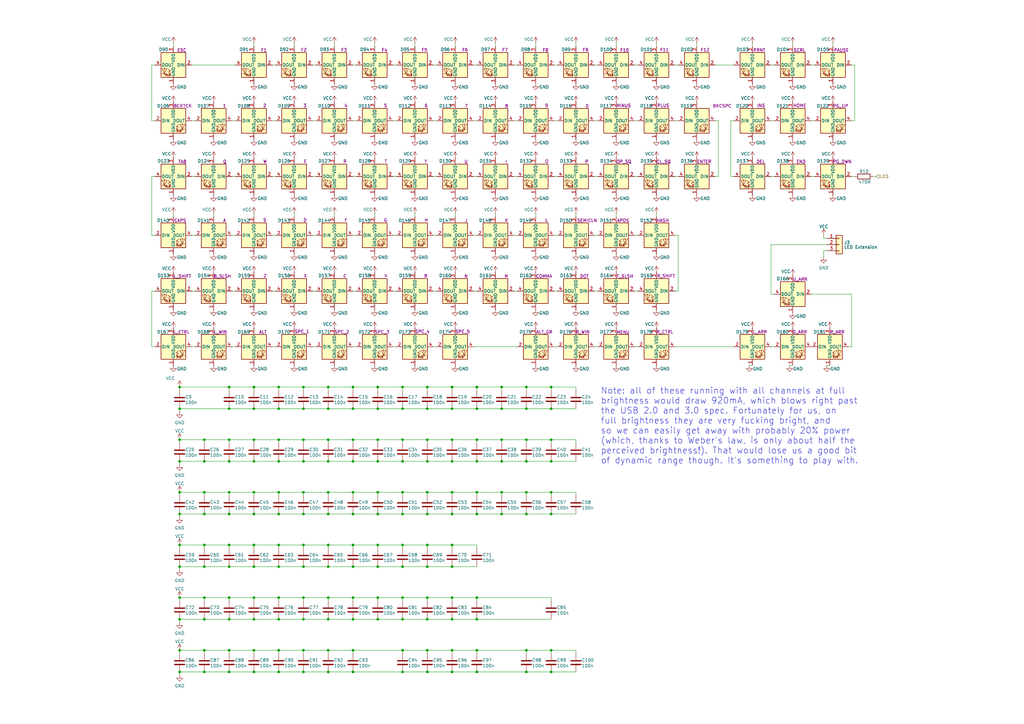
<source format=kicad_sch>
(kicad_sch (version 20231120) (generator "eeschema") (generator_version "8.0")
  (paper "A3")
  (junction (at 124.46 275.59))
  (junction (at 134.62 201.93))
  (junction (at 154.94 180.34))
  (junction (at 134.62 275.59))
  (junction (at 114.3 210.82))
  (junction (at 124.46 180.34))
  (junction (at 175.26 158.75))
  (junction (at 114.3 254))
  (junction (at 185.42 167.64))
  (junction (at 104.14 266.7))
  (junction (at 124.46 210.82))
  (junction (at 114.3 275.59))
  (junction (at 195.58 266.7))
  (junction (at 185.42 189.23))
  (junction (at 154.94 189.23))
  (junction (at 83.82 232.41))
  (junction (at 144.78 223.52))
  (junction (at 175.26 201.93))
  (junction (at 83.82 210.82))
  (junction (at 93.98 266.7))
  (junction (at 134.62 245.11))
  (junction (at 215.9 167.64))
  (junction (at 215.9 275.59))
  (junction (at 73.66 275.59))
  (junction (at 226.06 275.59))
  (junction (at 73.66 201.93))
  (junction (at 165.1 275.59))
  (junction (at 124.46 254))
  (junction (at 124.46 167.64))
  (junction (at 134.62 180.34))
  (junction (at 124.46 201.93))
  (junction (at 175.26 232.41))
  (junction (at 73.66 210.82))
  (junction (at 185.42 223.52))
  (junction (at 83.82 254))
  (junction (at 73.66 245.11))
  (junction (at 226.06 180.34))
  (junction (at 144.78 167.64))
  (junction (at 114.3 223.52))
  (junction (at 154.94 254))
  (junction (at 83.82 266.7))
  (junction (at 114.3 167.64))
  (junction (at 154.94 167.64))
  (junction (at 195.58 254))
  (junction (at 165.1 245.11))
  (junction (at 144.78 210.82))
  (junction (at 114.3 266.7))
  (junction (at 93.98 167.64))
  (junction (at 93.98 189.23))
  (junction (at 124.46 223.52))
  (junction (at 185.42 275.59))
  (junction (at 104.14 167.64))
  (junction (at 165.1 189.23))
  (junction (at 83.82 245.11))
  (junction (at 205.74 210.82))
  (junction (at 134.62 189.23))
  (junction (at 195.58 180.34))
  (junction (at 185.42 245.11))
  (junction (at 93.98 223.52))
  (junction (at 93.98 275.59))
  (junction (at 73.66 266.7))
  (junction (at 165.1 180.34))
  (junction (at 83.82 180.34))
  (junction (at 93.98 180.34))
  (junction (at 104.14 210.82))
  (junction (at 165.1 167.64))
  (junction (at 165.1 201.93))
  (junction (at 134.62 232.41))
  (junction (at 73.66 167.64))
  (junction (at 73.66 232.41))
  (junction (at 93.98 201.93))
  (junction (at 215.9 189.23))
  (junction (at 93.98 210.82))
  (junction (at 205.74 180.34))
  (junction (at 73.66 254))
  (junction (at 175.26 167.64))
  (junction (at 185.42 266.7))
  (junction (at 104.14 254))
  (junction (at 205.74 189.23))
  (junction (at 73.66 158.75))
  (junction (at 93.98 254))
  (junction (at 205.74 201.93))
  (junction (at 175.26 180.34))
  (junction (at 185.42 254))
  (junction (at 154.94 245.11))
  (junction (at 195.58 210.82))
  (junction (at 205.74 167.64))
  (junction (at 134.62 158.75))
  (junction (at 134.62 266.7))
  (junction (at 104.14 189.23))
  (junction (at 104.14 223.52))
  (junction (at 215.9 180.34))
  (junction (at 165.1 232.41))
  (junction (at 154.94 232.41))
  (junction (at 175.26 223.52))
  (junction (at 215.9 201.93))
  (junction (at 185.42 180.34))
  (junction (at 154.94 158.75))
  (junction (at 134.62 254))
  (junction (at 165.1 254))
  (junction (at 124.46 158.75))
  (junction (at 215.9 210.82))
  (junction (at 93.98 158.75))
  (junction (at 154.94 210.82))
  (junction (at 195.58 201.93))
  (junction (at 144.78 180.34))
  (junction (at 83.82 275.59))
  (junction (at 114.3 189.23))
  (junction (at 165.1 210.82))
  (junction (at 175.26 266.7))
  (junction (at 215.9 266.7))
  (junction (at 195.58 167.64))
  (junction (at 185.42 210.82))
  (junction (at 124.46 266.7))
  (junction (at 104.14 245.11))
  (junction (at 154.94 223.52))
  (junction (at 144.78 201.93))
  (junction (at 165.1 223.52))
  (junction (at 226.06 201.93))
  (junction (at 226.06 167.64))
  (junction (at 226.06 210.82))
  (junction (at 114.3 180.34))
  (junction (at 73.66 189.23))
  (junction (at 175.26 245.11))
  (junction (at 144.78 245.11))
  (junction (at 226.06 158.75))
  (junction (at 114.3 158.75))
  (junction (at 175.26 210.82))
  (junction (at 154.94 201.93))
  (junction (at 144.78 189.23))
  (junction (at 185.42 232.41))
  (junction (at 195.58 189.23))
  (junction (at 134.62 210.82))
  (junction (at 124.46 245.11))
  (junction (at 175.26 275.59))
  (junction (at 114.3 201.93))
  (junction (at 175.26 254))
  (junction (at 124.46 232.41))
  (junction (at 104.14 158.75))
  (junction (at 185.42 158.75))
  (junction (at 124.46 189.23))
  (junction (at 104.14 232.41))
  (junction (at 144.78 158.75))
  (junction (at 215.9 158.75))
  (junction (at 195.58 245.11))
  (junction (at 175.26 189.23))
  (junction (at 73.66 223.52))
  (junction (at 114.3 245.11))
  (junction (at 185.42 201.93))
  (junction (at 73.66 180.34))
  (junction (at 104.14 180.34))
  (junction (at 144.78 232.41))
  (junction (at 134.62 223.52))
  (junction (at 134.62 167.64))
  (junction (at 144.78 275.59))
  (junction (at 226.06 266.7))
  (junction (at 144.78 266.7))
  (junction (at 195.58 158.75))
  (junction (at 104.14 275.59))
  (junction (at 93.98 245.11))
  (junction (at 104.14 201.93))
  (junction (at 165.1 158.75))
  (junction (at 165.1 266.7))
  (junction (at 114.3 232.41))
  (junction (at 205.74 158.75))
  (junction (at 144.78 254))
  (junction (at 83.82 189.23))
  (junction (at 83.82 201.93))
  (junction (at 226.06 189.23))
  (junction (at 83.82 223.52))
  (junction (at 93.98 232.41))
  (junction (at 195.58 275.59))
  (wire (pts (xy 316.23 100.33) (xy 316.23 120.65)))
  (wire (pts (xy 114.3 180.34) (xy 114.3 181.61)))
  (wire (pts (xy 165.1 266.7) (xy 175.26 266.7)))
  (wire (pts (xy 278.13 49.53) (xy 276.86 49.53)))
  (wire (pts (xy 165.1 201.93) (xy 175.26 201.93)))
  (wire (pts (xy 128.27 96.52) (xy 129.54 96.52)))
  (wire (pts (xy 114.3 201.93) (xy 114.3 203.2)))
  (wire (pts (xy 73.66 158.75) (xy 73.66 160.02)))
  (wire (pts (xy 165.1 180.34) (xy 165.1 181.61)))
  (wire (pts (xy 332.74 49.53) (xy 334.01 49.53)))
  (wire (pts (xy 134.62 275.59) (xy 144.78 275.59)))
  (wire (pts (xy 226.06 210.82) (xy 236.22 210.82)))
  (wire (pts (xy 165.1 232.41) (xy 175.26 232.41)))
  (wire (pts (xy 134.62 245.11) (xy 124.46 245.11)))
  (wire (pts (xy 93.98 254) (xy 104.14 254)))
  (wire (pts (xy 185.42 167.64) (xy 195.58 167.64)))
  (wire (pts (xy 93.98 180.34) (xy 93.98 181.61)))
  (wire (pts (xy 227.33 142.24) (xy 228.6 142.24)))
  (wire (pts (xy 154.94 223.52) (xy 165.1 223.52)))
  (wire (pts (xy 285.75 17.78) (xy 285.75 19.05)))
  (wire (pts (xy 332.74 26.67) (xy 334.01 26.67)))
  (wire (pts (xy 317.5 142.24) (xy 316.23 142.24)))
  (wire (pts (xy 144.78 232.41) (xy 154.94 232.41)))
  (wire (pts (xy 73.66 223.52) (xy 83.82 223.52)))
  (wire (pts (xy 195.58 266.7) (xy 195.58 267.97)))
  (wire (pts (xy 175.26 158.75) (xy 175.26 160.02)))
  (wire (pts (xy 278.13 72.39) (xy 276.86 72.39)))
  (wire (pts (xy 144.78 266.7) (xy 144.78 267.97)))
  (wire (pts (xy 73.66 245.11) (xy 73.66 246.38)))
  (wire (pts (xy 111.76 96.52) (xy 113.03 96.52)))
  (wire (pts (xy 62.23 142.24) (xy 63.5 142.24)))
  (wire (pts (xy 177.8 142.24) (xy 179.07 142.24)))
  (wire (pts (xy 73.66 201.93) (xy 83.82 201.93)))
  (wire (pts (xy 325.12 149.86) (xy 323.85 149.86)))
  (wire (pts (xy 185.42 158.75) (xy 195.58 158.75)))
  (wire (pts (xy 144.78 266.7) (xy 134.62 266.7)))
  (wire (pts (xy 185.42 189.23) (xy 195.58 189.23)))
  (wire (pts (xy 165.1 189.23) (xy 175.26 189.23)))
  (wire (pts (xy 165.1 158.75) (xy 165.1 160.02)))
  (wire (pts (xy 124.46 201.93) (xy 114.3 201.93)))
  (wire (pts (xy 317.5 72.39) (xy 316.23 72.39)))
  (wire (pts (xy 144.78 245.11) (xy 134.62 245.11)))
  (wire (pts (xy 215.9 201.93) (xy 226.06 201.93)))
  (wire (pts (xy 104.14 201.93) (xy 93.98 201.93)))
  (wire (pts (xy 124.46 266.7) (xy 114.3 266.7)))
  (wire (pts (xy 185.42 201.93) (xy 195.58 201.93)))
  (wire (pts (xy 317.5 26.67) (xy 316.23 26.67)))
  (wire (pts (xy 243.84 142.24) (xy 245.11 142.24)))
  (wire (pts (xy 144.78 180.34) (xy 144.78 181.61)))
  (wire (pts (xy 210.82 119.38) (xy 212.09 119.38)))
  (wire (pts (xy 73.66 232.41) (xy 83.82 232.41)))
  (wire (pts (xy 294.64 49.53) (xy 294.64 72.39)))
  (wire (pts (xy 134.62 201.93) (xy 124.46 201.93)))
  (wire (pts (xy 93.98 167.64) (xy 104.14 167.64)))
  (wire (pts (xy 154.94 201.93) (xy 165.1 201.93)))
  (wire (pts (xy 124.46 232.41) (xy 134.62 232.41)))
  (wire (pts (xy 337.82 102.87) (xy 337.82 105.41)))
  (wire (pts (xy 111.76 49.53) (xy 113.03 49.53)))
  (wire (pts (xy 252.73 87.63) (xy 252.73 88.9)))
  (wire (pts (xy 144.78 245.11) (xy 154.94 245.11)))
  (wire (pts (xy 134.62 180.34) (xy 134.62 181.61)))
  (wire (pts (xy 337.82 96.52) (xy 337.82 97.79)))
  (wire (pts (xy 128.27 72.39) (xy 129.54 72.39)))
  (wire (pts (xy 104.14 189.23) (xy 114.3 189.23)))
  (wire (pts (xy 175.26 266.7) (xy 185.42 266.7)))
  (wire (pts (xy 194.31 49.53) (xy 195.58 49.53)))
  (wire (pts (xy 104.14 180.34) (xy 114.3 180.34)))
  (wire (pts (xy 144.78 254) (xy 154.94 254)))
  (wire (pts (xy 154.94 232.41) (xy 165.1 232.41)))
  (wire (pts (xy 350.52 72.39) (xy 349.25 72.39)))
  (wire (pts (xy 137.16 87.63) (xy 137.16 88.9)))
  (wire (pts (xy 83.82 254) (xy 93.98 254)))
  (wire (pts (xy 144.78 201.93) (xy 154.94 201.93)))
  (wire (pts (xy 165.1 180.34) (xy 175.26 180.34)))
  (wire (pts (xy 260.35 26.67) (xy 261.62 26.67)))
  (wire (pts (xy 226.06 180.34) (xy 236.22 180.34)))
  (wire (pts (xy 144.78 210.82) (xy 154.94 210.82)))
  (wire (pts (xy 144.78 167.64) (xy 154.94 167.64)))
  (wire (pts (xy 226.06 245.11) (xy 226.06 246.38)))
  (wire (pts (xy 227.33 72.39) (xy 228.6 72.39)))
  (wire (pts (xy 194.31 119.38) (xy 195.58 119.38)))
  (wire (pts (xy 337.82 97.79) (xy 339.09 97.79)))
  (wire (pts (xy 111.76 26.67) (xy 113.03 26.67)))
  (wire (pts (xy 114.3 223.52) (xy 114.3 224.79)))
  (wire (pts (xy 195.58 158.75) (xy 205.74 158.75)))
  (wire (pts (xy 226.06 201.93) (xy 236.22 201.93)))
  (wire (pts (xy 165.1 167.64) (xy 175.26 167.64)))
  (wire (pts (xy 195.58 201.93) (xy 195.58 203.2)))
  (wire (pts (xy 299.72 72.39) (xy 300.99 72.39)))
  (wire (pts (xy 278.13 26.67) (xy 276.86 26.67)))
  (wire (pts (xy 175.26 275.59) (xy 185.42 275.59)))
  (wire (pts (xy 175.26 180.34) (xy 185.42 180.34)))
  (wire (pts (xy 93.98 210.82) (xy 104.14 210.82)))
  (wire (pts (xy 185.42 275.59) (xy 195.58 275.59)))
  (wire (pts (xy 114.3 245.11) (xy 104.14 245.11)))
  (wire (pts (xy 104.14 275.59) (xy 114.3 275.59)))
  (wire (pts (xy 161.29 142.24) (xy 162.56 142.24)))
  (wire (pts (xy 177.8 26.67) (xy 179.07 26.67)))
  (wire (pts (xy 194.31 26.67) (xy 195.58 26.67)))
  (wire (pts (xy 299.72 49.53) (xy 300.99 49.53)))
  (wire (pts (xy 186.69 87.63) (xy 186.69 88.9)))
  (wire (pts (xy 194.31 142.24) (xy 212.09 142.24)))
  (wire (pts (xy 95.25 96.52) (xy 96.52 96.52)))
  (wire (pts (xy 78.74 49.53) (xy 80.01 49.53)))
  (wire (pts (xy 227.33 119.38) (xy 228.6 119.38)))
  (wire (pts (xy 165.1 223.52) (xy 175.26 223.52)))
  (wire (pts (xy 73.66 254) (xy 73.66 255.27)))
  (wire (pts (xy 175.26 245.11) (xy 175.26 246.38)))
  (wire (pts (xy 83.82 267.97) (xy 83.82 266.7)))
  (wire (pts (xy 278.13 96.52) (xy 276.86 96.52)))
  (wire (pts (xy 165.1 210.82) (xy 175.26 210.82)))
  (wire (pts (xy 104.14 87.63) (xy 104.14 88.9)))
  (wire (pts (xy 134.62 266.7) (xy 134.62 267.97)))
  (wire (pts (xy 215.9 180.34) (xy 215.9 181.61)))
  (wire (pts (xy 104.14 210.82) (xy 114.3 210.82)))
  (wire (pts (xy 134.62 254) (xy 144.78 254)))
  (wire (pts (xy 124.46 254) (xy 134.62 254)))
  (wire (pts (xy 175.26 201.93) (xy 185.42 201.93)))
  (wire (pts (xy 104.14 254) (xy 114.3 254)))
  (wire (pts (xy 185.42 232.41) (xy 195.58 232.41)))
  (wire (pts (xy 62.23 49.53) (xy 63.5 49.53)))
  (wire (pts (xy 62.23 119.38) (xy 63.5 119.38)))
  (wire (pts (xy 185.42 158.75) (xy 185.42 160.02)))
  (wire (pts (xy 144.78 266.7) (xy 165.1 266.7)))
  (wire (pts (xy 294.64 72.39) (xy 293.37 72.39)))
  (wire (pts (xy 124.46 167.64) (xy 134.62 167.64)))
  (wire (pts (xy 134.62 189.23) (xy 144.78 189.23)))
  (wire (pts (xy 316.23 100.33) (xy 339.09 100.33)))
  (wire (pts (xy 210.82 49.53) (xy 212.09 49.53)))
  (wire (pts (xy 124.46 223.52) (xy 114.3 223.52)))
  (wire (pts (xy 93.98 266.7) (xy 83.82 266.7)))
  (wire (pts (xy 210.82 26.67) (xy 212.09 26.67)))
  (wire (pts (xy 114.3 158.75) (xy 104.14 158.75)))
  (wire (pts (xy 144.78 119.38) (xy 146.05 119.38)))
  (wire (pts (xy 154.94 158.75) (xy 165.1 158.75)))
  (wire (pts (xy 294.64 49.53) (xy 293.37 49.53)))
  (wire (pts (xy 78.74 142.24) (xy 80.01 142.24)))
  (wire (pts (xy 104.14 223.52) (xy 104.14 224.79)))
  (wire (pts (xy 144.78 26.67) (xy 146.05 26.67)))
  (wire (pts (xy 195.58 180.34) (xy 195.58 181.61)))
  (wire (pts (xy 111.76 119.38) (xy 113.03 119.38)))
  (wire (pts (xy 177.8 72.39) (xy 179.07 72.39)))
  (wire (pts (xy 144.78 158.75) (xy 134.62 158.75)))
  (wire (pts (xy 153.67 17.78) (xy 153.67 19.05)))
  (wire (pts (xy 236.22 181.61) (xy 236.22 180.34)))
  (wire (pts (xy 83.82 210.82) (xy 93.98 210.82)))
  (wire (pts (xy 276.86 142.24) (xy 300.99 142.24)))
  (wire (pts (xy 104.14 266.7) (xy 93.98 266.7)))
  (wire (pts (xy 93.98 223.52) (xy 83.82 223.52)))
  (wire (pts (xy 203.2 87.63) (xy 203.2 88.9)))
  (wire (pts (xy 124.46 158.75) (xy 124.46 160.02)))
  (wire (pts (xy 215.9 201.93) (xy 215.9 203.2)))
  (wire (pts (xy 83.82 224.79) (xy 83.82 223.52)))
  (wire (pts (xy 243.84 96.52) (xy 245.11 96.52)))
  (wire (pts (xy 177.8 119.38) (xy 179.07 119.38)))
  (wire (pts (xy 219.71 17.78) (xy 219.71 19.05)))
  (wire (pts (xy 243.84 26.67) (xy 245.11 26.67)))
  (wire (pts (xy 78.74 26.67) (xy 96.52 26.67)))
  (wire (pts (xy 195.58 210.82) (xy 205.74 210.82)))
  (wire (pts (xy 165.1 245.11) (xy 165.1 246.38)))
  (wire (pts (xy 359.41 72.39) (xy 358.14 72.39)))
  (wire (pts (xy 195.58 266.7) (xy 215.9 266.7)))
  (wire (pts (xy 124.46 266.7) (xy 124.46 267.97)))
  (wire (pts (xy 161.29 26.67) (xy 162.56 26.67)))
  (wire (pts (xy 104.14 266.7) (xy 104.14 267.97)))
  (wire (pts (xy 170.18 87.63) (xy 170.18 88.9)))
  (wire (pts (xy 185.42 223.52) (xy 185.42 224.79)))
  (wire (pts (xy 215.9 158.75) (xy 226.06 158.75)))
  (wire (pts (xy 185.42 180.34) (xy 185.42 181.61)))
  (wire (pts (xy 195.58 158.75) (xy 195.58 160.02)))
  (wire (pts (xy 165.1 223.52) (xy 165.1 224.79)))
  (wire (pts (xy 62.23 72.39) (xy 63.5 72.39)))
  (wire (pts (xy 161.29 96.52) (xy 162.56 96.52)))
  (wire (pts (xy 104.14 232.41) (xy 114.3 232.41)))
  (wire (pts (xy 124.46 201.93) (xy 124.46 203.2)))
  (wire (pts (xy 95.25 142.24) (xy 96.52 142.24)))
  (wire (pts (xy 62.23 49.53) (xy 62.23 26.67)))
  (wire (pts (xy 337.82 102.87) (xy 339.09 102.87)))
  (wire (pts (xy 73.66 210.82) (xy 83.82 210.82)))
  (wire (pts (xy 128.27 142.24) (xy 129.54 142.24)))
  (wire (pts (xy 144.78 189.23) (xy 154.94 189.23)))
  (wire (pts (xy 308.61 149.86) (xy 307.34 149.86)))
  (wire (pts (xy 73.66 189.23) (xy 83.82 189.23)))
  (wire (pts (xy 215.9 266.7) (xy 215.9 267.97)))
  (wire (pts (xy 260.35 96.52) (xy 261.62 96.52)))
  (wire (pts (xy 87.63 87.63) (xy 87.63 88.9)))
  (wire (pts (xy 62.23 26.67) (xy 63.5 26.67)))
  (wire (pts (xy 185.42 180.34) (xy 195.58 180.34)))
  (wire (pts (xy 260.35 49.53) (xy 261.62 49.53)))
  (wire (pts (xy 175.26 180.34) (xy 175.26 181.61)))
  (wire (pts (xy 175.26 158.75) (xy 185.42 158.75)))
  (wire (pts (xy 95.25 119.38) (xy 96.52 119.38)))
  (wire (pts (xy 219.71 87.63) (xy 219.71 88.9)))
  (wire (pts (xy 205.74 158.75) (xy 215.9 158.75)))
  (wire (pts (xy 111.76 142.24) (xy 113.03 142.24)))
  (wire (pts (xy 205.74 167.64) (xy 215.9 167.64)))
  (wire (pts (xy 316.23 120.65) (xy 317.5 120.65)))
  (wire (pts (xy 154.94 201.93) (xy 154.94 203.2)))
  (wire (pts (xy 226.06 275.59) (xy 236.22 275.59)))
  (wire (pts (xy 195.58 167.64) (xy 205.74 167.64)))
  (wire (pts (xy 278.13 96.52) (xy 278.13 119.38)))
  (wire (pts (xy 73.66 167.64) (xy 73.66 168.91)))
  (wire (pts (xy 226.06 167.64) (xy 236.22 167.64)))
  (wire (pts (xy 154.94 210.82) (xy 165.1 210.82)))
  (wire (pts (xy 215.9 275.59) (xy 195.58 275.59)))
  (wire (pts (xy 215.9 158.75) (xy 215.9 160.02)))
  (wire (pts (xy 161.29 72.39) (xy 162.56 72.39)))
  (wire (pts (xy 144.78 201.93) (xy 144.78 203.2)))
  (wire (pts (xy 165.1 254) (xy 175.26 254)))
  (wire (pts (xy 95.25 72.39) (xy 96.52 72.39)))
  (wire (pts (xy 104.14 158.75) (xy 93.98 158.75)))
  (wire (pts (xy 185.42 201.93) (xy 185.42 203.2)))
  (wire (pts (xy 154.94 167.64) (xy 165.1 167.64)))
  (wire (pts (xy 144.78 96.52) (xy 146.05 96.52)))
  (wire (pts (xy 227.33 26.67) (xy 228.6 26.67)))
  (wire (pts (xy 293.37 26.67) (xy 300.99 26.67)))
  (wire (pts (xy 134.62 158.75) (xy 124.46 158.75)))
  (wire (pts (xy 154.94 245.11) (xy 154.94 246.38)))
  (wire (pts (xy 350.52 26.67) (xy 350.52 49.53)))
  (wire (pts (xy 104.14 223.52) (xy 93.98 223.52)))
  (wire (pts (xy 128.27 49.53) (xy 129.54 49.53)))
  (wire (pts (xy 205.74 180.34) (xy 215.9 180.34)))
  (wire (pts (xy 93.98 158.75) (xy 93.98 160.02)))
  (wire (pts (xy 186.69 17.78) (xy 186.69 19.05)))
  (wire (pts (xy 144.78 72.39) (xy 146.05 72.39)))
  (wire (pts (xy 205.74 158.75) (xy 205.74 160.02)))
  (wire (pts (xy 227.33 96.52) (xy 228.6 96.52)))
  (wire (pts (xy 205.74 210.82) (xy 215.9 210.82)))
  (wire (pts (xy 226.06 266.7) (xy 236.22 266.7)))
  (wire (pts (xy 73.66 210.82) (xy 73.66 212.09)))
  (wire (pts (xy 124.46 189.23) (xy 134.62 189.23)))
  (wire (pts (xy 120.65 87.63) (xy 120.65 88.9)))
  (wire (pts (xy 93.98 275.59) (xy 104.14 275.59)))
  (wire (pts (xy 134.62 210.82) (xy 144.78 210.82)))
  (wire (pts (xy 260.35 142.24) (xy 261.62 142.24)))
  (wire (pts (xy 185.42 254) (xy 195.58 254)))
  (wire (pts (xy 73.66 158.75) (xy 93.98 158.75)))
  (wire (pts (xy 93.98 180.34) (xy 83.82 180.34)))
  (wire (pts (xy 93.98 232.41) (xy 104.14 232.41)))
  (wire (pts (xy 195.58 245.11) (xy 195.58 246.38)))
  (wire (pts (xy 154.94 180.34) (xy 165.1 180.34)))
  (wire (pts (xy 226.06 266.7) (xy 226.06 267.97)))
  (wire (pts (xy 62.23 96.52) (xy 63.5 96.52)))
  (wire (pts (xy 175.26 266.7) (xy 175.26 267.97)))
  (wire (pts (xy 236.22 160.02) (xy 236.22 158.75)))
  (wire (pts (xy 124.46 223.52) (xy 124.46 224.79)))
  (wire (pts (xy 175.26 210.82) (xy 185.42 210.82)))
  (wire (pts (xy 114.3 266.7) (xy 114.3 267.97)))
  (wire (pts (xy 175.26 223.52) (xy 175.26 224.79)))
  (wire (pts (xy 144.78 223.52) (xy 144.78 224.79)))
  (wire (pts (xy 104.14 180.34) (xy 93.98 180.34)))
  (wire (pts (xy 154.94 180.34) (xy 154.94 181.61)))
  (wire (pts (xy 175.26 223.52) (xy 185.42 223.52)))
  (wire (pts (xy 185.42 210.82) (xy 195.58 210.82)))
  (wire (pts (xy 243.84 119.38) (xy 245.11 119.38)))
  (wire (pts (xy 73.66 167.64) (xy 93.98 167.64)))
  (wire (pts (xy 73.66 223.52) (xy 73.66 224.79)))
  (wire (pts (xy 215.9 167.64) (xy 226.06 167.64)))
  (wire (pts (xy 195.58 201.93) (xy 205.74 201.93)))
  (wire (pts (xy 252.73 17.78) (xy 252.73 19.05)))
  (wire (pts (xy 195.58 245.11) (xy 226.06 245.11)))
  (wire (pts (xy 144.78 201.93) (xy 134.62 201.93)))
  (wire (pts (xy 205.74 189.23) (xy 215.9 189.23)))
  (wire (pts (xy 71.12 87.63) (xy 71.12 88.9)))
  (wire (pts (xy 299.72 72.39) (xy 299.72 49.53)))
  (wire (pts (xy 114.3 201.93) (xy 104.14 201.93)))
  (wire (pts (xy 154.94 189.23) (xy 165.1 189.23)))
  (wire (pts (xy 194.31 96.52) (xy 195.58 96.52)))
  (wire (pts (xy 165.1 245.11) (xy 175.26 245.11)))
  (wire (pts (xy 73.66 254) (xy 83.82 254)))
  (wire (pts (xy 134.62 223.52) (xy 134.62 224.79)))
  (wire (pts (xy 226.06 158.75) (xy 236.22 158.75)))
  (wire (pts (xy 175.26 232.41) (xy 185.42 232.41)))
  (wire (pts (xy 215.9 210.82) (xy 226.06 210.82)))
  (wire (pts (xy 73.66 275.59) (xy 83.82 275.59)))
  (wire (pts (xy 78.74 96.52) (xy 80.01 96.52)))
  (wire (pts (xy 73.66 245.11) (xy 83.82 245.11)))
  (wire (pts (xy 93.98 189.23) (xy 104.14 189.23)))
  (wire (pts (xy 177.8 49.53) (xy 179.07 49.53)))
  (wire (pts (xy 175.26 245.11) (xy 185.42 245.11)))
  (wire (pts (xy 93.98 201.93) (xy 83.82 201.93)))
  (wire (pts (xy 325.12 17.78) (xy 325.12 19.05)))
  (wire (pts (xy 104.14 158.75) (xy 104.14 160.02)))
  (wire (pts (xy 260.35 119.38) (xy 261.62 119.38)))
  (wire (pts (xy 114.3 254) (xy 124.46 254)))
  (wire (pts (xy 144.78 180.34) (xy 134.62 180.34)))
  (wire (pts (xy 175.26 167.64) (xy 185.42 167.64)))
  (wire (pts (xy 134.62 232.41) (xy 144.78 232.41)))
  (wire (pts (xy 71.12 17.78) (xy 71.12 19.05)))
  (wire (pts (xy 114.3 189.23) (xy 124.46 189.23)))
  (wire (pts (xy 134.62 201.93) (xy 134.62 203.2)))
  (wire (pts (xy 165.1 275.59) (xy 175.26 275.59)))
  (wire (pts (xy 317.5 49.53) (xy 316.23 49.53)))
  (wire (pts (xy 243.84 72.39) (xy 245.11 72.39)))
  (wire (pts (xy 226.06 189.23) (xy 236.22 189.23)))
  (wire (pts (xy 83.82 275.59) (xy 93.98 275.59)))
  (wire (pts (xy 134.62 245.11) (xy 134.62 246.38)))
  (wire (pts (xy 114.3 223.52) (xy 104.14 223.52)))
  (wire (pts (xy 236.22 87.63) (xy 236.22 88.9)))
  (wire (pts (xy 137.16 17.78) (xy 137.16 19.05)))
  (wire (pts (xy 104.14 180.34) (xy 104.14 181.61)))
  (wire (pts (xy 114.3 210.82) (xy 124.46 210.82)))
  (wire (pts (xy 93.98 223.52) (xy 93.98 224.79)))
  (wire (pts (xy 124.46 245.11) (xy 114.3 245.11)))
  (wire (pts (xy 144.78 142.24) (xy 146.05 142.24)))
  (wire (pts (xy 124.46 245.11) (xy 124.46 246.38)))
  (wire (pts (xy 114.3 180.34) (xy 124.46 180.34)))
  (wire (pts (xy 194.31 72.39) (xy 195.58 72.39)))
  (wire (pts (xy 73.66 189.23) (xy 73.66 190.5)))
  (wire (pts (xy 350.52 49.53) (xy 349.25 49.53)))
  (wire (pts (xy 114.3 167.64) (xy 124.46 167.64)))
  (wire (pts (xy 185.42 223.52) (xy 195.58 223.52)))
  (wire (pts (xy 62.23 142.24) (xy 62.23 119.38)))
  (wire (pts (xy 185.42 266.7) (xy 185.42 267.97)))
  (wire (pts (xy 195.58 180.34) (xy 205.74 180.34)))
  (wire (pts (xy 144.78 49.53) (xy 146.05 49.53)))
  (wire (pts (xy 114.3 245.11) (xy 114.3 246.38)))
  (wire (pts (xy 227.33 49.53) (xy 228.6 49.53)))
  (wire (pts (xy 175.26 201.93) (xy 175.26 203.2)))
  (wire (pts (xy 83.82 181.61) (xy 83.82 180.34)))
  (wire (pts (xy 165.1 266.7) (xy 165.1 267.97)))
  (wire (pts (xy 78.74 72.39) (xy 80.01 72.39)))
  (wire (pts (xy 114.3 266.7) (xy 104.14 266.7)))
  (wire (pts (xy 104.14 201.93) (xy 104.14 203.2)))
  (wire (pts (xy 144.78 275.59) (xy 165.1 275.59)))
  (wire (pts (xy 203.2 17.78) (xy 203.2 19.05)))
  (wire (pts (xy 347.98 142.24) (xy 349.25 142.24)))
  (wire (pts (xy 185.42 245.11) (xy 185.42 246.38)))
  (wire (pts (xy 120.65 17.78) (xy 120.65 19.05)))
  (wire (pts (xy 93.98 245.11) (xy 83.82 245.11)))
  (wire (pts (xy 215.9 180.34) (xy 226.06 180.34)))
  (wire (pts (xy 226.06 158.75) (xy 226.06 160.02)))
  (wire (pts (xy 83.82 203.2) (xy 83.82 201.93)))
  (wire (pts (xy 350.52 26.67) (xy 349.25 26.67)))
  (wire (pts (xy 104.14 167.64) (xy 114.3 167.64)))
  (wire (pts (xy 134.62 167.64) (xy 144.78 167.64)))
  (wire (pts (xy 226.06 180.34) (xy 226.06 181.61)))
  (wire (pts (xy 144.78 158.75) (xy 144.78 160.02)))
  (wire (pts (xy 104.14 245.11) (xy 93.98 245.11)))
  (wire (pts (xy 128.27 119.38) (xy 129.54 119.38)))
  (wire (pts (xy 134.62 266.7) (xy 124.46 266.7)))
  (wire (pts (xy 332.74 120.65) (xy 349.25 120.65)))
  (wire (pts (xy 114.3 158.75) (xy 114.3 160.02)))
  (wire (pts (xy 175.26 254) (xy 185.42 254)))
  (wire (pts (xy 73.66 180.34) (xy 83.82 180.34)))
  (wire (pts (xy 226.06 201.93) (xy 226.06 203.2)))
  (wire (pts (xy 205.74 180.34) (xy 205.74 181.61)))
  (wire (pts (xy 128.27 26.67) (xy 129.54 26.67)))
  (wire (pts (xy 210.82 96.52) (xy 212.09 96.52)))
  (wire (pts (xy 154.94 254) (xy 165.1 254)))
  (wire (pts (xy 93.98 201.93) (xy 93.98 203.2)))
  (wire (pts (xy 175.26 189.23) (xy 185.42 189.23)))
  (wire (pts (xy 93.98 245.11) (xy 93.98 246.38)))
  (wire (pts (xy 226.06 254) (xy 195.58 254)))
  (wire (pts (xy 134.62 180.34) (xy 124.46 180.34)))
  (wire (pts (xy 210.82 72.39) (xy 212.09 72.39)))
  (wire (pts (xy 73.66 180.34) (xy 73.66 181.61)))
  (wire (pts (xy 144.78 158.75) (xy 154.94 158.75)))
  (wire (pts (xy 215.9 275.59) (xy 226.06 275.59)))
  (wire (pts (xy 195.58 189.23) (xy 205.74 189.23)))
  (wire (pts (xy 124.46 210.82) (xy 134.62 210.82)))
  (wire (pts (xy 104.14 17.78) (xy 104.14 19.05)))
  (wire (pts (xy 73.66 266.7) (xy 83.82 266.7)))
  (wire (pts (xy 161.29 119.38) (xy 162.56 119.38)))
  (wire (pts (xy 269.24 17.78) (xy 269.24 19.05)))
  (wire (pts (xy 144.78 180.34) (xy 154.94 180.34)))
  (wire (pts (xy 185.42 266.7) (xy 195.58 266.7)))
  (wire (pts (xy 62.23 96.52) (xy 62.23 72.39)))
  (wire (pts (xy 340.36 149.86) (xy 339.09 149.86)))
  (wire (pts (xy 236.22 203.2) (xy 236.22 201.93)))
  (wire (pts (xy 205.74 201.93) (xy 205.74 203.2)))
  (wire (pts (xy 111.76 72.39) (xy 113.03 72.39)))
  (wire (pts (xy 341.63 17.78) (xy 341.63 19.05)))
  (wire (pts (xy 95.25 49.53) (xy 96.52 49.53)))
  (wire (pts (xy 144.78 223.52) (xy 134.62 223.52)))
  (wire (pts (xy 93.98 266.7) (xy 93.98 267.97)))
  (wire (pts (xy 332.74 72.39) (xy 334.01 72.39)))
  (wire (pts (xy 104.14 245.11) (xy 104.14 246.38)))
  (wire (pts (xy 73.66 275.59) (xy 73.66 276.86)))
  (wire (pts (xy 236.22 17.78) (xy 236.22 19.05)))
  (wire (pts (xy 78.74 119.38) (xy 80.01 119.38)))
  (wire (pts (xy 185.42 245.11) (xy 195.58 245.11)))
  (wire (pts (xy 215.9 266.7) (xy 226.06 266.7)))
  (wire (pts (xy 83.82 246.38) (xy 83.82 245.11)))
  (wire (pts (xy 124.46 275.59) (xy 134.62 275.59)))
  (wire (pts (xy 308.61 17.78) (xy 308.61 19.05)))
  (wire (pts (xy 144.78 223.52) (xy 154.94 223.52)))
  (wire (pts (xy 83.82 189.23) (xy 93.98 189.23)))
  (wire (pts (xy 73.66 232.41) (xy 73.66 233.68)))
  (wire (pts (xy 165.1 201.93) (xy 165.1 203.2)))
  (wire (pts (xy 165.1 158.75) (xy 175.26 158.75)))
  (wire (pts (xy 177.8 96.52) (xy 179.07 96.52)))
  (wire (pts (xy 278.13 119.38) (xy 276.86 119.38)))
  (wire (pts (xy 83.82 232.41) (xy 93.98 232.41)))
  (wire (pts (xy 260.35 72.39) (xy 261.62 72.39)))
  (wire (pts (xy 114.3 232.41) (xy 124.46 232.41)))
  (wire (pts (xy 215.9 189.23) (xy 226.06 189.23)))
  (wire (pts (xy 124.46 158.75) (xy 114.3 158.75)))
  (wire (pts (xy 243.84 49.53) (xy 245.11 49.53)))
  (wire (pts (xy 154.94 158.75) (xy 154.94 160.02)))
  (wire (pts (xy 73.66 201.93) (xy 73.66 203.2)))
  (wire (pts (xy 349.25 120.65) (xy 349.25 142.24)))
  (wire (pts (xy 161.29 49.53) (xy 162.56 49.53)))
  (wire (pts (xy 144.78 245.11) (xy 144.78 246.38)))
  (wire (pts (xy 269.24 87.63) (xy 269.24 88.9)))
  (wire (pts (xy 154.94 223.52) (xy 154.94 224.79)))
  (wire (pts (xy 124.46 180.34) (xy 124.46 181.61)))
  (wire (pts (xy 153.67 87.63) (xy 153.67 88.9)))
  (wire (pts (xy 154.94 245.11) (xy 165.1 245.11)))
  (wire (pts (xy 170.18 17.78) (xy 170.18 19.05)))
  (wire (pts (xy 236.22 267.97) (xy 236.22 266.7)))
  (wire (pts (xy 134.62 223.52) (xy 124.46 223.52)))
  (wire (pts (xy 114.3 275.59) (xy 124.46 275.59)))
  (wire (pts (xy 205.74 201.93) (xy 215.9 201.93)))
  (wire (pts (xy 195.58 223.52) (xy 195.58 224.79)))
  (wire (pts (xy 73.66 266.7) (xy 73.66 267.97)))
  (wire (pts (xy 134.62 158.75) (xy 134.62 160.02)))
  (text "Note: all of these running with all channels at full \nbrightness would draw 920mA, which blows right past\nthe USB 2.0 and 3.0 spec. Fortunately for us, on \nfull brightness they are very fucking bright, and\nso we can easily get away with probably 20% power\n(which, thanks to Weber's law, is only about half the\nperceived brightness!). That would lose us a good bit\nof dynamic range though. It's something to play with." (at 246.38 190.5 0) (effects (font (size 2.54 2.54)) (justify left bottom)))
  (hierarchical_label "LED" (shape input) (at 359.41 72.39 0))
  (symbol (lib_id "power:VCC") (at 325.12 134.62 0) (unit 1)
    (property "Reference" "#PWR0191" (effects (hide yes)))
    (property "Value" "VCC" (at 322.326 132.969 0))
    (property "Description" "Power symbol creates a global label with name \"VCC\"" (effects (hide yes)))
  )
  (symbol (lib_id "power:VCC") (at 73.66 245.11 0) (unit 1)
    (property "Reference" "#PWR0216" (effects (hide yes)))
    (property "Value" "VCC" (at 73.66 241.5342 0))
    (property "Description" "Power symbol creates a global label with name \"VCC\"" (effects (hide yes)))
  )
  (symbol (lib_id "power:VCC") (at 340.36 134.62 0) (unit 1)
    (property "Reference" "#PWR0192" (effects (hide yes)))
    (property "Value" "VCC" (at 337.566 132.969 0))
    (property "Description" "Power symbol creates a global label with name \"VCC\"" (effects (hide yes)))
  )
  (symbol (lib_id "Device:C") (at 114.3 228.6 0) (unit 1)
    (property "Reference" "C63" (at 116.586 227.584 0) (effects (justify left)))
    (property "Value" "100n" (at 116.586 229.87 0) (effects (justify left)))
    (property "Footprint" "Capacitor_SMD:C_0805_2012Metric_Pad1.18x1.45mm_HandSolder" (effects (hide yes)))
    (property "Description" "Unpolarized capacitor" (effects (hide yes)))
  )
  (symbol (lib_id "Custom:SK6803MINI-E") (at 120.65 96.52 0) (unit 1)
    (property "Reference" "D143" (at 116.459 90.424 0))
    (property "Value" "SK6803MINI-E" (effects (hide yes)))
    (property "Footprint" "Custom:SK6803MINI-E_Bottom_Up" (effects (hide yes)))
    (property "Datasheet" "http://www.normandled.com/upload/202107/SK6803MINI-E%20LED%20Datasheet.pdf" (effects (hide yes)))
    (property "Description" "RGB LED with integrated controller (weird numbering?)" (effects (hide yes)))
    (property "Key" "D" (at 125.095 90.297 0))
  )
  (symbol (lib_id "Device:C") (at 104.14 207.01 0) (unit 1)
    (property "Reference" "C45" (at 106.426 205.994 0) (effects (justify left)))
    (property "Value" "100n" (at 106.426 208.28 0) (effects (justify left)))
    (property "Footprint" "Capacitor_SMD:C_0805_2012Metric_Pad1.18x1.45mm_HandSolder" (effects (hide yes)))
    (property "Description" "Unpolarized capacitor" (effects (hide yes)))
  )
  (symbol (lib_id "Custom:SK6803MINI-E") (at 236.22 96.52 0) (unit 1)
    (property "Reference" "D150" (at 232.029 90.424 0))
    (property "Value" "SK6803MINI-E" (effects (hide yes)))
    (property "Footprint" "Custom:SK6803MINI-E_Bottom_Up" (effects (hide yes)))
    (property "Datasheet" "http://www.normandled.com/upload/202107/SK6803MINI-E%20LED%20Datasheet.pdf" (effects (hide yes)))
    (property "Description" "RGB LED with integrated controller (weird numbering?)" (effects (hide yes)))
    (property "Key" "SEMICLN" (at 240.792 90.424 0))
  )
  (symbol (lib_id "power:VCC") (at 71.12 87.63 0) (unit 1)
    (property "Reference" "#PWR0122" (effects (hide yes)))
    (property "Value" "VCC" (at 68.326 85.979 0))
    (property "Description" "Power symbol creates a global label with name \"VCC\"" (effects (hide yes)))
  )
  (symbol (lib_id "power:VCC") (at 87.63 41.91 0) (unit 1)
    (property "Reference" "#PWR055" (effects (hide yes)))
    (property "Value" "VCC" (at 84.836 40.259 0))
    (property "Description" "Power symbol creates a global label with name \"VCC\"" (effects (hide yes)))
  )
  (symbol (lib_id "power:VCC") (at 137.16 17.78 0) (unit 1)
    (property "Reference" "#PWR025" (effects (hide yes)))
    (property "Value" "VCC" (at 134.366 16.129 0))
    (property "Description" "Power symbol creates a global label with name \"VCC\"" (effects (hide yes)))
  )
  (symbol (lib_id "Custom:SK6803MINI-E") (at 269.24 72.39 0) (mirror y) (unit 1)
    (property "Reference" "D135" (at 265.176 66.04 0))
    (property "Value" "SK6803MINI-E" (effects (hide yes)))
    (property "Footprint" "Custom:SK6803MINI-E_Bottom_Up" (effects (hide yes)))
    (property "Datasheet" "http://www.normandled.com/upload/202107/SK6803MINI-E%20LED%20Datasheet.pdf" (effects (hide yes)))
    (property "Description" "RGB LED with integrated controller (weird numbering?)" (effects (hide yes)))
    (property "Key" "CL_SQ" (at 272.161 66.294 0))
  )
  (symbol (lib_id "Device:C") (at 236.22 185.42 0) (unit 1)
    (property "Reference" "C41" (at 238.506 184.404 0) (effects (justify left)))
    (property "Value" "100n" (at 238.506 186.69 0) (effects (justify left)))
    (property "Footprint" "Capacitor_SMD:C_0805_2012Metric_Pad1.18x1.45mm_HandSolder" (effects (hide yes)))
    (property "Description" "Unpolarized capacitor" (effects (hide yes)))
  )
  (symbol (lib_id "Device:C") (at 165.1 185.42 0) (unit 1)
    (property "Reference" "C34" (at 167.386 184.404 0) (effects (justify left)))
    (property "Value" "100n" (at 167.386 186.69 0) (effects (justify left)))
    (property "Footprint" "Capacitor_SMD:C_0805_2012Metric_Pad1.18x1.45mm_HandSolder" (effects (hide yes)))
    (property "Description" "Unpolarized capacitor" (effects (hide yes)))
  )
  (symbol (lib_id "power:VCC") (at 203.2 64.77 0) (unit 1)
    (property "Reference" "#PWR096" (effects (hide yes)))
    (property "Value" "VCC" (at 200.406 63.119 0))
    (property "Description" "Power symbol creates a global label with name \"VCC\"" (effects (hide yes)))
  )
  (symbol (lib_id "Custom:SK6803MINI-E") (at 87.63 49.53 0) (unit 1)
    (property "Reference" "D107" (at 83.439 43.434 0))
    (property "Value" "SK6803MINI-E" (effects (hide yes)))
    (property "Footprint" "Custom:SK6803MINI-E_Bottom_Up" (effects (hide yes)))
    (property "Datasheet" "http://www.normandled.com/upload/202107/SK6803MINI-E%20LED%20Datasheet.pdf" (effects (hide yes)))
    (property "Description" "RGB LED with integrated controller (weird numbering?)" (effects (hide yes)))
    (property "Key" "1" (at 92.075 43.434 0))
  )
  (symbol (lib_id "Device:C") (at 83.82 228.6 0) (unit 1)
    (property "Reference" "C60" (at 86.106 227.584 0) (effects (justify left)))
    (property "Value" "100n" (at 86.106 229.87 0) (effects (justify left)))
    (property "Footprint" "Capacitor_SMD:C_0805_2012Metric_Pad1.18x1.45mm_HandSolder" (effects (hide yes)))
    (property "Description" "Unpolarized capacitor" (effects (hide yes)))
  )
  (symbol (lib_id "power:GND") (at 219.71 80.01 0) (unit 1)
    (property "Reference" "#PWR0114" (effects (hide yes)))
    (property "Value" "GND" (at 223.139 81.407 0))
    (property "Description" "Power symbol creates a global label with name \"GND\" , ground" (effects (hide yes)))
  )
  (symbol (lib_id "Device:C") (at 144.78 185.42 0) (unit 1)
    (property "Reference" "C32" (at 147.066 184.404 0) (effects (justify left)))
    (property "Value" "100n" (at 147.066 186.69 0) (effects (justify left)))
    (property "Footprint" "Capacitor_SMD:C_0805_2012Metric_Pad1.18x1.45mm_HandSolder" (effects (hide yes)))
    (property "Description" "Unpolarized capacitor" (effects (hide yes)))
  )
  (symbol (lib_id "Device:C") (at 195.58 228.6 0) (unit 1)
    (property "Reference" "C71" (at 197.866 227.584 0) (effects (justify left)))
    (property "Value" "100n" (at 197.866 229.87 0) (effects (justify left)))
    (property "Footprint" "Capacitor_SMD:C_0805_2012Metric_Pad1.18x1.45mm_HandSolder" (effects (hide yes)))
    (property "Description" "Unpolarized capacitor" (effects (hide yes)))
  )
  (symbol (lib_id "Device:C") (at 124.46 271.78 0) (unit 1)
    (property "Reference" "C91" (at 126.746 270.764 0) (effects (justify left)))
    (property "Value" "100n" (at 126.746 273.05 0) (effects (justify left)))
    (property "Footprint" "Capacitor_SMD:C_0805_2012Metric_Pad1.18x1.45mm_HandSolder" (effects (hide yes)))
    (property "Description" "Unpolarized capacitor" (effects (hide yes)))
  )
  (symbol (lib_id "Device:C") (at 154.94 250.19 0) (unit 1)
    (property "Reference" "C80" (at 157.226 249.174 0) (effects (justify left)))
    (property "Value" "100n" (at 157.226 251.46 0) (effects (justify left)))
    (property "Footprint" "Capacitor_SMD:C_0805_2012Metric_Pad1.18x1.45mm_HandSolder" (effects (hide yes)))
    (property "Description" "Unpolarized capacitor" (effects (hide yes)))
  )
  (symbol (lib_id "power:VCC") (at 203.2 111.76 0) (unit 1)
    (property "Reference" "#PWR0158" (effects (hide yes)))
    (property "Value" "VCC" (at 200.406 110.109 0))
    (property "Description" "Power symbol creates a global label with name \"VCC\"" (effects (hide yes)))
  )
  (symbol (lib_id "Custom:SK6803MINI-E") (at 203.2 72.39 0) (mirror y) (unit 1)
    (property "Reference" "D131" (at 199.136 66.04 0))
    (property "Value" "SK6803MINI-E" (effects (hide yes)))
    (property "Footprint" "Custom:SK6803MINI-E_Bottom_Up" (effects (hide yes)))
    (property "Datasheet" "http://www.normandled.com/upload/202107/SK6803MINI-E%20LED%20Datasheet.pdf" (effects (hide yes)))
    (property "Description" "RGB LED with integrated controller (weird numbering?)" (effects (hide yes)))
    (property "Key" "I" (at 207.645 66.294 0))
  )
  (symbol (lib_id "power:VCC") (at 341.63 17.78 0) (unit 1)
    (property "Reference" "#PWR037" (effects (hide yes)))
    (property "Value" "VCC" (at 338.836 16.129 0))
    (property "Description" "Power symbol creates a global label with name \"VCC\"" (effects (hide yes)))
  )
  (symbol (lib_id "power:VCC") (at 73.66 266.7 0) (unit 1)
    (property "Reference" "#PWR0218" (effects (hide yes)))
    (property "Value" "VCC" (at 73.66 263.1242 0))
    (property "Description" "Power symbol creates a global label with name \"VCC\"" (effects (hide yes)))
  )
  (symbol (lib_id "Device:C") (at 226.06 271.78 0) (unit 1)
    (property "Reference" "C99" (at 228.346 270.764 0) (effects (justify left)))
    (property "Value" "100n" (at 228.346 273.05 0) (effects (justify left)))
    (property "Footprint" "Capacitor_SMD:C_0805_2012Metric_Pad1.18x1.45mm_HandSolder" (effects (hide yes)))
    (property "Description" "Unpolarized capacitor" (effects (hide yes)))
  )
  (symbol (lib_id "Custom:SK6803MINI-E") (at 269.24 26.67 0) (mirror y) (unit 1)
    (property "Reference" "D101" (at 265.176 20.32 0))
    (property "Value" "SK6803MINI-E" (effects (hide yes)))
    (property "Footprint" "Custom:SK6803MINI-E_Bottom_Up" (effects (hide yes)))
    (property "Datasheet" "http://www.normandled.com/upload/202107/SK6803MINI-E%20LED%20Datasheet.pdf" (effects (hide yes)))
    (property "Description" "RGB LED with integrated controller (weird numbering?)" (effects (hide yes)))
    (property "Key" "F11" (at 272.542 20.447 0))
  )
  (symbol (lib_id "Custom:SK6803MINI-E") (at 137.16 72.39 0) (mirror y) (unit 1)
    (property "Reference" "D127" (at 133.096 66.04 0))
    (property "Value" "SK6803MINI-E" (effects (hide yes)))
    (property "Footprint" "Custom:SK6803MINI-E_Bottom_Up" (effects (hide yes)))
    (property "Datasheet" "http://www.normandled.com/upload/202107/SK6803MINI-E%20LED%20Datasheet.pdf" (effects (hide yes)))
    (property "Description" "RGB LED with integrated controller (weird numbering?)" (effects (hide yes)))
    (property "Key" "R" (at 141.478 66.167 0))
  )
  (symbol (lib_id "power:VCC") (at 120.65 41.91 0) (unit 1)
    (property "Reference" "#PWR057" (effects (hide yes)))
    (property "Value" "VCC" (at 117.856 40.259 0))
    (property "Description" "Power symbol creates a global label with name \"VCC\"" (effects (hide yes)))
  )
  (symbol (lib_id "power:GND") (at 137.16 57.15 0) (unit 1)
    (property "Reference" "#PWR075" (effects (hide yes)))
    (property "Value" "GND" (at 140.589 58.547 0))
    (property "Description" "Power symbol creates a global label with name \"GND\" , ground" (effects (hide yes)))
  )
  (symbol (lib_id "Device:C") (at 215.9 163.83 0) (unit 1)
    (property "Reference" "C22" (at 218.186 162.814 0) (effects (justify left)))
    (property "Value" "100n" (at 218.186 165.1 0) (effects (justify left)))
    (property "Footprint" "Capacitor_SMD:C_0805_2012Metric_Pad1.18x1.45mm_HandSolder" (effects (hide yes)))
    (property "Description" "Unpolarized capacitor" (effects (hide yes)))
  )
  (symbol (lib_id "Device:C") (at 134.62 185.42 0) (unit 1)
    (property "Reference" "C31" (at 136.906 184.404 0) (effects (justify left)))
    (property "Value" "100n" (at 136.906 186.69 0) (effects (justify left)))
    (property "Footprint" "Capacitor_SMD:C_0805_2012Metric_Pad1.18x1.45mm_HandSolder" (effects (hide yes)))
    (property "Description" "Unpolarized capacitor" (effects (hide yes)))
  )
  (symbol (lib_id "Custom:SK6803MINI-E") (at 325.12 120.65 0) (mirror y) (unit 1)
    (property "Reference" "D166" (at 321.056 114.3 0))
    (property "Value" "SK6803MINI-E" (effects (hide yes)))
    (property "Footprint" "Custom:SK6803MINI-E_Bottom_Up" (effects (hide yes)))
    (property "Datasheet" "http://www.normandled.com/upload/202107/SK6803MINI-E%20LED%20Datasheet.pdf" (effects (hide yes)))
    (property "Description" "RGB LED with integrated controller (weird numbering?)" (effects (hide yes)))
    (property "Key" "U_ARR" (at 328.168 114.554 0))
  )
  (symbol (lib_id "power:GND") (at 219.71 127 0) (unit 1)
    (property "Reference" "#PWR0173" (effects (hide yes)))
    (property "Value" "GND" (at 223.139 128.397 0))
    (property "Description" "Power symbol creates a global label with name \"GND\" , ground" (effects (hide yes)))
  )
  (symbol (lib_id "power:VCC") (at 153.67 17.78 0) (unit 1)
    (property "Reference" "#PWR026" (effects (hide yes)))
    (property "Value" "VCC" (at 150.876 16.129 0))
    (property "Description" "Power symbol creates a global label with name \"VCC\"" (effects (hide yes)))
  )
  (symbol (lib_id "power:GND") (at 186.69 80.01 0) (unit 1)
    (property "Reference" "#PWR0112" (effects (hide yes)))
    (property "Value" "GND" (at 190.119 81.407 0))
    (property "Description" "Power symbol creates a global label with name \"GND\" , ground" (effects (hide yes)))
  )
  (symbol (lib_id "power:VCC") (at 153.67 41.91 0) (unit 1)
    (property "Reference" "#PWR059" (effects (hide yes)))
    (property "Value" "VCC" (at 150.876 40.259 0))
    (property "Description" "Power symbol creates a global label with name \"VCC\"" (effects (hide yes)))
  )
  (symbol (lib_id "Device:C") (at 154.94 185.42 0) (unit 1)
    (property "Reference" "C33" (at 157.226 184.404 0) (effects (justify left)))
    (property "Value" "100n" (at 157.226 186.69 0) (effects (justify left)))
    (property "Footprint" "Capacitor_SMD:C_0805_2012Metric_Pad1.18x1.45mm_HandSolder" (effects (hide yes)))
    (property "Description" "Unpolarized capacitor" (effects (hide yes)))
  )
  (symbol (lib_id "Device:C") (at 165.1 207.01 0) (unit 1)
    (property "Reference" "C51" (at 167.386 205.994 0) (effects (justify left)))
    (property "Value" "100n" (at 167.386 208.28 0) (effects (justify left)))
    (property "Footprint" "Capacitor_SMD:C_0805_2012Metric_Pad1.18x1.45mm_HandSolder" (effects (hide yes)))
    (property "Description" "Unpolarized capacitor" (effects (hide yes)))
  )
  (symbol (lib_id "power:GND") (at 203.2 57.15 0) (unit 1)
    (property "Reference" "#PWR079" (effects (hide yes)))
    (property "Value" "GND" (at 206.629 58.547 0))
    (property "Description" "Power symbol creates a global label with name \"GND\" , ground" (effects (hide yes)))
  )
  (symbol (lib_id "power:VCC") (at 285.75 41.91 0) (unit 1)
    (property "Reference" "#PWR067" (effects (hide yes)))
    (property "Value" "VCC" (at 282.956 40.259 0))
    (property "Description" "Power symbol creates a global label with name \"VCC\"" (effects (hide yes)))
  )
  (symbol (lib_id "power:VCC") (at 73.66 180.34 0) (unit 1)
    (property "Reference" "#PWR0210" (effects (hide yes)))
    (property "Value" "VCC" (at 73.66 176.7642 0))
    (property "Description" "Power symbol creates a global label with name \"VCC\"" (effects (hide yes)))
  )
  (symbol (lib_id "power:GND") (at 71.12 149.86 0) (unit 1)
    (property "Reference" "#PWR0193" (effects (hide yes)))
    (property "Value" "GND" (at 74.549 151.257 0))
    (property "Description" "Power symbol creates a global label with name \"GND\" , ground" (effects (hide yes)))
  )
  (symbol (lib_id "Device:C") (at 175.26 207.01 0) (unit 1)
    (property "Reference" "C52" (at 177.546 205.994 0) (effects (justify left)))
    (property "Value" "100n" (at 177.546 208.28 0) (effects (justify left)))
    (property "Footprint" "Capacitor_SMD:C_0805_2012Metric_Pad1.18x1.45mm_HandSolder" (effects (hide yes)))
    (property "Description" "Unpolarized capacitor" (effects (hide yes)))
  )
  (symbol (lib_id "Device:C") (at 114.3 163.83 0) (unit 1)
    (property "Reference" "C12" (at 116.586 162.814 0) (effects (justify left)))
    (property "Value" "100n" (at 116.586 165.1 0) (effects (justify left)))
    (property "Footprint" "Capacitor_SMD:C_0805_2012Metric_Pad1.18x1.45mm_HandSolder" (effects (hide yes)))
    (property "Description" "Unpolarized capacitor" (effects (hide yes)))
  )
  (symbol (lib_id "power:VCC") (at 269.24 87.63 0) (unit 1)
    (property "Reference" "#PWR0134" (effects (hide yes)))
    (property "Value" "VCC" (at 266.446 85.979 0))
    (property "Description" "Power symbol creates a global label with name \"VCC\"" (effects (hide yes)))
  )
  (symbol (lib_id "Custom:SK6803MINI-E") (at 219.71 26.67 0) (mirror y) (unit 1)
    (property "Reference" "D98" (at 215.646 20.32 0))
    (property "Value" "SK6803MINI-E" (effects (hide yes)))
    (property "Footprint" "Custom:SK6803MINI-E_Bottom_Up" (effects (hide yes)))
    (property "Datasheet" "http://www.normandled.com/upload/202107/SK6803MINI-E%20LED%20Datasheet.pdf" (effects (hide yes)))
    (property "Description" "RGB LED with integrated controller (weird numbering?)" (effects (hide yes)))
    (property "Key" "F8" (at 223.774 20.574 0))
  )
  (symbol (lib_id "Custom:SK6803MINI-E") (at 153.67 49.53 0) (unit 1)
    (property "Reference" "D111" (at 149.479 43.434 0))
    (property "Value" "SK6803MINI-E" (effects (hide yes)))
    (property "Footprint" "Custom:SK6803MINI-E_Bottom_Up" (effects (hide yes)))
    (property "Datasheet" "http://www.normandled.com/upload/202107/SK6803MINI-E%20LED%20Datasheet.pdf" (effects (hide yes)))
    (property "Description" "RGB LED with integrated controller (weird numbering?)" (effects (hide yes)))
    (property "Key" "5" (at 158.115 43.307 0))
  )
  (symbol (lib_id "power:GND") (at 170.18 127 0) (unit 1)
    (property "Reference" "#PWR0170" (effects (hide yes)))
    (property "Value" "GND" (at 173.609 128.397 0))
    (property "Description" "Power symbol creates a global label with name \"GND\" , ground" (effects (hide yes)))
  )
  (symbol (lib_id "power:GND") (at 285.75 57.15 0) (unit 1)
    (property "Reference" "#PWR084" (effects (hide yes)))
    (property "Value" "GND" (at 289.179 58.547 0))
    (property "Description" "Power symbol creates a global label with name \"GND\" , ground" (effects (hide yes)))
  )
  (symbol (lib_id "power:GND") (at 73.66 276.86 0) (unit 1)
    (property "Reference" "#PWR0219" (effects (hide yes)))
    (property "Value" "GND" (at 73.66 281.3034 0))
    (property "Description" "Power symbol creates a global label with name \"GND\" , ground" (effects (hide yes)))
  )
  (symbol (lib_id "power:VCC") (at 137.16 134.62 0) (unit 1)
    (property "Reference" "#PWR0182" (effects (hide yes)))
    (property "Value" "VCC" (at 134.366 132.969 0))
    (property "Description" "Power symbol creates a global label with name \"VCC\"" (effects (hide yes)))
  )
  (symbol (lib_id "Custom:SK6803MINI-E") (at 219.71 96.52 0) (unit 1)
    (property "Reference" "D149" (at 215.519 90.424 0))
    (property "Value" "SK6803MINI-E" (effects (hide yes)))
    (property "Footprint" "Custom:SK6803MINI-E_Bottom_Up" (effects (hide yes)))
    (property "Datasheet" "http://www.normandled.com/upload/202107/SK6803MINI-E%20LED%20Datasheet.pdf" (effects (hide yes)))
    (property "Description" "RGB LED with integrated controller (weird numbering?)" (effects (hide yes)))
    (property "Key" "L" (at 224.155 90.297 0))
  )
  (symbol (lib_id "Custom:SK6803MINI-E") (at 203.2 96.52 0) (unit 1)
    (property "Reference" "D148" (at 199.009 90.424 0))
    (property "Value" "SK6803MINI-E" (effects (hide yes)))
    (property "Footprint" "Custom:SK6803MINI-E_Bottom_Up" (effects (hide yes)))
    (property "Datasheet" "http://www.normandled.com/upload/202107/SK6803MINI-E%20LED%20Datasheet.pdf" (effects (hide yes)))
    (property "Description" "RGB LED with integrated controller (weird numbering?)" (effects (hide yes)))
    (property "Key" "K" (at 207.772 90.424 0))
  )
  (symbol (lib_id "power:VCC") (at 73.66 158.75 0) (unit 1)
    (property "Reference" "#PWR0208" (effects (hide yes)))
    (property "Value" "VCC" (at 69.85 155.1742 0))
    (property "Description" "Power symbol creates a global label with name \"VCC\"" (effects (hide yes)))
  )
  (symbol (lib_id "power:VCC") (at 252.73 41.91 0) (unit 1)
    (property "Reference" "#PWR065" (effects (hide yes)))
    (property "Value" "VCC" (at 249.936 40.259 0))
    (property "Description" "Power symbol creates a global label with name \"VCC\"" (effects (hide yes)))
  )
  (symbol (lib_id "Custom:SK6803MINI-E") (at 87.63 72.39 0) (mirror y) (unit 1)
    (property "Reference" "D124" (at 83.566 66.04 0))
    (property "Value" "SK6803MINI-E" (effects (hide yes)))
    (property "Footprint" "Custom:SK6803MINI-E_Bottom_Up" (effects (hide yes)))
    (property "Datasheet" "http://www.normandled.com/upload/202107/SK6803MINI-E%20LED%20Datasheet.pdf" (effects (hide yes)))
    (property "Description" "RGB LED with integrated controller (weird numbering?)" (effects (hide yes)))
    (property "Key" "Q" (at 92.202 66.294 0))
  )
  (symbol (lib_id "power:VCC") (at 186.69 64.77 0) (unit 1)
    (property "Reference" "#PWR095" (effects (hide yes)))
    (property "Value" "VCC" (at 183.896 63.119 0))
    (property "Description" "Power symbol creates a global label with name \"VCC\"" (effects (hide yes)))
  )
  (symbol (lib_id "power:GND") (at 137.16 104.14 0) (unit 1)
    (property "Reference" "#PWR0140" (effects (hide yes)))
    (property "Value" "GND" (at 140.589 105.537 0))
    (property "Description" "Power symbol creates a global label with name \"GND\" , ground" (effects (hide yes)))
  )
  (symbol (lib_id "power:GND") (at 73.66 255.27 0) (unit 1)
    (property "Reference" "#PWR0217" (effects (hide yes)))
    (property "Value" "GND" (at 73.66 259.7134 0))
    (property "Description" "Power symbol creates a global label with name \"GND\" , ground" (effects (hide yes)))
  )
  (symbol (lib_id "power:GND") (at 71.12 34.29 0) (unit 1)
    (property "Reference" "#PWR038" (effects (hide yes)))
    (property "Value" "GND" (at 74.549 35.687 0))
    (property "Description" "Power symbol creates a global label with name \"GND\" , ground" (effects (hide yes)))
  )
  (symbol (lib_id "power:VCC") (at 203.2 41.91 0) (unit 1)
    (property "Reference" "#PWR062" (effects (hide yes)))
    (property "Value" "VCC" (at 200.406 40.259 0))
    (property "Description" "Power symbol creates a global label with name \"VCC\"" (effects (hide yes)))
  )
  (symbol (lib_id "power:VCC") (at 120.65 111.76 0) (unit 1)
    (property "Reference" "#PWR0153" (effects (hide yes)))
    (property "Value" "VCC" (at 117.856 110.109 0))
    (property "Description" "Power symbol creates a global label with name \"VCC\"" (effects (hide yes)))
  )
  (symbol (lib_id "Device:C") (at 93.98 250.19 0) (unit 1)
    (property "Reference" "C74" (at 96.266 249.174 0) (effects (justify left)))
    (property "Value" "100n" (at 96.266 251.46 0) (effects (justify left)))
    (property "Footprint" "Capacitor_SMD:C_0805_2012Metric_Pad1.18x1.45mm_HandSolder" (effects (hide yes)))
    (property "Description" "Unpolarized capacitor" (effects (hide yes)))
  )
  (symbol (lib_id "Device:C") (at 175.26 185.42 0) (unit 1)
    (property "Reference" "C35" (at 177.546 184.404 0) (effects (justify left)))
    (property "Value" "100n" (at 177.546 186.69 0) (effects (justify left)))
    (property "Footprint" "Capacitor_SMD:C_0805_2012Metric_Pad1.18x1.45mm_HandSolder" (effects (hide yes)))
    (property "Description" "Unpolarized capacitor" (effects (hide yes)))
  )
  (symbol (lib_id "Device:C") (at 215.9 185.42 0) (unit 1)
    (property "Reference" "C39" (at 218.186 184.404 0) (effects (justify left)))
    (property "Value" "100n" (at 218.186 186.69 0) (effects (justify left)))
    (property "Footprint" "Capacitor_SMD:C_0805_2012Metric_Pad1.18x1.45mm_HandSolder" (effects (hide yes)))
    (property "Description" "Unpolarized capacitor" (effects (hide yes)))
  )
  (symbol (lib_id "Custom:SK6803MINI-E") (at 71.12 72.39 0) (mirror y) (unit 1)
    (property "Reference" "D123" (at 67.056 66.04 0))
    (property "Value" "SK6803MINI-E" (effects (hide yes)))
    (property "Footprint" "Custom:SK6803MINI-E_Bottom_Up" (effects (hide yes)))
    (property "Datasheet" "http://www.normandled.com/upload/202107/SK6803MINI-E%20LED%20Datasheet.pdf" (effects (hide yes)))
    (property "Description" "RGB LED with integrated controller (weird numbering?)" (effects (hide yes)))
    (property "Key" "TAB" (at 74.803 66.294 0))
  )
  (symbol (lib_id "Custom:SK6803MINI-E") (at 170.18 142.24 0) (unit 1)
    (property "Reference" "D173" (at 165.989 136.144 0))
    (property "Value" "SK6803MINI-E" (effects (hide yes)))
    (property "Footprint" "Custom:SK6803MINI-E_Bottom_Up" (effects (hide yes)))
    (property "Datasheet" "http://www.normandled.com/upload/202107/SK6803MINI-E%20LED%20Datasheet.pdf" (effects (hide yes)))
    (property "Description" "RGB LED with integrated controller (weird numbering?)" (effects (hide yes)))
    (property "Key" "SPC_4" (at 173.228 136.017 0))
  )
  (symbol (lib_id "Custom:SK6803MINI-E") (at 170.18 26.67 0) (mirror y) (unit 1)
    (property "Reference" "D95" (at 166.116 20.32 0))
    (property "Value" "SK6803MINI-E" (effects (hide yes)))
    (property "Footprint" "Custom:SK6803MINI-E_Bottom_Up" (effects (hide yes)))
    (property "Datasheet" "http://www.normandled.com/upload/202107/SK6803MINI-E%20LED%20Datasheet.pdf" (effects (hide yes)))
    (property "Description" "RGB LED with integrated controller (weird numbering?)" (effects (hide yes)))
    (property "Key" "F5" (at 174.117 20.447 0))
  )
  (symbol (lib_id "power:VCC") (at 269.24 64.77 0) (unit 1)
    (property "Reference" "#PWR0100" (effects (hide yes)))
    (property "Value" "VCC" (at 266.446 63.119 0))
    (property "Description" "Power symbol creates a global label with name \"VCC\"" (effects (hide yes)))
  )
  (symbol (lib_id "power:GND") (at 87.63 127 0) (unit 1)
    (property "Reference" "#PWR0165" (effects (hide yes)))
    (property "Value" "GND" (at 91.059 128.397 0))
    (property "Description" "Power symbol creates a global label with name \"GND\" , ground" (effects (hide yes)))
  )
  (symbol (lib_id "power:VCC") (at 269.24 134.62 0) (unit 1)
    (property "Reference" "#PWR0189" (effects (hide yes)))
    (property "Value" "VCC" (at 266.446 132.969 0))
    (property "Description" "Power symbol creates a global label with name \"VCC\"" (effects (hide yes)))
  )
  (symbol (lib_id "power:VCC") (at 87.63 87.63 0) (unit 1)
    (property "Reference" "#PWR0123" (effects (hide yes)))
    (property "Value" "VCC" (at 84.836 85.979 0))
    (property "Description" "Power symbol creates a global label with name \"VCC\"" (effects (hide yes)))
  )
  (symbol (lib_id "Custom:SK6803MINI-E") (at 285.75 26.67 0) (mirror y) (unit 1)
    (property "Reference" "D102" (at 281.686 20.32 0))
    (property "Value" "SK6803MINI-E" (effects (hide yes)))
    (property "Footprint" "Custom:SK6803MINI-E_Bottom_Up" (effects (hide yes)))
    (property "Datasheet" "http://www.normandled.com/upload/202107/SK6803MINI-E%20LED%20Datasheet.pdf" (effects (hide yes)))
    (property "Description" "RGB LED with integrated controller (weird numbering?)" (effects (hide yes)))
    (property "Key" "F12" (at 289.179 20.447 0))
  )
  (symbol (lib_id "Custom:SK6803MINI-E") (at 71.12 49.53 0) (unit 1)
    (property "Reference" "D106" (at 66.929 43.434 0))
    (property "Value" "SK6803MINI-E" (effects (hide yes)))
    (property "Footprint" "Custom:SK6803MINI-E_Bottom_Up" (effects (hide yes)))
    (property "Datasheet" "http://www.normandled.com/upload/202107/SK6803MINI-E%20LED%20Datasheet.pdf" (effects (hide yes)))
    (property "Description" "RGB LED with integrated controller (weird numbering?)" (effects (hide yes)))
    (property "Key" "BCKTCK" (at 74.93 43.434 0))
  )
  (symbol (lib_id "Custom:SK6803MINI-E") (at 104.14 26.67 0) (mirror y) (unit 1)
    (property "Reference" "D91" (at 100.076 20.32 0))
    (property "Value" "SK6803MINI-E" (effects (hide yes)))
    (property "Footprint" "Custom:SK6803MINI-E_Bottom_Up" (effects (hide yes)))
    (property "Datasheet" "http://www.normandled.com/upload/202107/SK6803MINI-E%20LED%20Datasheet.pdf" (effects (hide yes)))
    (property "Description" "RGB LED with integrated controller (weird numbering?)" (effects (hide yes)))
    (property "Key" "F1" (at 108.204 20.574 0))
  )
  (symbol (lib_id "power:VCC") (at 120.65 87.63 0) (unit 1)
    (property "Reference" "#PWR0125" (effects (hide yes)))
    (property "Value" "VCC" (at 117.856 85.979 0))
    (property "Description" "Power symbol creates a global label with name \"VCC\"" (effects (hide yes)))
  )
  (symbol (lib_id "power:VCC") (at 308.61 64.77 0) (unit 1)
    (property "Reference" "#PWR0102" (effects (hide yes)))
    (property "Value" "VCC" (at 305.816 63.119 0))
    (property "Description" "Power symbol creates a global label with name \"VCC\"" (effects (hide yes)))
  )
  (symbol (lib_id "Custom:SK6803MINI-E") (at 203.2 26.67 0) (mirror y) (unit 1)
    (property "Reference" "D97" (at 199.136 20.32 0))
    (property "Value" "SK6803MINI-E" (effects (hide yes)))
    (property "Footprint" "Custom:SK6803MINI-E_Bottom_Up" (effects (hide yes)))
    (property "Datasheet" "http://www.normandled.com/upload/202107/SK6803MINI-E%20LED%20Datasheet.pdf" (effects (hide yes)))
    (property "Description" "RGB LED with integrated controller (weird numbering?)" (effects (hide yes)))
    (property "Key" "F7" (at 207.137 20.447 0))
  )
  (symbol (lib_id "Custom:SK6803MINI-E") (at 236.22 142.24 0) (unit 1)
    (property "Reference" "D176" (at 232.029 136.144 0))
    (property "Value" "SK6803MINI-E" (effects (hide yes)))
    (property "Footprint" "Custom:SK6803MINI-E_Bottom_Up" (effects (hide yes)))
    (property "Datasheet" "http://www.normandled.com/upload/202107/SK6803MINI-E%20LED%20Datasheet.pdf" (effects (hide yes)))
    (property "Description" "RGB LED with integrated controller (weird numbering?)" (effects (hide yes)))
    (property "Key" "R_WIN" (at 239.014 136.144 0))
  )
  (symbol (lib_id "power:VCC") (at 325.12 17.78 0) (unit 1)
    (property "Reference" "#PWR036" (effects (hide yes)))
    (property "Value" "VCC" (at 322.326 16.129 0))
    (property "Description" "Power symbol creates a global label with name \"VCC\"" (effects (hide yes)))
  )
  (symbol (lib_id "power:GND") (at 269.24 104.14 0) (unit 1)
    (property "Reference" "#PWR0148" (effects (hide yes)))
    (property "Value" "GND" (at 272.669 105.537 0))
    (property "Description" "Power symbol creates a global label with name \"GND\" , ground" (effects (hide yes)))
  )
  (symbol (lib_id "Device:C") (at 175.26 228.6 0) (unit 1)
    (property "Reference" "C69" (at 177.546 227.584 0) (effects (justify left)))
    (property "Value" "100n" (at 177.546 229.87 0) (effects (justify left)))
    (property "Footprint" "Capacitor_SMD:C_0805_2012Metric_Pad1.18x1.45mm_HandSolder" (effects (hide yes)))
    (property "Description" "Unpolarized capacitor" (effects (hide yes)))
  )
  (symbol (lib_id "Device:C") (at 175.26 163.83 0) (unit 1)
    (property "Reference" "C18" (at 177.546 162.814 0) (effects (justify left)))
    (property "Value" "100n" (at 177.546 165.1 0) (effects (justify left)))
    (property "Footprint" "Capacitor_SMD:C_0805_2012Metric_Pad1.18x1.45mm_HandSolder" (effects (hide yes)))
    (property "Description" "Unpolarized capacitor" (effects (hide yes)))
  )
  (symbol (lib_id "Device:C") (at 195.58 271.78 0) (unit 1)
    (property "Reference" "C97" (at 197.866 270.764 0) (effects (justify left)))
    (property "Value" "100n" (at 197.866 273.05 0) (effects (justify left)))
    (property "Footprint" "Capacitor_SMD:C_0805_2012Metric_Pad1.18x1.45mm_HandSolder" (effects (hide yes)))
    (property "Description" "Unpolarized capacitor" (effects (hide yes)))
  )
  (symbol (lib_id "power:VCC") (at 71.12 64.77 0) (unit 1)
    (property "Reference" "#PWR088" (effects (hide yes)))
    (property "Value" "VCC" (at 68.326 63.119 0))
    (property "Description" "Power symbol creates a global label with name \"VCC\"" (effects (hide yes)))
  )
  (symbol (lib_id "power:VCC") (at 120.65 64.77 0) (unit 1)
    (property "Reference" "#PWR091" (effects (hide yes)))
    (property "Value" "VCC" (at 117.856 63.119 0))
    (property "Description" "Power symbol creates a global label with name \"VCC\"" (effects (hide yes)))
  )
  (symbol (lib_id "Device:C") (at 215.9 207.01 0) (unit 1)
    (property "Reference" "C56" (at 218.186 205.994 0) (effects (justify left)))
    (property "Value" "100n" (at 218.186 208.28 0) (effects (justify left)))
    (property "Footprint" "Capacitor_SMD:C_0805_2012Metric_Pad1.18x1.45mm_HandSolder" (effects (hide yes)))
    (property "Description" "Unpolarized capacitor" (effects (hide yes)))
  )
  (symbol (lib_id "power:VCC") (at 219.71 134.62 0) (unit 1)
    (property "Reference" "#PWR0186" (effects (hide yes)))
    (property "Value" "VCC" (at 216.916 132.969 0))
    (property "Description" "Power symbol creates a global label with name \"VCC\"" (effects (hide yes)))
  )
  (symbol (lib_id "power:GND") (at 252.73 34.29 0) (unit 1)
    (property "Reference" "#PWR048" (effects (hide yes)))
    (property "Value" "GND" (at 256.159 35.687 0))
    (property "Description" "Power symbol creates a global label with name \"GND\" , ground" (effects (hide yes)))
  )
  (symbol (lib_id "power:GND") (at 252.73 127 0) (unit 1)
    (property "Reference" "#PWR0175" (effects (hide yes)))
    (property "Value" "GND" (at 256.159 128.397 0))
    (property "Description" "Power symbol creates a global label with name \"GND\" , ground" (effects (hide yes)))
  )
  (symbol (lib_id "Custom:SK6803MINI-E") (at 269.24 49.53 0) (unit 1)
    (property "Reference" "D118" (at 265.049 43.434 0))
    (property "Value" "SK6803MINI-E" (effects (hide yes)))
    (property "Footprint" "Custom:SK6803MINI-E_Bottom_Up" (effects (hide yes)))
    (property "Datasheet" "http://www.normandled.com/upload/202107/SK6803MINI-E%20LED%20Datasheet.pdf" (effects (hide yes)))
    (property "Description" "RGB LED with integrated controller (weird numbering?)" (effects (hide yes)))
    (property "Key" "PLUS" (at 272.034 43.307 0))
  )
  (symbol (lib_id "Device:C") (at 134.62 250.19 0) (unit 1)
    (property "Reference" "C78" (at 136.906 249.174 0) (effects (justify left)))
    (property "Value" "100n" (at 136.906 251.46 0) (effects (justify left)))
    (property "Footprint" "Capacitor_SMD:C_0805_2012Metric_Pad1.18x1.45mm_HandSolder" (effects (hide yes)))
    (property "Description" "Unpolarized capacitor" (effects (hide yes)))
  )
  (symbol (lib_id "Device:C") (at 185.42 271.78 0) (unit 1)
    (property "Reference" "C96" (at 187.706 270.764 0) (effects (justify left)))
    (property "Value" "100n" (at 187.706 273.05 0) (effects (justify left)))
    (property "Footprint" "Capacitor_SMD:C_0805_2012Metric_Pad1.18x1.45mm_HandSolder" (effects (hide yes)))
    (property "Description" "Unpolarized capacitor" (effects (hide yes)))
  )
  (symbol (lib_id "power:GND") (at 252.73 104.14 0) (unit 1)
    (property "Reference" "#PWR0147" (effects (hide yes)))
    (property "Value" "GND" (at 256.159 105.537 0))
    (property "Description" "Power symbol creates a global label with name \"GND\" , ground" (effects (hide yes)))
  )
  (symbol (lib_id "Device:C") (at 205.74 163.83 0) (unit 1)
    (property "Reference" "C21" (at 208.026 162.814 0) (effects (justify left)))
    (property "Value" "100n" (at 208.026 165.1 0) (effects (justify left)))
    (property "Footprint" "Capacitor_SMD:C_0805_2012Metric_Pad1.18x1.45mm_HandSolder" (effects (hide yes)))
    (property "Description" "Unpolarized capacitor" (effects (hide yes)))
  )
  (symbol (lib_id "power:GND") (at 325.12 57.15 0) (unit 1)
    (property "Reference" "#PWR086" (effects (hide yes)))
    (property "Value" "GND" (at 328.549 58.547 0))
    (property "Description" "Power symbol creates a global label with name \"GND\" , ground" (effects (hide yes)))
  )
  (symbol (lib_id "power:GND") (at 186.69 34.29 0) (unit 1)
    (property "Reference" "#PWR044" (effects (hide yes)))
    (property "Value" "GND" (at 190.119 35.687 0))
    (property "Description" "Power symbol creates a global label with name \"GND\" , ground" (effects (hide yes)))
  )
  (symbol (lib_id "Device:C") (at 104.14 228.6 0) (unit 1)
    (property "Reference" "C62" (at 106.426 227.584 0) (effects (justify left)))
    (property "Value" "100n" (at 106.426 229.87 0) (effects (justify left)))
    (property "Footprint" "Capacitor_SMD:C_0805_2012Metric_Pad1.18x1.45mm_HandSolder" (effects (hide yes)))
    (property "Description" "Unpolarized capacitor" (effects (hide yes)))
  )
  (symbol (lib_id "power:GND") (at 325.12 80.01 0) (unit 1)
    (property "Reference" "#PWR0120" (effects (hide yes)))
    (property "Value" "GND" (at 328.549 81.407 0))
    (property "Description" "Power symbol creates a global label with name \"GND\" , ground" (effects (hide yes)))
  )
  (symbol (lib_id "power:VCC") (at 236.22 134.62 0) (unit 1)
    (property "Reference" "#PWR0187" (effects (hide yes)))
    (property "Value" "VCC" (at 233.426 132.969 0))
    (property "Description" "Power symbol creates a global label with name \"VCC\"" (effects (hide yes)))
  )
  (symbol (lib_id "Device:C") (at 73.66 271.78 0) (unit 1)
    (property "Reference" "C86" (at 75.946 270.764 0) (effects (justify left)))
    (property "Value" "100n" (at 75.946 273.05 0) (effects (justify left)))
    (property "Footprint" "Capacitor_SMD:C_0805_2012Metric_Pad1.18x1.45mm_HandSolder" (effects (hide yes)))
    (property "Description" "Unpolarized capacitor" (effects (hide yes)))
  )
  (symbol (lib_id "power:VCC") (at 252.73 134.62 0) (unit 1)
    (property "Reference" "#PWR0188" (effects (hide yes)))
    (property "Value" "VCC" (at 249.936 132.969 0))
    (property "Description" "Power symbol creates a global label with name \"VCC\"" (effects (hide yes)))
  )
  (symbol (lib_id "power:VCC") (at 219.71 17.78 0) (unit 1)
    (property "Reference" "#PWR030" (effects (hide yes)))
    (property "Value" "VCC" (at 216.916 16.129 0))
    (property "Description" "Power symbol creates a global label with name \"VCC\"" (effects (hide yes)))
  )
  (symbol (lib_id "power:VCC") (at 219.71 64.77 0) (unit 1)
    (property "Reference" "#PWR097" (effects (hide yes)))
    (property "Value" "VCC" (at 216.916 63.119 0))
    (property "Description" "Power symbol creates a global label with name \"VCC\"" (effects (hide yes)))
  )
  (symbol (lib_id "Custom:SK6803MINI-E") (at 219.71 119.38 0) (mirror y) (unit 1)
    (property "Reference" "D162" (at 215.646 113.03 0))
    (property "Value" "SK6803MINI-E" (effects (hide yes)))
    (property "Footprint" "Custom:SK6803MINI-E_Bottom_Up" (effects (hide yes)))
    (property "Datasheet" "http://www.normandled.com/upload/202107/SK6803MINI-E%20LED%20Datasheet.pdf" (effects (hide yes)))
    (property "Description" "RGB LED with integrated controller (weird numbering?)" (effects (hide yes)))
    (property "Key" "COMMA" (at 223.139 113.284 0))
  )
  (symbol (lib_id "power:VCC") (at 236.22 17.78 0) (unit 1)
    (property "Reference" "#PWR031" (effects (hide yes)))
    (property "Value" "VCC" (at 233.426 16.129 0))
    (property "Description" "Power symbol creates a global label with name \"VCC\"" (effects (hide yes)))
  )
  (symbol (lib_id "Custom:SK6803MINI-E") (at 186.69 96.52 0) (unit 1)
    (property "Reference" "D147" (at 182.499 90.424 0))
    (property "Value" "SK6803MINI-E" (effects (hide yes)))
    (property "Footprint" "Custom:SK6803MINI-E_Bottom_Up" (effects (hide yes)))
    (property "Datasheet" "http://www.normandled.com/upload/202107/SK6803MINI-E%20LED%20Datasheet.pdf" (effects (hide yes)))
    (property "Description" "RGB LED with integrated controller (weird numbering?)" (effects (hide yes)))
    (property "Key" "J" (at 191.262 90.424 0))
  )
  (symbol (lib_id "Device:C") (at 124.46 185.42 0) (unit 1)
    (property "Reference" "C30" (at 126.746 184.404 0) (effects (justify left)))
    (property "Value" "100n" (at 126.746 186.69 0) (effects (justify left)))
    (property "Footprint" "Capacitor_SMD:C_0805_2012Metric_Pad1.18x1.45mm_HandSolder" (effects (hide yes)))
    (property "Description" "Unpolarized capacitor" (effects (hide yes)))
  )
  (symbol (lib_id "power:GND") (at 73.66 168.91 0) (unit 1)
    (property "Reference" "#PWR0209" (effects (hide yes)))
    (property "Value" "GND" (at 73.66 173.3534 0))
    (property "Description" "Power symbol creates a global label with name \"GND\" , ground" (effects (hide yes)))
  )
  (symbol (lib_id "power:GND") (at 120.65 57.15 0) (unit 1)
    (property "Reference" "#PWR074" (effects (hide yes)))
    (property "Value" "GND" (at 124.079 58.547 0))
    (property "Description" "Power symbol creates a global label with name \"GND\" , ground" (effects (hide yes)))
  )
  (symbol (lib_id "power:VCC") (at 325.12 113.03 0) (unit 1)
    (property "Reference" "#PWR0163" (effects (hide yes)))
    (property "Value" "VCC" (at 322.326 111.379 0))
    (property "Description" "Power symbol creates a global label with name \"VCC\"" (effects (hide yes)))
  )
  (symbol (lib_id "Custom:SK6803MINI-E") (at 170.18 119.38 0) (mirror y) (unit 1)
    (property "Reference" "D159" (at 166.116 113.03 0))
    (property "Value" "SK6803MINI-E" (effects (hide yes)))
    (property "Footprint" "Custom:SK6803MINI-E_Bottom_Up" (effects (hide yes)))
    (property "Datasheet" "http://www.normandled.com/upload/202107/SK6803MINI-E%20LED%20Datasheet.pdf" (effects (hide yes)))
    (property "Description" "RGB LED with integrated controller (weird numbering?)" (effects (hide yes)))
    (property "Key" "B" (at 174.625 113.157 0))
  )
  (symbol (lib_id "power:VCC") (at 87.63 111.76 0) (unit 1)
    (property "Reference" "#PWR0151" (effects (hide yes)))
    (property "Value" "VCC" (at 84.836 110.109 0))
    (property "Description" "Power symbol creates a global label with name \"VCC\"" (effects (hide yes)))
  )
  (symbol (lib_id "Device:C") (at 154.94 228.6 0) (unit 1)
    (property "Reference" "C67" (at 157.226 227.584 0) (effects (justify left)))
    (property "Value" "100n" (at 157.226 229.87 0) (effects (justify left)))
    (property "Footprint" "Capacitor_SMD:C_0805_2012Metric_Pad1.18x1.45mm_HandSolder" (effects (hide yes)))
    (property "Description" "Unpolarized capacitor" (effects (hide yes)))
  )
  (symbol (lib_id "power:VCC") (at 236.22 64.77 0) (unit 1)
    (property "Reference" "#PWR098" (effects (hide yes)))
    (property "Value" "VCC" (at 233.426 63.119 0))
    (property "Description" "Power symbol creates a global label with name \"VCC\"" (effects (hide yes)))
  )
  (symbol (lib_id "Custom:SK6803MINI-E") (at 153.67 142.24 0) (unit 1)
    (property "Reference" "D172" (at 149.479 136.144 0))
    (property "Value" "SK6803MINI-E" (effects (hide yes)))
    (property "Footprint" "Custom:SK6803MINI-E_Bottom_Up" (effects (hide yes)))
    (property "Datasheet" "http://www.normandled.com/upload/202107/SK6803MINI-E%20LED%20Datasheet.pdf" (effects (hide yes)))
    (property "Description" "RGB LED with integrated controller (weird numbering?)" (effects (hide yes)))
    (property "Key" "SPC_3" (at 156.718 136.144 0))
  )
  (symbol (lib_id "power:GND") (at 73.66 212.09 0) (unit 1)
    (property "Reference" "#PWR0213" (effects (hide yes)))
    (property "Value" "GND" (at 73.66 216.5334 0))
    (property "Description" "Power symbol creates a global label with name \"GND\" , ground" (effects (hide yes)))
  )
  (symbol (lib_id "Device:C") (at 195.58 250.19 0) (unit 1)
    (property "Reference" "C84" (at 197.866 249.174 0) (effects (justify left)))
    (property "Value" "100n" (at 197.866 251.46 0) (effects (justify left)))
    (property "Footprint" "Capacitor_SMD:C_0805_2012Metric_Pad1.18x1.45mm_HandSolder" (effects (hide yes)))
    (property "Description" "Unpolarized capacitor" (effects (hide yes)))
  )
  (symbol (lib_id "Device:C") (at 124.46 228.6 0) (unit 1)
    (property "Reference" "C64" (at 126.746 227.584 0) (effects (justify left)))
    (property "Value" "100n" (at 126.746 229.87 0) (effects (justify left)))
    (property "Footprint" "Capacitor_SMD:C_0805_2012Metric_Pad1.18x1.45mm_HandSolder" (effects (hide yes)))
    (property "Description" "Unpolarized capacitor" (effects (hide yes)))
  )
  (symbol (lib_id "power:VCC") (at 186.69 87.63 0) (unit 1)
    (property "Reference" "#PWR0129" (effects (hide yes)))
    (property "Value" "VCC" (at 183.896 85.979 0))
    (property "Description" "Power symbol creates a global label with name \"VCC\"" (effects (hide yes)))
  )
  (symbol (lib_id "Custom:SK6803MINI-E") (at 341.63 72.39 0) (mirror y) (unit 1)
    (property "Reference" "D139" (at 337.566 66.04 0))
    (property "Value" "SK6803MINI-E" (effects (hide yes)))
    (property "Footprint" "Custom:SK6803MINI-E_Bottom_Up" (effects (hide yes)))
    (property "Datasheet" "http://www.normandled.com/upload/202107/SK6803MINI-E%20LED%20Datasheet.pdf" (effects (hide yes)))
    (property "Description" "RGB LED with integrated controller (weird numbering?)" (effects (hide yes)))
    (property "Key" "PG_DWN" (at 345.44 66.294 0))
  )
  (symbol (lib_id "power:VCC") (at 153.67 64.77 0) (unit 1)
    (property "Reference" "#PWR093" (effects (hide yes)))
    (property "Value" "VCC" (at 150.876 63.119 0))
    (property "Description" "Power symbol creates a global label with name \"VCC\"" (effects (hide yes)))
  )
  (symbol (lib_id "Custom:SK6803MINI-E") (at 285.75 49.53 0) (unit 1)
    (property "Reference" "D119" (at 281.559 43.434 0))
    (property "Value" "SK6803MINI-E" (effects (hide yes)))
    (property "Footprint" "Custom:SK6803MINI-E_Bottom_Up" (effects (hide yes)))
    (property "Datasheet" "http://www.normandled.com/upload/202107/SK6803MINI-E%20LED%20Datasheet.pdf" (effects (hide yes)))
    (property "Description" "RGB LED with integrated controller (weird numbering?)" (effects (hide yes)))
    (property "Key" "BKCSPC" (at 296.164 43.434 0))
  )
  (symbol (lib_id "power:VCC") (at 252.73 17.78 0) (unit 1)
    (property "Reference" "#PWR032" (effects (hide yes)))
    (property "Value" "VCC" (at 249.936 16.129 0))
    (property "Description" "Power symbol creates a global label with name \"VCC\"" (effects (hide yes)))
  )
  (symbol (lib_id "power:GND") (at 170.18 149.86 0) (unit 1)
    (property "Reference" "#PWR0199" (effects (hide yes)))
    (property "Value" "GND" (at 173.609 151.257 0))
    (property "Description" "Power symbol creates a global label with name \"GND\" , ground" (effects (hide yes)))
  )
  (symbol (lib_id "power:GND") (at 308.61 80.01 0) (unit 1)
    (property "Reference" "#PWR0119" (effects (hide yes)))
    (property "Value" "GND" (at 312.039 81.407 0))
    (property "Description" "Power symbol creates a global label with name \"GND\" , ground" (effects (hide yes)))
  )
  (symbol (lib_id "power:GND") (at 104.14 34.29 0) (unit 1)
    (property "Reference" "#PWR039" (effects (hide yes)))
    (property "Value" "GND" (at 107.569 35.687 0))
    (property "Description" "Power symbol creates a global label with name \"GND\" , ground" (effects (hide yes)))
  )
  (symbol (lib_id "Custom:SK6803MINI-E") (at 120.65 72.39 0) (mirror y) (unit 1)
    (property "Reference" "D126" (at 116.586 66.04 0))
    (property "Value" "SK6803MINI-E" (effects (hide yes)))
    (property "Footprint" "Custom:SK6803MINI-E_Bottom_Up" (effects (hide yes)))
    (property "Datasheet" "http://www.normandled.com/upload/202107/SK6803MINI-E%20LED%20Datasheet.pdf" (effects (hide yes)))
    (property "Description" "RGB LED with integrated controller (weird numbering?)" (effects (hide yes)))
    (property "Key" "E" (at 125.222 66.167 0))
  )
  (symbol (lib_id "Custom:SK6803MINI-E") (at 71.12 142.24 0) (unit 1)
    (property "Reference" "D167" (at 66.929 136.144 0))
    (property "Value" "SK6803MINI-E" (effects (hide yes)))
    (property "Footprint" "Custom:SK6803MINI-E_Bottom_Up" (effects (hide yes)))
    (property "Datasheet" "http://www.normandled.com/upload/202107/SK6803MINI-E%20LED%20Datasheet.pdf" (effects (hide yes)))
    (property "Description" "RGB LED with integrated controller (weird numbering?)" (effects (hide yes)))
    (property "Key" "L_CTRL" (at 74.422 136.144 0))
  )
  (symbol (lib_id "power:VCC") (at 170.18 41.91 0) (unit 1)
    (property "Reference" "#PWR060" (effects (hide yes)))
    (property "Value" "VCC" (at 167.386 40.259 0))
    (property "Description" "Power symbol creates a global label with name \"VCC\"" (effects (hide yes)))
  )
  (symbol (lib_id "Custom:SK6803MINI-E") (at 137.16 142.24 0) (unit 1)
    (property "Reference" "D171" (at 132.969 136.144 0))
    (property "Value" "SK6803MINI-E" (effects (hide yes)))
    (property "Footprint" "Custom:SK6803MINI-E_Bottom_Up" (effects (hide yes)))
    (property "Datasheet" "http://www.normandled.com/upload/202107/SK6803MINI-E%20LED%20Datasheet.pdf" (effects (hide yes)))
    (property "Description" "RGB LED with integrated controller (weird numbering?)" (effects (hide yes)))
    (property "Key" "SPC_2" (at 140.208 136.144 0))
  )
  (symbol (lib_id "Device:C") (at 134.62 163.83 0) (unit 1)
    (property "Reference" "C14" (at 136.906 162.814 0) (effects (justify left)))
    (property "Value" "100n" (at 136.906 165.1 0) (effects (justify left)))
    (property "Footprint" "Capacitor_SMD:C_0805_2012Metric_Pad1.18x1.45mm_HandSolder" (effects (hide yes)))
    (property "Description" "Unpolarized capacitor" (effects (hide yes)))
  )
  (symbol (lib_id "Custom:SK6803MINI-E") (at 71.12 119.38 0) (mirror y) (unit 1)
    (property "Reference" "D153" (at 67.056 113.03 0))
    (property "Value" "SK6803MINI-E" (effects (hide yes)))
    (property "Footprint" "Custom:SK6803MINI-E_Bottom_Up" (effects (hide yes)))
    (property "Datasheet" "http://www.normandled.com/upload/202107/SK6803MINI-E%20LED%20Datasheet.pdf" (effects (hide yes)))
    (property "Description" "RGB LED with integrated controller (weird numbering?)" (effects (hide yes)))
    (property "Key" "L_SHIFT" (at 74.803 113.284 0))
  )
  (symbol (lib_id "power:VCC") (at 308.61 41.91 0) (unit 1)
    (property "Reference" "#PWR068" (effects (hide yes)))
    (property "Value" "VCC" (at 305.816 40.259 0))
    (property "Description" "Power symbol creates a global label with name \"VCC\"" (effects (hide yes)))
  )
  (symbol (lib_id "Device:C") (at 134.62 228.6 0) (unit 1)
    (property "Reference" "C65" (at 136.906 227.584 0) (effects (justify left)))
    (property "Value" "100n" (at 136.906 229.87 0) (effects (justify left)))
    (property "Footprint" "Capacitor_SMD:C_0805_2012Metric_Pad1.18x1.45mm_HandSolder" (effects (hide yes)))
    (property "Description" "Unpolarized capacitor" (effects (hide yes)))
  )
  (symbol (lib_id "power:VCC") (at 73.66 223.52 0) (unit 1)
    (property "Reference" "#PWR0214" (effects (hide yes)))
    (property "Value" "VCC" (at 73.66 219.9442 0))
    (property "Description" "Power symbol creates a global label with name \"VCC\"" (effects (hide yes)))
  )
  (symbol (lib_id "power:GND") (at 323.85 149.86 0) (unit 1)
    (property "Reference" "#PWR0206" (effects (hide yes)))
    (property "Value" "GND" (at 327.279 151.257 0))
    (property "Description" "Power symbol creates a global label with name \"GND\" , ground" (effects (hide yes)))
  )
  (symbol (lib_id "power:VCC") (at 170.18 17.78 0) (unit 1)
    (property "Reference" "#PWR027" (effects (hide yes)))
    (property "Value" "VCC" (at 167.386 16.129 0))
    (property "Description" "Power symbol creates a global label with name \"VCC\"" (effects (hide yes)))
  )
  (symbol (lib_id "Custom:SK6803MINI-E") (at 186.69 142.24 0) (unit 1)
    (property "Reference" "D174" (at 182.499 136.144 0))
    (property "Value" "SK6803MINI-E" (effects (hide yes)))
    (property "Footprint" "Custom:SK6803MINI-E_Bottom_Up" (effects (hide yes)))
    (property "Datasheet" "http://www.normandled.com/upload/202107/SK6803MINI-E%20LED%20Datasheet.pdf" (effects (hide yes)))
    (property "Description" "RGB LED with integrated controller (weird numbering?)" (effects (hide yes)))
    (property "Key" "SPC_5" (at 189.738 136.017 0))
  )
  (symbol (lib_id "Custom:SK6803MINI-E") (at 308.61 26.67 0) (mirror y) (unit 1)
    (property "Reference" "D103" (at 304.546 20.32 0))
    (property "Value" "SK6803MINI-E" (effects (hide yes)))
    (property "Footprint" "Custom:SK6803MINI-E_Bottom_Up" (effects (hide yes)))
    (property "Datasheet" "http://www.normandled.com/upload/202107/SK6803MINI-E%20LED%20Datasheet.pdf" (effects (hide yes)))
    (property "Description" "RGB LED with integrated controller (weird numbering?)" (effects (hide yes)))
    (property "Key" "PRNT" (at 311.404 20.574 0))
  )
  (symbol (lib_id "power:VCC") (at 285.75 17.78 0) (unit 1)
    (property "Reference" "#PWR034" (effects (hide yes)))
    (property "Value" "VCC" (at 282.956 16.129 0))
    (property "Description" "Power symbol creates a global label with name \"VCC\"" (effects (hide yes)))
  )
  (symbol (lib_id "power:VCC") (at 153.67 111.76 0) (unit 1)
    (property "Reference" "#PWR0155" (effects (hide yes)))
    (property "Value" "VCC" (at 150.876 110.109 0))
    (property "Description" "Power symbol creates a global label with name \"VCC\"" (effects (hide yes)))
  )
  (symbol (lib_id "power:VCC") (at 236.22 87.63 0) (unit 1)
    (property "Reference" "#PWR0132" (effects (hide yes)))
    (property "Value" "VCC" (at 233.426 85.979 0))
    (property "Description" "Power symbol creates a global label with name \"VCC\"" (effects (hide yes)))
  )
  (symbol (lib_id "power:VCC") (at 104.14 87.63 0) (unit 1)
    (property "Reference" "#PWR0124" (effects (hide yes)))
    (property "Value" "VCC" (at 101.346 85.979 0))
    (property "Description" "Power symbol creates a global label with name \"VCC\"" (effects (hide yes)))
  )
  (symbol (lib_id "Custom:SK6803MINI-E") (at 153.67 26.67 0) (mirror y) (unit 1)
    (property "Reference" "D94" (at 149.606 20.32 0))
    (property "Value" "SK6803MINI-E" (effects (hide yes)))
    (property "Footprint" "Custom:SK6803MINI-E_Bottom_Up" (effects (hide yes)))
    (property "Datasheet" "http://www.normandled.com/upload/202107/SK6803MINI-E%20LED%20Datasheet.pdf" (effects (hide yes)))
    (property "Description" "RGB LED with integrated controller (weird numbering?)" (effects (hide yes)))
    (property "Key" "F4" (at 157.734 20.574 0))
  )
  (symbol (lib_id "power:GND") (at 73.66 233.68 0) (unit 1)
    (property "Reference" "#PWR0215" (effects (hide yes)))
    (property "Value" "GND" (at 73.66 238.1234 0))
    (property "Description" "Power symbol creates a global label with name \"GND\" , ground" (effects (hide yes)))
  )
  (symbol (lib_id "power:GND") (at 203.2 34.29 0) (unit 1)
    (property "Reference" "#PWR045" (effects (hide yes)))
    (property "Value" "GND" (at 206.629 35.687 0))
    (property "Description" "Power symbol creates a global label with name \"GND\" , ground" (effects (hide yes)))
  )
  (symbol (lib_id "power:GND") (at 252.73 149.86 0) (unit 1)
    (property "Reference" "#PWR0203" (effects (hide yes)))
    (property "Value" "GND" (at 256.159 151.257 0))
    (property "Description" "Power symbol creates a global label with name \"GND\" , ground" (effects (hide yes)))
  )
  (symbol (lib_id "power:GND") (at 104.14 80.01 0) (unit 1)
    (property "Reference" "#PWR0107" (effects (hide yes)))
    (property "Value" "GND" (at 107.569 81.407 0))
    (property "Description" "Power symbol creates a global label with name \"GND\" , ground" (effects (hide yes)))
  )
  (symbol (lib_id "power:VCC") (at 219.71 41.91 0) (unit 1)
    (property "Reference" "#PWR063" (effects (hide yes)))
    (property "Value" "VCC" (at 216.916 40.259 0))
    (property "Description" "Power symbol creates a global label with name \"VCC\"" (effects (hide yes)))
  )
  (symbol (lib_id "power:GND") (at 252.73 57.15 0) (unit 1)
    (property "Reference" "#PWR082" (effects (hide yes)))
    (property "Value" "GND" (at 256.159 58.547 0))
    (property "Description" "Power symbol creates a global label with name \"GND\" , ground" (effects (hide yes)))
  )
  (symbol (lib_id "Device:R") (at 354.33 72.39 270) (unit 1)
    (property "Reference" "R10" (at 352.425 70.358 90) (effects (justify left)))
    (property "Value" "470R" (at 352.044 74.676 90) (effects (justify left)))
    (property "Footprint" "Resistor_SMD:R_0603_1608Metric_Pad0.98x0.95mm_HandSolder" (effects (hide yes)))
    (property "Description" "Resistor" (effects (hide yes)))
  )
  (symbol (lib_id "Device:C") (at 215.9 271.78 0) (unit 1)
    (property "Reference" "C98" (at 218.186 270.764 0) (effects (justify left)))
    (property "Value" "100n" (at 218.186 273.05 0) (effects (justify left)))
    (property "Footprint" "Capacitor_SMD:C_0805_2012Metric_Pad1.18x1.45mm_HandSolder" (effects (hide yes)))
    (property "Description" "Unpolarized capacitor" (effects (hide yes)))
  )
  (symbol (lib_id "Device:C") (at 165.1 250.19 0) (unit 1)
    (property "Reference" "C81" (at 167.386 249.174 0) (effects (justify left)))
    (property "Value" "100n" (at 167.386 251.46 0) (effects (justify left)))
    (property "Footprint" "Capacitor_SMD:C_0805_2012Metric_Pad1.18x1.45mm_HandSolder" (effects (hide yes)))
    (property "Description" "Unpolarized capacitor" (effects (hide yes)))
  )
  (symbol (lib_id "power:GND") (at 104.14 149.86 0) (unit 1)
    (property "Reference" "#PWR0195" (effects (hide yes)))
    (property "Value" "GND" (at 107.569 151.257 0))
    (property "Description" "Power symbol creates a global label with name \"GND\" , ground" (effects (hide yes)))
  )
  (symbol (lib_id "power:GND") (at 269.24 57.15 0) (unit 1)
    (property "Reference" "#PWR083" (effects (hide yes)))
    (property "Value" "GND" (at 272.669 58.547 0))
    (property "Description" "Power symbol creates a global label with name \"GND\" , ground" (effects (hide yes)))
  )
  (symbol (lib_id "Device:C") (at 195.58 207.01 0) (unit 1)
    (property "Reference" "C54" (at 197.866 205.994 0) (effects (justify left)))
    (property "Value" "100n" (at 197.866 208.28 0) (effects (justify left)))
    (property "Footprint" "Capacitor_SMD:C_0805_2012Metric_Pad1.18x1.45mm_HandSolder" (effects (hide yes)))
    (property "Description" "Unpolarized capacitor" (effects (hide yes)))
  )
  (symbol (lib_id "Device:C") (at 83.82 207.01 0) (unit 1)
    (property "Reference" "C43" (at 86.106 205.994 0) (effects (justify left)))
    (property "Value" "100n" (at 86.106 208.28 0) (effects (justify left)))
    (property "Footprint" "Capacitor_SMD:C_0805_2012Metric_Pad1.18x1.45mm_HandSolder" (effects (hide yes)))
    (property "Description" "Unpolarized capacitor" (effects (hide yes)))
  )
  (symbol (lib_id "Custom:SK6803MINI-E") (at 104.14 96.52 0) (unit 1)
    (property "Reference" "D142" (at 99.949 90.424 0))
    (property "Value" "SK6803MINI-E" (effects (hide yes)))
    (property "Footprint" "Custom:SK6803MINI-E_Bottom_Up" (effects (hide yes)))
    (property "Datasheet" "http://www.normandled.com/upload/202107/SK6803MINI-E%20LED%20Datasheet.pdf" (effects (hide yes)))
    (property "Description" "RGB LED with integrated controller (weird numbering?)" (effects (hide yes)))
    (property "Key" "S" (at 108.585 90.297 0))
  )
  (symbol (lib_id "Custom:SK6803MINI-E") (at 236.22 72.39 0) (mirror y) (unit 1)
    (property "Reference" "D133" (at 232.156 66.04 0))
    (property "Value" "SK6803MINI-E" (effects (hide yes)))
    (property "Footprint" "Custom:SK6803MINI-E_Bottom_Up" (effects (hide yes)))
    (property "Datasheet" "http://www.normandled.com/upload/202107/SK6803MINI-E%20LED%20Datasheet.pdf" (effects (hide yes)))
    (property "Description" "RGB LED with integrated controller (weird numbering?)" (effects (hide yes)))
    (property "Key" "P" (at 240.665 66.294 0))
  )
  (symbol (lib_id "power:GND") (at 73.66 190.5 0) (unit 1)
    (property "Reference" "#PWR0211" (effects (hide yes)))
    (property "Value" "GND" (at 73.66 194.9434 0))
    (property "Description" "Power symbol creates a global label with name \"GND\" , ground" (effects (hide yes)))
  )
  (symbol (lib_id "Custom:SK6803MINI-E") (at 104.14 142.24 0) (unit 1)
    (property "Reference" "D169" (at 99.949 136.144 0))
    (property "Value" "SK6803MINI-E" (effects (hide yes)))
    (property "Footprint" "Custom:SK6803MINI-E_Bottom_Up" (effects (hide yes)))
    (property "Datasheet" "http://www.normandled.com/upload/202107/SK6803MINI-E%20LED%20Datasheet.pdf" (effects (hide yes)))
    (property "Description" "RGB LED with integrated controller (weird numbering?)" (effects (hide yes)))
    (property "Key" "ALT" (at 107.823 136.144 0))
  )
  (symbol (lib_id "power:GND") (at 269.24 127 0) (unit 1)
    (property "Reference" "#PWR0176" (effects (hide yes)))
    (property "Value" "GND" (at 272.669 128.397 0))
    (property "Description" "Power symbol creates a global label with name \"GND\" , ground" (effects (hide yes)))
  )
  (symbol (lib_id "power:GND") (at 137.16 80.01 0) (unit 1)
    (property "Reference" "#PWR0109" (effects (hide yes)))
    (property "Value" "GND" (at 140.589 81.407 0))
    (property "Description" "Power symbol creates a global label with name \"GND\" , ground" (effects (hide yes)))
  )
  (symbol (lib_id "power:GND") (at 71.12 127 0) (unit 1)
    (property "Reference" "#PWR0164" (effects (hide yes)))
    (property "Value" "GND" (at 74.549 128.397 0))
    (property "Description" "Power symbol creates a global label with name \"GND\" , ground" (effects (hide yes)))
  )
  (symbol (lib_id "Device:C") (at 144.78 271.78 0) (unit 1)
    (property "Reference" "C93" (at 147.066 270.764 0) (effects (justify left)))
    (property "Value" "100n" (at 147.066 273.05 0) (effects (justify left)))
    (property "Footprint" "Capacitor_SMD:C_0805_2012Metric_Pad1.18x1.45mm_HandSolder" (effects (hide yes)))
    (property "Description" "Unpolarized capacitor" (effects (hide yes)))
  )
  (symbol (lib_id "Custom:SK6803MINI-E") (at 87.63 119.38 0) (mirror y) (unit 1)
    (property "Reference" "D154" (at 83.566 113.03 0))
    (property "Value" "SK6803MINI-E" (effects (hide yes)))
    (property "Footprint" "Custom:SK6803MINI-E_Bottom_Up" (effects (hide yes)))
    (property "Datasheet" "http://www.normandled.com/upload/202107/SK6803MINI-E%20LED%20Datasheet.pdf" (effects (hide yes)))
    (property "Description" "RGB LED with integrated controller (weird numbering?)" (effects (hide yes)))
    (property "Key" "B_SLSH" (at 91.186 113.284 0))
  )
  (symbol (lib_id "power:VCC") (at 252.73 64.77 0) (unit 1)
    (property "Reference" "#PWR099" (effects (hide yes)))
    (property "Value" "VCC" (at 249.936 63.119 0))
    (property "Description" "Power symbol creates a global label with name \"VCC\"" (effects (hide yes)))
  )
  (symbol (lib_id "power:VCC") (at 325.12 41.91 0) (unit 1)
    (property "Reference" "#PWR069" (effects (hide yes)))
    (property "Value" "VCC" (at 322.326 40.259 0))
    (property "Description" "Power symbol creates a global label with name \"VCC\"" (effects (hide yes)))
  )
  (symbol (lib_id "Device:C") (at 226.06 163.83 0) (unit 1)
    (property "Reference" "C23" (at 228.346 162.814 0) (effects (justify left)))
    (property "Value" "100n" (at 228.346 165.1 0) (effects (justify left)))
    (property "Footprint" "Capacitor_SMD:C_0805_2012Metric_Pad1.18x1.45mm_HandSolder" (effects (hide yes)))
    (property "Description" "Unpolarized capacitor" (effects (hide yes)))
  )
  (symbol (lib_id "Device:C") (at 144.78 163.83 0) (unit 1)
    (property "Reference" "C15" (at 147.066 162.814 0) (effects (justify left)))
    (property "Value" "100n" (at 147.066 165.1 0) (effects (justify left)))
    (property "Footprint" "Capacitor_SMD:C_0805_2012Metric_Pad1.18x1.45mm_HandSolder" (effects (hide yes)))
    (property "Description" "Unpolarized capacitor" (effects (hide yes)))
  )
  (symbol (lib_id "power:VCC") (at 73.66 201.93 0) (unit 1)
    (property "Reference" "#PWR0212" (effects (hide yes)))
    (property "Value" "VCC" (at 73.66 198.3542 0))
    (property "Description" "Power symbol creates a global label with name \"VCC\"" (effects (hide yes)))
  )
  (symbol (lib_id "power:GND") (at 325.12 34.29 0) (unit 1)
    (property "Reference" "#PWR052" (effects (hide yes)))
    (property "Value" "GND" (at 328.549 35.687 0))
    (property "Description" "Power symbol creates a global label with name \"GND\" , ground" (effects (hide yes)))
  )
  (symbol (lib_id "power:VCC") (at 236.22 111.76 0) (unit 1)
    (property "Reference" "#PWR0160" (effects (hide yes)))
    (property "Value" "VCC" (at 233.426 110.109 0))
    (property "Description" "Power symbol creates a global label with name \"VCC\"" (effects (hide yes)))
  )
  (symbol (lib_id "power:GND") (at 87.63 80.01 0) (unit 1)
    (property "Reference" "#PWR0106" (effects (hide yes)))
    (property "Value" "GND" (at 91.059 81.407 0))
    (property "Description" "Power symbol creates a global label with name \"GND\" , ground" (effects (hide yes)))
  )
  (symbol (lib_id "power:VCC") (at 203.2 87.63 0) (unit 1)
    (property "Reference" "#PWR0130" (effects (hide yes)))
    (property "Value" "VCC" (at 200.406 85.979 0))
    (property "Description" "Power symbol creates a global label with name \"VCC\"" (effects (hide yes)))
  )
  (symbol (lib_id "Device:C") (at 124.46 250.19 0) (unit 1)
    (property "Reference" "C77" (at 126.746 249.174 0) (effects (justify left)))
    (property "Value" "100n" (at 126.746 251.46 0) (effects (justify left)))
    (property "Footprint" "Capacitor_SMD:C_0805_2012Metric_Pad1.18x1.45mm_HandSolder" (effects (hide yes)))
    (property "Description" "Unpolarized capacitor" (effects (hide yes)))
  )
  (symbol (lib_id "power:GND") (at 236.22 57.15 0) (unit 1)
    (property "Reference" "#PWR081" (effects (hide yes)))
    (property "Value" "GND" (at 239.649 58.547 0))
    (property "Description" "Power symbol creates a global label with name \"GND\" , ground" (effects (hide yes)))
  )
  (symbol (lib_id "power:GND") (at 236.22 127 0) (unit 1)
    (property "Reference" "#PWR0174" (effects (hide yes)))
    (property "Value" "GND" (at 239.649 128.397 0))
    (property "Description" "Power symbol creates a global label with name \"GND\" , ground" (effects (hide yes)))
  )
  (symbol (lib_id "power:VCC") (at 71.12 41.91 0) (unit 1)
    (property "Reference" "#PWR054" (effects (hide yes)))
    (property "Value" "VCC" (at 68.326 40.259 0))
    (property "Description" "Power symbol creates a global label with name \"VCC\"" (effects (hide yes)))
  )
  (symbol (lib_id "Custom:SK6803MINI-E") (at 71.12 26.67 0) (mirror y) (unit 1)
    (property "Reference" "D90" (at 67.056 20.32 0))
    (property "Value" "SK6803MINI-E" (effects (hide yes)))
    (property "Footprint" "Custom:SK6803MINI-E_Bottom_Up" (effects (hide yes)))
    (property "Datasheet" "http://www.normandled.com/upload/202107/SK6803MINI-E%20LED%20Datasheet.pdf" (effects (hide yes)))
    (property "Description" "RGB LED with integrated controller (weird numbering?)" (effects (hide yes)))
    (property "Key" "ESC" (at 74.549 20.574 0))
  )
  (symbol (lib_id "Device:C") (at 185.42 250.19 0) (unit 1)
    (property "Reference" "C83" (at 187.706 249.174 0) (effects (justify left)))
    (property "Value" "100n" (at 187.706 251.46 0) (effects (justify left)))
    (property "Footprint" "Capacitor_SMD:C_0805_2012Metric_Pad1.18x1.45mm_HandSolder" (effects (hide yes)))
    (property "Description" "Unpolarized capacitor" (effects (hide yes)))
  )
  (symbol (lib_id "Custom:SK6803MINI-E") (at 219.71 142.24 0) (unit 1)
    (property "Reference" "D175" (at 215.519 136.144 0))
    (property "Value" "SK6803MINI-E" (effects (hide yes)))
    (property "Footprint" "Custom:SK6803MINI-E_Bottom_Up" (effects (hide yes)))
    (property "Datasheet" "http://www.normandled.com/upload/202107/SK6803MINI-E%20LED%20Datasheet.pdf" (effects (hide yes)))
    (property "Description" "RGB LED with integrated controller (weird numbering?)" (effects (hide yes)))
    (property "Key" "ALT_GR" (at 223.266 136.144 0))
  )
  (symbol (lib_id "power:GND") (at 308.61 34.29 0) (unit 1)
    (property "Reference" "#PWR051" (effects (hide yes)))
    (property "Value" "GND" (at 312.039 35.687 0))
    (property "Description" "Power symbol creates a global label with name \"GND\" , ground" (effects (hide yes)))
  )
  (symbol (lib_id "Device:C") (at 114.3 185.42 0) (unit 1)
    (property "Reference" "C29" (at 116.586 184.404 0) (effects (justify left)))
    (property "Value" "100n" (at 116.586 186.69 0) (effects (justify left)))
    (property "Footprint" "Capacitor_SMD:C_0805_2012Metric_Pad1.18x1.45mm_HandSolder" (effects (hide yes)))
    (property "Description" "Unpolarized capacitor" (effects (hide yes)))
  )
  (symbol (lib_id "power:GND") (at 87.63 104.14 0) (unit 1)
    (property "Reference" "#PWR0137" (effects (hide yes)))
    (property "Value" "GND" (at 91.059 105.537 0))
    (property "Description" "Power symbol creates a global label with name \"GND\" , ground" (effects (hide yes)))
  )
  (symbol (lib_id "Device:C") (at 73.66 228.6 0) (unit 1)
    (property "Reference" "C59" (at 75.946 227.584 0) (effects (justify left)))
    (property "Value" "100n" (at 75.946 229.87 0) (effects (justify left)))
    (property "Footprint" "Capacitor_SMD:C_0805_2012Metric_Pad1.18x1.45mm_HandSolder" (effects (hide yes)))
    (property "Description" "Unpolarized capacitor" (effects (hide yes)))
  )
  (symbol (lib_id "Device:C") (at 154.94 163.83 0) (unit 1)
    (property "Reference" "C16" (at 157.226 162.814 0) (effects (justify left)))
    (property "Value" "100n" (at 157.226 165.1 0) (effects (justify left)))
    (property "Footprint" "Capacitor_SMD:C_0805_2012Metric_Pad1.18x1.45mm_HandSolder" (effects (hide yes)))
    (property "Description" "Unpolarized capacitor" (effects (hide yes)))
  )
  (symbol (lib_id "Custom:SK6803MINI-E") (at 285.75 72.39 0) (mirror y) (unit 1)
    (property "Reference" "D136" (at 281.686 66.04 0))
    (property "Value" "SK6803MINI-E" (effects (hide yes)))
    (property "Footprint" "Custom:SK6803MINI-E_Bottom_Up" (effects (hide yes)))
    (property "Datasheet" "http://www.normandled.com/upload/202107/SK6803MINI-E%20LED%20Datasheet.pdf" (effects (hide yes)))
    (property "Description" "RGB LED with integrated controller (weird numbering?)" (effects (hide yes)))
    (property "Key" "ENTER" (at 288.798 66.294 0))
  )
  (symbol (lib_id "Custom:SK6803MINI-E") (at 252.73 96.52 0) (unit 1)
    (property "Reference" "D151" (at 248.539 90.424 0))
    (property "Value" "SK6803MINI-E" (effects (hide yes)))
    (property "Footprint" "Custom:SK6803MINI-E_Bottom_Up" (effects (hide yes)))
    (property "Datasheet" "http://www.normandled.com/upload/202107/SK6803MINI-E%20LED%20Datasheet.pdf" (effects (hide yes)))
    (property "Description" "RGB LED with integrated controller (weird numbering?)" (effects (hide yes)))
    (property "Key" "APOS" (at 255.524 90.424 0))
  )
  (symbol (lib_id "power:VCC") (at 120.65 17.78 0) (unit 1)
    (property "Reference" "#PWR024" (effects (hide yes)))
    (property "Value" "VCC" (at 117.856 16.129 0))
    (property "Description" "Power symbol creates a global label with name \"VCC\"" (effects (hide yes)))
  )
  (symbol (lib_id "Device:C") (at 195.58 163.83 0) (unit 1)
    (property "Reference" "C20" (at 197.866 162.814 0) (effects (justify left)))
    (property "Value" "100n" (at 197.866 165.1 0) (effects (justify left)))
    (property "Footprint" "Capacitor_SMD:C_0805_2012Metric_Pad1.18x1.45mm_HandSolder" (effects (hide yes)))
    (property "Description" "Unpolarized capacitor" (effects (hide yes)))
  )
  (symbol (lib_id "Device:C") (at 104.14 271.78 0) (unit 1)
    (property "Reference" "C89" (at 106.426 270.764 0) (effects (justify left)))
    (property "Value" "100n" (at 106.426 273.05 0) (effects (justify left)))
    (property "Footprint" "Capacitor_SMD:C_0805_2012Metric_Pad1.18x1.45mm_HandSolder" (effects (hide yes)))
    (property "Description" "Unpolarized capacitor" (effects (hide yes)))
  )
  (symbol (lib_id "power:VCC") (at 153.67 87.63 0) (unit 1)
    (property "Reference" "#PWR0127" (effects (hide yes)))
    (property "Value" "VCC" (at 150.876 85.979 0))
    (property "Description" "Power symbol creates a global label with name \"VCC\"" (effects (hide yes)))
  )
  (symbol (lib_id "power:GND") (at 153.67 127 0) (unit 1)
    (property "Reference" "#PWR0169" (effects (hide yes)))
    (property "Value" "GND" (at 157.099 128.397 0))
    (property "Description" "Power symbol creates a global label with name \"GND\" , ground" (effects (hide yes)))
  )
  (symbol (lib_id "Device:C") (at 165.1 271.78 0) (unit 1)
    (property "Reference" "C94" (at 167.386 270.764 0) (effects (justify left)))
    (property "Value" "100n" (at 167.386 273.05 0) (effects (justify left)))
    (property "Footprint" "Capacitor_SMD:C_0805_2012Metric_Pad1.18x1.45mm_HandSolder" (effects (hide yes)))
    (property "Description" "Unpolarized capacitor" (effects (hide yes)))
  )
  (symbol (lib_id "Device:C") (at 124.46 207.01 0) (unit 1)
    (property "Reference" "C47" (at 126.746 205.994 0) (effects (justify left)))
    (property "Value" "100n" (at 126.746 208.28 0) (effects (justify left)))
    (property "Footprint" "Capacitor_SMD:C_0805_2012Metric_Pad1.18x1.45mm_HandSolder" (effects (hide yes)))
    (property "Description" "Unpolarized capacitor" (effects (hide yes)))
  )
  (symbol (lib_id "power:GND") (at 137.16 127 0) (unit 1)
    (property "Reference" "#PWR0168" (effects (hide yes)))
    (property "Value" "GND" (at 140.589 128.397 0))
    (property "Description" "Power symbol creates a global label with name \"GND\" , ground" (effects (hide yes)))
  )
  (symbol (lib_id "Device:C") (at 93.98 163.83 0) (unit 1)
    (property "Reference" "C10" (at 96.266 162.814 0) (effects (justify left)))
    (property "Value" "100n" (at 96.266 165.1 0) (effects (justify left)))
    (property "Footprint" "Capacitor_SMD:C_0805_2012Metric_Pad1.18x1.45mm_HandSolder" (effects (hide yes)))
    (property "Description" "Unpolarized capacitor" (effects (hide yes)))
  )
  (symbol (lib_id "Device:C") (at 236.22 207.01 0) (unit 1)
    (property "Reference" "C58" (at 238.506 205.994 0) (effects (justify left)))
    (property "Value" "100n" (at 238.506 208.28 0) (effects (justify left)))
    (property "Footprint" "Capacitor_SMD:C_0805_2012Metric_Pad1.18x1.45mm_HandSolder" (effects (hide yes)))
    (property "Description" "Unpolarized capacitor" (effects (hide yes)))
  )
  (symbol (lib_id "Device:C") (at 73.66 250.19 0) (unit 1)
    (property "Reference" "C72" (at 75.946 249.174 0) (effects (justify left)))
    (property "Value" "100n" (at 75.946 251.46 0) (effects (justify left)))
    (property "Footprint" "Capacitor_SMD:C_0805_2012Metric_Pad1.18x1.45mm_HandSolder" (effects (hide yes)))
    (property "Description" "Unpolarized capacitor" (effects (hide yes)))
  )
  (symbol (lib_id "power:VCC") (at 71.12 17.78 0) (unit 1)
    (property "Reference" "#PWR022" (effects (hide yes)))
    (property "Value" "VCC" (at 68.326 16.129 0))
    (property "Description" "Power symbol creates a global label with name \"VCC\"" (effects (hide yes)))
  )
  (symbol (lib_id "power:GND") (at 339.09 149.86 0) (unit 1)
    (property "Reference" "#PWR0207" (effects (hide yes)))
    (property "Value" "GND" (at 342.519 151.257 0))
    (property "Description" "Power symbol creates a global label with name \"GND\" , ground" (effects (hide yes)))
  )
  (symbol (lib_id "Custom:SK6803MINI-E") (at 186.69 26.67 0) (mirror y) (unit 1)
    (property "Reference" "D96" (at 182.626 20.32 0))
    (property "Value" "SK6803MINI-E" (effects (hide yes)))
    (property "Footprint" "Custom:SK6803MINI-E_Bottom_Up" (effects (hide yes)))
    (property "Datasheet" "http://www.normandled.com/upload/202107/SK6803MINI-E%20LED%20Datasheet.pdf" (effects (hide yes)))
    (property "Description" "RGB LED with integrated controller (weird numbering?)" (effects (hide yes)))
    (property "Key" "F6" (at 190.754 20.447 0))
  )
  (symbol (lib_id "power:GND") (at 153.67 149.86 0) (unit 1)
    (property "Reference" "#PWR0198" (effects (hide yes)))
    (property "Value" "GND" (at 157.099 151.257 0))
    (property "Description" "Power symbol creates a global label with name \"GND\" , ground" (effects (hide yes)))
  )
  (symbol (lib_id "Custom:SK6803MINI-E") (at 71.12 96.52 0) (unit 1)
    (property "Reference" "D140" (at 66.929 90.424 0))
    (property "Value" "SK6803MINI-E" (effects (hide yes)))
    (property "Footprint" "Custom:SK6803MINI-E_Bottom_Up" (effects (hide yes)))
    (property "Datasheet" "http://www.normandled.com/upload/202107/SK6803MINI-E%20LED%20Datasheet.pdf" (effects (hide yes)))
    (property "Description" "RGB LED with integrated controller (weird numbering?)" (effects (hide yes)))
    (property "Key" "CAPS" (at 73.914 90.424 0))
  )
  (symbol (lib_id "Device:C") (at 185.42 228.6 0) (unit 1)
    (property "Reference" "C70" (at 187.706 227.584 0) (effects (justify left)))
    (property "Value" "100n" (at 187.706 229.87 0) (effects (justify left)))
    (property "Footprint" "Capacitor_SMD:C_0805_2012Metric_Pad1.18x1.45mm_HandSolder" (effects (hide yes)))
    (property "Description" "Unpolarized capacitor" (effects (hide yes)))
  )
  (symbol (lib_id "Device:C") (at 236.22 163.83 0) (unit 1)
    (property "Reference" "C24" (at 238.506 162.814 0) (effects (justify left)))
    (property "Value" "100n" (at 238.506 165.1 0) (effects (justify left)))
    (property "Footprint" "Capacitor_SMD:C_0805_2012Metric_Pad1.18x1.45mm_HandSolder" (effects (hide yes)))
    (property "Description" "Unpolarized capacitor" (effects (hide yes)))
  )
  (symbol (lib_id "power:VCC") (at 170.18 134.62 0) (unit 1)
    (property "Reference" "#PWR0184" (effects (hide yes)))
    (property "Value" "VCC" (at 167.386 132.969 0))
    (property "Description" "Power symbol creates a global label with name \"VCC\"" (effects (hide yes)))
  )
  (symbol (lib_id "Device:C") (at 124.46 163.83 0) (unit 1)
    (property "Reference" "C13" (at 126.746 162.814 0) (effects (justify left)))
    (property "Value" "100n" (at 126.746 165.1 0) (effects (justify left)))
    (property "Footprint" "Capacitor_SMD:C_0805_2012Metric_Pad1.18x1.45mm_HandSolder" (effects (hide yes)))
    (property "Description" "Unpolarized capacitor" (effects (hide yes)))
  )
  (symbol (lib_id "power:GND") (at 137.16 34.29 0) (unit 1)
    (property "Reference" "#PWR041" (effects (hide yes)))
    (property "Value" "GND" (at 140.589 35.687 0))
    (property "Description" "Power symbol creates a global label with name \"GND\" , ground" (effects (hide yes)))
  )
  (symbol (lib_id "Device:C") (at 73.66 207.01 0) (unit 1)
    (property "Reference" "C42" (at 75.946 205.994 0) (effects (justify left)))
    (property "Value" "100n" (at 75.946 208.28 0) (effects (justify left)))
    (property "Footprint" "Capacitor_SMD:C_0805_2012Metric_Pad1.18x1.45mm_HandSolder" (effects (hide yes)))
    (property "Description" "Unpolarized capacitor" (effects (hide yes)))
  )
  (symbol (lib_id "power:GND") (at 341.63 34.29 0) (unit 1)
    (property "Reference" "#PWR053" (effects (hide yes)))
    (property "Value" "GND" (at 345.059 35.687 0))
    (property "Description" "Power symbol creates a global label with name \"GND\" , ground" (effects (hide yes)))
  )
  (symbol (lib_id "power:GND") (at 153.67 34.29 0) (unit 1)
    (property "Reference" "#PWR042" (effects (hide yes)))
    (property "Value" "GND" (at 157.099 35.687 0))
    (property "Description" "Power symbol creates a global label with name \"GND\" , ground" (effects (hide yes)))
  )
  (symbol (lib_id "power:GND") (at 71.12 104.14 0) (unit 1)
    (property "Reference" "#PWR0136" (effects (hide yes)))
    (property "Value" "GND" (at 74.549 105.537 0))
    (property "Description" "Power symbol creates a global label with name \"GND\" , ground" (effects (hide yes)))
  )
  (symbol (lib_id "power:GND") (at 170.18 34.29 0) (unit 1)
    (property "Reference" "#PWR043" (effects (hide yes)))
    (property "Value" "GND" (at 173.609 35.687 0))
    (property "Description" "Power symbol creates a global label with name \"GND\" , ground" (effects (hide yes)))
  )
  (symbol (lib_id "Custom:SK6803MINI-E") (at 341.63 26.67 0) (mirror y) (unit 1)
    (property "Reference" "D105" (at 337.566 20.32 0))
    (property "Value" "SK6803MINI-E" (effects (hide yes)))
    (property "Footprint" "Custom:SK6803MINI-E_Bottom_Up" (effects (hide yes)))
    (property "Datasheet" "http://www.normandled.com/upload/202107/SK6803MINI-E%20LED%20Datasheet.pdf" (effects (hide yes)))
    (property "Description" "RGB LED with integrated controller (weird numbering?)" (effects (hide yes)))
    (property "Key" "PAUSE" (at 345.059 20.574 0))
  )
  (symbol (lib_id "power:VCC") (at 137.16 111.76 0) (unit 1)
    (property "Reference" "#PWR0154" (effects (hide yes)))
    (property "Value" "VCC" (at 134.366 110.109 0))
    (property "Description" "Power symbol creates a global label with name \"VCC\"" (effects (hide yes)))
  )
  (symbol (lib_id "power:GND") (at 285.75 80.01 0) (unit 1)
    (property "Reference" "#PWR0118" (effects (hide yes)))
    (property "Value" "GND" (at 289.179 81.407 0))
    (property "Description" "Power symbol creates a global label with name \"GND\" , ground" (effects (hide yes)))
  )
  (symbol (lib_id "Custom:SK6803MINI-E") (at 186.69 119.38 0) (mirror y) (unit 1)
    (property "Reference" "D160" (at 182.626 113.03 0))
    (property "Value" "SK6803MINI-E" (effects (hide yes)))
    (property "Footprint" "Custom:SK6803MINI-E_Bottom_Up" (effects (hide yes)))
    (property "Datasheet" "http://www.normandled.com/upload/202107/SK6803MINI-E%20LED%20Datasheet.pdf" (effects (hide yes)))
    (property "Description" "RGB LED with integrated controller (weird numbering?)" (effects (hide yes)))
    (property "Key" "N" (at 191.135 113.284 0))
  )
  (symbol (lib_id "power:GND") (at 170.18 104.14 0) (unit 1)
    (property "Reference" "#PWR0142" (effects (hide yes)))
    (property "Value" "GND" (at 173.609 105.537 0))
    (property "Description" "Power symbol creates a global label with name \"GND\" , ground" (effects (hide yes)))
  )
  (symbol (lib_id "Custom:SK6803MINI-E") (at 325.12 26.67 0) (mirror y) (unit 1)
    (property "Reference" "D104" (at 321.056 20.32 0))
    (property "Value" "SK6803MINI-E" (effects (hide yes)))
    (property "Footprint" "Custom:SK6803MINI-E_Bottom_Up" (effects (hide yes)))
    (property "Datasheet" "http://www.normandled.com/upload/202107/SK6803MINI-E%20LED%20Datasheet.pdf" (effects (hide yes)))
    (property "Description" "RGB LED with integrated controller (weird numbering?)" (effects (hide yes)))
    (property "Key" "SCRL" (at 327.914 20.574 0))
  )
  (symbol (lib_id "Device:C") (at 104.14 185.42 0) (unit 1)
    (property "Reference" "C28" (at 106.426 184.404 0) (effects (justify left)))
    (property "Value" "100n" (at 106.426 186.69 0) (effects (justify left)))
    (property "Footprint" "Capacitor_SMD:C_0805_2012Metric_Pad1.18x1.45mm_HandSolder" (effects (hide yes)))
    (property "Description" "Unpolarized capacitor" (effects (hide yes)))
  )
  (symbol (lib_id "power:GND") (at 104.14 127 0) (unit 1)
    (property "Reference" "#PWR0166" (effects (hide yes)))
    (property "Value" "GND" (at 107.569 128.397 0))
    (property "Description" "Power symbol creates a global label with name \"GND\" , ground" (effects (hide yes)))
  )
  (symbol (lib_id "power:VCC") (at 203.2 17.78 0) (unit 1)
    (property "Reference" "#PWR029" (effects (hide yes)))
    (property "Value" "VCC" (at 200.406 16.129 0))
    (property "Description" "Power symbol creates a global label with name \"VCC\"" (effects (hide yes)))
  )
  (symbol (lib_id "Custom:SK6803MINI-E") (at 104.14 119.38 0) (mirror y) (unit 1)
    (property "Reference" "D155" (at 100.076 113.03 0))
    (property "Value" "SK6803MINI-E" (effects (hide yes)))
    (property "Footprint" "Custom:SK6803MINI-E_Bottom_Up" (effects (hide yes)))
    (property "Datasheet" "http://www.normandled.com/upload/202107/SK6803MINI-E%20LED%20Datasheet.pdf" (effects (hide yes)))
    (property "Description" "RGB LED with integrated controller (weird numbering?)" (effects (hide yes)))
    (property "Key" "Z" (at 108.712 113.157 0))
  )
  (symbol (lib_id "Custom:SK6803MINI-E") (at 137.16 96.52 0) (unit 1)
    (property "Reference" "D144" (at 132.969 90.424 0))
    (property "Value" "SK6803MINI-E" (effects (hide yes)))
    (property "Footprint" "Custom:SK6803MINI-E_Bottom_Up" (effects (hide yes)))
    (property "Datasheet" "http://www.normandled.com/upload/202107/SK6803MINI-E%20LED%20Datasheet.pdf" (effects (hide yes)))
    (property "Description" "RGB LED with integrated controller (weird numbering?)" (effects (hide yes)))
    (property "Key" "F" (at 141.859 90.297 0))
  )
  (symbol (lib_id "power:VCC") (at 137.16 41.91 0) (unit 1)
    (property "Reference" "#PWR058" (effects (hide yes)))
    (property "Value" "VCC" (at 134.366 40.259 0))
    (property "Description" "Power symbol creates a global label with name \"VCC\"" (effects (hide yes)))
  )
  (symbol (lib_id "power:GND") (at 104.14 57.15 0) (unit 1)
    (property "Reference" "#PWR073" (effects (hide yes)))
    (property "Value" "GND" (at 107.569 58.547 0))
    (property "Description" "Power symbol creates a global label with name \"GND\" , ground" (effects (hide yes)))
  )
  (symbol (lib_id "power:GND") (at 269.24 34.29 0) (unit 1)
    (property "Reference" "#PWR049" (effects (hide yes)))
    (property "Value" "GND" (at 272.669 35.687 0))
    (property "Description" "Power symbol creates a global label with name \"GND\" , ground" (effects (hide yes)))
  )
  (symbol (lib_id "Custom:SK6803MINI-E") (at 203.2 49.53 0) (unit 1)
    (property "Reference" "D114" (at 199.009 43.434 0))
    (property "Value" "SK6803MINI-E" (effects (hide yes)))
    (property "Footprint" "Custom:SK6803MINI-E_Bottom_Up" (effects (hide yes)))
    (property "Datasheet" "http://www.normandled.com/upload/202107/SK6803MINI-E%20LED%20Datasheet.pdf" (effects (hide yes)))
    (property "Description" "RGB LED with integrated controller (weird numbering?)" (effects (hide yes)))
    (property "Key" "8" (at 207.772 43.434 0))
  )
  (symbol (lib_id "Device:C") (at 104.14 163.83 0) (unit 1)
    (property "Reference" "C11" (at 106.426 162.814 0) (effects (justify left)))
    (property "Value" "100n" (at 106.426 165.1 0) (effects (justify left)))
    (property "Footprint" "Capacitor_SMD:C_0805_2012Metric_Pad1.18x1.45mm_HandSolder" (effects (hide yes)))
    (property "Description" "Unpolarized capacitor" (effects (hide yes)))
  )
  (symbol (lib_id "power:GND") (at 186.69 104.14 0) (unit 1)
    (property "Reference" "#PWR0143" (effects (hide yes)))
    (property "Value" "GND" (at 190.119 105.537 0))
    (property "Description" "Power symbol creates a global label with name \"GND\" , ground" (effects (hide yes)))
  )
  (symbol (lib_id "power:VCC") (at 325.12 64.77 0) (unit 1)
    (property "Reference" "#PWR0103" (effects (hide yes)))
    (property "Value" "VCC" (at 322.326 63.119 0))
    (property "Description" "Power symbol creates a global label with name \"VCC\"" (effects (hide yes)))
  )
  (symbol (lib_id "power:VCC") (at 337.82 96.52 0) (unit 1)
    (property "Reference" "#PWR0135" (effects (hide yes)))
    (property "Value" "VCC" (at 337.82 92.9442 0))
    (property "Description" "Power symbol creates a global label with name \"VCC\"" (effects (hide yes)))
  )
  (symbol (lib_id "Device:C") (at 144.78 228.6 0) (unit 1)
    (property "Reference" "C66" (at 147.066 227.584 0) (effects (justify left)))
    (property "Value" "100n" (at 147.066 229.87 0) (effects (justify left)))
    (property "Footprint" "Capacitor_SMD:C_0805_2012Metric_Pad1.18x1.45mm_HandSolder" (effects (hide yes)))
    (property "Description" "Unpolarized capacitor" (effects (hide yes)))
  )
  (symbol (lib_id "Custom:SK6803MINI-E") (at 252.73 72.39 0) (mirror y) (unit 1)
    (property "Reference" "D134" (at 248.666 66.04 0))
    (property "Value" "SK6803MINI-E" (effects (hide yes)))
    (property "Footprint" "Custom:SK6803MINI-E_Bottom_Up" (effects (hide yes)))
    (property "Datasheet" "http://www.normandled.com/upload/202107/SK6803MINI-E%20LED%20Datasheet.pdf" (effects (hide yes)))
    (property "Description" "RGB LED with integrated controller (weird numbering?)" (effects (hide yes)))
    (property "Key" "OP_SQ" (at 255.905 66.294 0))
  )
  (symbol (lib_id "power:GND") (at 120.65 104.14 0) (unit 1)
    (property "Reference" "#PWR0139" (effects (hide yes)))
    (property "Value" "GND" (at 124.079 105.537 0))
    (property "Description" "Power symbol creates a global label with name \"GND\" , ground" (effects (hide yes)))
  )
  (symbol (lib_id "Custom:SK6803MINI-E") (at 252.73 142.24 0) (unit 1)
    (property "Reference" "D177" (at 248.539 136.144 0))
    (property "Value" "SK6803MINI-E" (effects (hide yes)))
    (property "Footprint" "Custom:SK6803MINI-E_Bottom_Up" (effects (hide yes)))
    (property "Datasheet" "http://www.normandled.com/upload/202107/SK6803MINI-E%20LED%20Datasheet.pdf" (effects (hide yes)))
    (property "Description" "RGB LED with integrated controller (weird numbering?)" (effects (hide yes)))
    (property "Key" "MENU" (at 255.524 136.271 0))
  )
  (symbol (lib_id "power:GND") (at 120.65 127 0) (unit 1)
    (property "Reference" "#PWR0167" (effects (hide yes)))
    (property "Value" "GND" (at 124.079 128.397 0))
    (property "Description" "Power symbol creates a global label with name \"GND\" , ground" (effects (hide yes)))
  )
  (symbol (lib_id "Custom:SK6803MINI-E") (at 341.63 49.53 0) (unit 1)
    (property "Reference" "D122" (at 337.439 43.434 0))
    (property "Value" "SK6803MINI-E" (effects (hide yes)))
    (property "Footprint" "Custom:SK6803MINI-E_Bottom_Up" (effects (hide yes)))
    (property "Datasheet" "http://www.normandled.com/upload/202107/SK6803MINI-E%20LED%20Datasheet.pdf" (effects (hide yes)))
    (property "Description" "RGB LED with integrated controller (weird numbering?)" (effects (hide yes)))
    (property "Key" "PG_UP" (at 344.805 43.434 0))
  )
  (symbol (lib_id "Device:C") (at 83.82 185.42 0) (unit 1)
    (property "Reference" "C26" (at 86.106 184.404 0) (effects (justify left)))
    (property "Value" "100n" (at 86.106 186.69 0) (effects (justify left)))
    (property "Footprint" "Capacitor_SMD:C_0805_2012Metric_Pad1.18x1.45mm_HandSolder" (effects (hide yes)))
    (property "Description" "Unpolarized capacitor" (effects (hide yes)))
  )
  (symbol (lib_id "Custom:SK6803MINI-E") (at 186.69 49.53 0) (unit 1)
    (property "Reference" "D113" (at 182.626 43.434 0))
    (property "Value" "SK6803MINI-E" (effects (hide yes)))
    (property "Footprint" "Custom:SK6803MINI-E_Bottom_Up" (effects (hide yes)))
    (property "Datasheet" "http://www.normandled.com/upload/202107/SK6803MINI-E%20LED%20Datasheet.pdf" (effects (hide yes)))
    (property "Description" "RGB LED with integrated controller (weird numbering?)" (effects (hide yes)))
    (property "Key" "7" (at 191.262 43.434 0))
  )
  (symbol (lib_id "power:VCC") (at 104.14 17.78 0) (unit 1)
    (property "Reference" "#PWR023" (effects (hide yes)))
    (property "Value" "VCC" (at 101.346 16.129 0))
    (property "Description" "Power symbol creates a global label with name \"VCC\"" (effects (hide yes)))
  )
  (symbol (lib_id "Custom:SK6803MINI-E") (at 137.16 49.53 0) (unit 1)
    (property "Reference" "D110" (at 132.969 43.434 0))
    (property "Value" "SK6803MINI-E" (effects (hide yes)))
    (property "Footprint" "Custom:SK6803MINI-E_Bottom_Up" (effects (hide yes)))
    (property "Datasheet" "http://www.normandled.com/upload/202107/SK6803MINI-E%20LED%20Datasheet.pdf" (effects (hide yes)))
    (property "Description" "RGB LED with integrated controller (weird numbering?)" (effects (hide yes)))
    (property "Key" "4" (at 141.859 43.307 0))
  )
  (symbol (lib_id "Custom:SK6803MINI-E") (at 186.69 72.39 0) (mirror y) (unit 1)
    (property "Reference" "D130" (at 182.626 66.04 0))
    (property "Value" "SK6803MINI-E" (effects (hide yes)))
    (property "Footprint" "Custom:SK6803MINI-E_Bottom_Up" (effects (hide yes)))
    (property "Datasheet" "http://www.normandled.com/upload/202107/SK6803MINI-E%20LED%20Datasheet.pdf" (effects (hide yes)))
    (property "Description" "RGB LED with integrated controller (weird numbering?)" (effects (hide yes)))
    (property "Key" "U" (at 191.135 66.294 0))
  )
  (symbol (lib_id "Device:C") (at 205.74 185.42 0) (unit 1)
    (property "Reference" "C38" (at 208.026 184.404 0) (effects (justify left)))
    (property "Value" "100n" (at 208.026 186.69 0) (effects (justify left)))
    (property "Footprint" "Capacitor_SMD:C_0805_2012Metric_Pad1.18x1.45mm_HandSolder" (effects (hide yes)))
    (property "Description" "Unpolarized capacitor" (effects (hide yes)))
  )
  (symbol (lib_id "Device:C") (at 134.62 207.01 0) (unit 1)
    (property "Reference" "C48" (at 136.906 205.994 0) (effects (justify left)))
    (property "Value" "100n" (at 136.906 208.28 0) (effects (justify left)))
    (property "Footprint" "Capacitor_SMD:C_0805_2012Metric_Pad1.18x1.45mm_HandSolder" (effects (hide yes)))
    (property "Description" "Unpolarized capacitor" (effects (hide yes)))
  )
  (symbol (lib_id "Custom:SK6803MINI-E") (at 104.14 49.53 0) (unit 1)
    (property "Reference" "D108" (at 99.949 43.434 0))
    (property "Value" "SK6803MINI-E" (effects (hide yes)))
    (property "Footprint" "Custom:SK6803MINI-E_Bottom_Up" (effects (hide yes)))
    (property "Datasheet" "http://www.normandled.com/upload/202107/SK6803MINI-E%20LED%20Datasheet.pdf" (effects (hide yes)))
    (property "Description" "RGB LED with integrated controller (weird numbering?)" (effects (hide yes)))
    (property "Key" "2" (at 108.585 43.307 0))
  )
  (symbol (lib_id "Custom:SK6803MINI-E") (at 236.22 119.38 0) (mirror y) (unit 1)
    (property "Reference" "D163" (at 232.156 113.03 0))
    (property "Value" "SK6803MINI-E" (effects (hide yes)))
    (property "Footprint" "Custom:SK6803MINI-E_Bottom_Up" (effects (hide yes)))
    (property "Datasheet" "http://www.normandled.com/upload/202107/SK6803MINI-E%20LED%20Datasheet.pdf" (effects (hide yes)))
    (property "Description" "RGB LED with integrated controller (weird numbering?)" (effects (hide yes)))
    (property "Key" "DOT" (at 239.649 113.284 0))
  )
  (symbol (lib_id "Device:C") (at 185.42 185.42 0) (unit 1)
    (property "Reference" "C36" (at 187.706 184.404 0) (effects (justify left)))
    (property "Value" "100n" (at 187.706 186.69 0) (effects (justify left)))
    (property "Footprint" "Capacitor_SMD:C_0805_2012Metric_Pad1.18x1.45mm_HandSolder" (effects (hide yes)))
    (property "Description" "Unpolarized capacitor" (effects (hide yes)))
  )
  (symbol (lib_id "power:VCC") (at 71.12 111.76 0) (unit 1)
    (property "Reference" "#PWR0150" (effects (hide yes)))
    (property "Value" "VCC" (at 68.326 110.109 0))
    (property "Description" "Power symbol creates a global label with name \"VCC\"" (effects (hide yes)))
  )
  (symbol (lib_id "power:VCC") (at 308.61 134.62 0) (unit 1)
    (property "Reference" "#PWR0190" (effects (hide yes)))
    (property "Value" "VCC" (at 305.816 132.969 0))
    (property "Description" "Power symbol creates a global label with name \"VCC\"" (effects (hide yes)))
  )
  (symbol (lib_id "Custom:SK6803MINI-E") (at 120.65 49.53 0) (unit 1)
    (property "Reference" "D109" (at 116.459 43.434 0))
    (property "Value" "SK6803MINI-E" (effects (hide yes)))
    (property "Footprint" "Custom:SK6803MINI-E_Bottom_Up" (effects (hide yes)))
    (property "Datasheet" "http://www.normandled.com/upload/202107/SK6803MINI-E%20LED%20Datasheet.pdf" (effects (hide yes)))
    (property "Description" "RGB LED with integrated controller (weird numbering?)" (effects (hide yes)))
    (property "Key" "3" (at 125.095 43.307 0))
  )
  (symbol (lib_id "power:VCC") (at 170.18 64.77 0) (unit 1)
    (property "Reference" "#PWR094" (effects (hide yes)))
    (property "Value" "VCC" (at 167.386 63.119 0))
    (property "Description" "Power symbol creates a global label with name \"VCC\"" (effects (hide yes)))
  )
  (symbol (lib_id "power:VCC") (at 87.63 64.77 0) (unit 1)
    (property "Reference" "#PWR089" (effects (hide yes)))
    (property "Value" "VCC" (at 84.836 63.119 0))
    (property "Description" "Power symbol creates a global label with name \"VCC\"" (effects (hide yes)))
  )
  (symbol (lib_id "power:GND") (at 337.82 105.41 0) (unit 1)
    (property "Reference" "#PWR0149" (effects (hide yes)))
    (property "Value" "GND" (at 337.82 109.8534 0))
    (property "Description" "Power symbol creates a global label with name \"GND\" , ground" (effects (hide yes)))
  )
  (symbol (lib_id "power:GND") (at 308.61 57.15 0) (unit 1)
    (property "Reference" "#PWR085" (effects (hide yes)))
    (property "Value" "GND" (at 312.039 58.547 0))
    (property "Description" "Power symbol creates a global label with name \"GND\" , ground" (effects (hide yes)))
  )
  (symbol (lib_id "power:GND") (at 104.14 104.14 0) (unit 1)
    (property "Reference" "#PWR0138" (effects (hide yes)))
    (property "Value" "GND" (at 107.569 105.537 0))
    (property "Description" "Power symbol creates a global label with name \"GND\" , ground" (effects (hide yes)))
  )
  (symbol (lib_id "power:GND") (at 137.16 149.86 0) (unit 1)
    (property "Reference" "#PWR0197" (effects (hide yes)))
    (property "Value" "GND" (at 140.589 151.257 0))
    (property "Description" "Power symbol creates a global label with name \"GND\" , ground" (effects (hide yes)))
  )
  (symbol (lib_id "power:GND") (at 236.22 149.86 0) (unit 1)
    (property "Reference" "#PWR0202" (effects (hide yes)))
    (property "Value" "GND" (at 239.649 151.257 0))
    (property "Description" "Power symbol creates a global label with name \"GND\" , ground" (effects (hide yes)))
  )
  (symbol (lib_id "Device:C") (at 205.74 207.01 0) (unit 1)
    (property "Reference" "C55" (at 208.026 205.994 0) (effects (justify left)))
    (property "Value" "100n" (at 208.026 208.28 0) (effects (justify left)))
    (property "Footprint" "Capacitor_SMD:C_0805_2012Metric_Pad1.18x1.45mm_HandSolder" (effects (hide yes)))
    (property "Description" "Unpolarized capacitor" (effects (hide yes)))
  )
  (symbol (lib_id "Custom:SK6803MINI-E") (at 325.12 49.53 0) (unit 1)
    (property "Reference" "D121" (at 320.929 43.434 0))
    (property "Value" "SK6803MINI-E" (effects (hide yes)))
    (property "Footprint" "Custom:SK6803MINI-E_Bottom_Up" (effects (hide yes)))
    (property "Datasheet" "http://www.normandled.com/upload/202107/SK6803MINI-E%20LED%20Datasheet.pdf" (effects (hide yes)))
    (property "Description" "RGB LED with integrated controller (weird numbering?)" (effects (hide yes)))
    (property "Key" "HOME" (at 328.041 43.307 0))
  )
  (symbol (lib_id "Device:C") (at 73.66 163.83 0) (unit 1)
    (property "Reference" "C9" (at 75.946 162.814 0) (effects (justify left)))
    (property "Value" "100n" (at 75.946 165.1 0) (effects (justify left)))
    (property "Footprint" "Capacitor_SMD:C_0805_2012Metric_Pad1.18x1.45mm_HandSolder" (effects (hide yes)))
    (property "Description" "Unpolarized capacitor" (effects (hide yes)))
  )
  (symbol (lib_id "Device:C") (at 114.3 207.01 0) (unit 1)
    (property "Reference" "C46" (at 116.586 205.994 0) (effects (justify left)))
    (property "Value" "100n" (at 116.586 208.28 0) (effects (justify left)))
    (property "Footprint" "Capacitor_SMD:C_0805_2012Metric_Pad1.18x1.45mm_HandSolder" (effects (hide yes)))
    (property "Description" "Unpolarized capacitor" (effects (hide yes)))
  )
  (symbol (lib_id "Device:C") (at 93.98 271.78 0) (unit 1)
    (property "Reference" "C88" (at 96.266 270.764 0) (effects (justify left)))
    (property "Value" "100n" (at 96.266 273.05 0) (effects (justify left)))
    (property "Footprint" "Capacitor_SMD:C_0805_2012Metric_Pad1.18x1.45mm_HandSolder" (effects (hide yes)))
    (property "Description" "Unpolarized capacitor" (effects (hide yes)))
  )
  (symbol (lib_id "power:VCC") (at 186.69 134.62 0) (unit 1)
    (property "Reference" "#PWR0185" (effects (hide yes)))
    (property "Value" "VCC" (at 183.896 132.969 0))
    (property "Description" "Power symbol creates a global label with name \"VCC\"" (effects (hide yes)))
  )
  (symbol (lib_id "power:GND") (at 186.69 149.86 0) (unit 1)
    (property "Reference" "#PWR0200" (effects (hide yes)))
    (property "Value" "GND" (at 190.119 151.257 0))
    (property "Description" "Power symbol creates a global label with name \"GND\" , ground" (effects (hide yes)))
  )
  (symbol (lib_id "Custom:SK6803MINI-E") (at 269.24 142.24 0) (unit 1)
    (property "Reference" "D178" (at 265.049 136.144 0))
    (property "Value" "SK6803MINI-E" (effects (hide yes)))
    (property "Footprint" "Custom:SK6803MINI-E_Bottom_Up" (effects (hide yes)))
    (property "Datasheet" "http://www.normandled.com/upload/202107/SK6803MINI-E%20LED%20Datasheet.pdf" (effects (hide yes)))
    (property "Description" "RGB LED with integrated controller (weird numbering?)" (effects (hide yes)))
    (property "Key" "R_CTRL" (at 272.669 136.144 0))
  )
  (symbol (lib_id "power:VCC") (at 285.75 64.77 0) (unit 1)
    (property "Reference" "#PWR0101" (effects (hide yes)))
    (property "Value" "VCC" (at 282.956 63.119 0))
    (property "Description" "Power symbol creates a global label with name \"VCC\"" (effects (hide yes)))
  )
  (symbol (lib_id "Custom:SK6803MINI-E") (at 87.63 142.24 0) (unit 1)
    (property "Reference" "D168" (at 83.439 136.144 0))
    (property "Value" "SK6803MINI-E" (effects (hide yes)))
    (property "Footprint" "Custom:SK6803MINI-E_Bottom_Up" (effects (hide yes)))
    (property "Datasheet" "http://www.normandled.com/upload/202107/SK6803MINI-E%20LED%20Datasheet.pdf" (effects (hide yes)))
    (property "Description" "RGB LED with integrated controller (weird numbering?)" (effects (hide yes)))
    (property "Key" "L_WIN" (at 90.424 136.144 0))
  )
  (symbol (lib_id "Custom:SK6803MINI-E") (at 308.61 142.24 0) (unit 1)
    (property "Reference" "D179" (at 304.419 136.144 0))
    (property "Value" "SK6803MINI-E" (effects (hide yes)))
    (property "Footprint" "Custom:SK6803MINI-E_Bottom_Up" (effects (hide yes)))
    (property "Datasheet" "http://www.normandled.com/upload/202107/SK6803MINI-E%20LED%20Datasheet.pdf" (effects (hide yes)))
    (property "Description" "RGB LED with integrated controller (weird numbering?)" (effects (hide yes)))
    (property "Key" "L_ARR" (at 311.658 136.144 0))
  )
  (symbol (lib_id "power:GND") (at 170.18 80.01 0) (unit 1)
    (property "Reference" "#PWR0111" (effects (hide yes)))
    (property "Value" "GND" (at 173.609 81.407 0))
    (property "Description" "Power symbol creates a global label with name \"GND\" , ground" (effects (hide yes)))
  )
  (symbol (lib_id "Custom:SK6803MINI-E") (at 252.73 49.53 0) (unit 1)
    (property "Reference" "D117" (at 248.539 43.434 0))
    (property "Value" "SK6803MINI-E" (effects (hide yes)))
    (property "Footprint" "Custom:SK6803MINI-E_Bottom_Up" (effects (hide yes)))
    (property "Datasheet" "http://www.normandled.com/upload/202107/SK6803MINI-E%20LED%20Datasheet.pdf" (effects (hide yes)))
    (property "Description" "RGB LED with integrated controller (weird numbering?)" (effects (hide yes)))
    (property "Key" "MINUS" (at 255.778 43.307 0))
  )
  (symbol (lib_id "Custom:SK6803MINI-E") (at 236.22 49.53 0) (unit 1)
    (property "Reference" "D116" (at 232.029 43.434 0))
    (property "Value" "SK6803MINI-E" (effects (hide yes)))
    (property "Footprint" "Custom:SK6803MINI-E_Bottom_Up" (effects (hide yes)))
    (property "Datasheet" "http://www.normandled.com/upload/202107/SK6803MINI-E%20LED%20Datasheet.pdf" (effects (hide yes)))
    (property "Description" "RGB LED with integrated controller (weird numbering?)" (effects (hide yes)))
    (property "Key" "0" (at 240.792 43.434 0))
  )
  (symbol (lib_id "Device:C") (at 185.42 207.01 0) (unit 1)
    (property "Reference" "C53" (at 187.706 205.994 0) (effects (justify left)))
    (property "Value" "100n" (at 187.706 208.28 0) (effects (justify left)))
    (property "Footprint" "Capacitor_SMD:C_0805_2012Metric_Pad1.18x1.45mm_HandSolder" (effects (hide yes)))
    (property "Description" "Unpolarized capacitor" (effects (hide yes)))
  )
  (symbol (lib_id "power:GND") (at 153.67 104.14 0) (unit 1)
    (property "Reference" "#PWR0141" (effects (hide yes)))
    (property "Value" "GND" (at 157.099 105.537 0))
    (property "Description" "Power symbol creates a global label with name \"GND\" , ground" (effects (hide yes)))
  )
  (symbol (lib_id "power:VCC") (at 252.73 87.63 0) (unit 1)
    (property "Reference" "#PWR0133" (effects (hide yes)))
    (property "Value" "VCC" (at 249.936 85.979 0))
    (property "Description" "Power symbol creates a global label with name \"VCC\"" (effects (hide yes)))
  )
  (symbol (lib_id "power:VCC") (at 137.16 64.77 0) (unit 1)
    (property "Reference" "#PWR092" (effects (hide yes)))
    (property "Value" "VCC" (at 134.366 63.119 0))
    (property "Description" "Power symbol creates a global label with name \"VCC\"" (effects (hide yes)))
  )
  (symbol (lib_id "power:VCC") (at 104.14 64.77 0) (unit 1)
    (property "Reference" "#PWR090" (effects (hide yes)))
    (property "Value" "VCC" (at 101.346 63.119 0))
    (property "Description" "Power symbol creates a global label with name \"VCC\"" (effects (hide yes)))
  )
  (symbol (lib_id "Custom:SK6803MINI-E") (at 153.67 119.38 0) (mirror y) (unit 1)
    (property "Reference" "D158" (at 149.606 113.03 0))
    (property "Value" "SK6803MINI-E" (effects (hide yes)))
    (property "Footprint" "Custom:SK6803MINI-E_Bottom_Up" (effects (hide yes)))
    (property "Datasheet" "http://www.normandled.com/upload/202107/SK6803MINI-E%20LED%20Datasheet.pdf" (effects (hide yes)))
    (property "Description" "RGB LED with integrated controller (weird numbering?)" (effects (hide yes)))
    (property "Key" "V" (at 158.242 113.157 0))
  )
  (symbol (lib_id "Custom:SK6803MINI-E") (at 104.14 72.39 0) (mirror y) (unit 1)
    (property "Reference" "D125" (at 100.076 66.04 0))
    (property "Value" "SK6803MINI-E" (effects (hide yes)))
    (property "Footprint" "Custom:SK6803MINI-E_Bottom_Up" (effects (hide yes)))
    (property "Datasheet" "http://www.normandled.com/upload/202107/SK6803MINI-E%20LED%20Datasheet.pdf" (effects (hide yes)))
    (property "Description" "RGB LED with integrated controller (weird numbering?)" (effects (hide yes)))
    (property "Key" "W" (at 108.712 66.167 0))
  )
  (symbol (lib_id "power:VCC") (at 341.63 41.91 0) (unit 1)
    (property "Reference" "#PWR070" (effects (hide yes)))
    (property "Value" "VCC" (at 338.836 40.259 0))
    (property "Description" "Power symbol creates a global label with name \"VCC\"" (effects (hide yes)))
  )
  (symbol (lib_id "power:GND") (at 236.22 104.14 0) (unit 1)
    (property "Reference" "#PWR0146" (effects (hide yes)))
    (property "Value" "GND" (at 239.649 105.537 0))
    (property "Description" "Power symbol creates a global label with name \"GND\" , ground" (effects (hide yes)))
  )
  (symbol (lib_id "power:VCC") (at 269.24 41.91 0) (unit 1)
    (property "Reference" "#PWR066" (effects (hide yes)))
    (property "Value" "VCC" (at 266.446 40.259 0))
    (property "Description" "Power symbol creates a global label with name \"VCC\"" (effects (hide yes)))
  )
  (symbol (lib_id "Device:C") (at 93.98 228.6 0) (unit 1)
    (property "Reference" "C61" (at 96.266 227.584 0) (effects (justify left)))
    (property "Value" "100n" (at 96.266 229.87 0) (effects (justify left)))
    (property "Footprint" "Capacitor_SMD:C_0805_2012Metric_Pad1.18x1.45mm_HandSolder" (effects (hide yes)))
    (property "Description" "Unpolarized capacitor" (effects (hide yes)))
  )
  (symbol (lib_id "power:GND") (at 219.71 34.29 0) (unit 1)
    (property "Reference" "#PWR046" (effects (hide yes)))
    (property "Value" "GND" (at 223.139 35.687 0))
    (property "Description" "Power symbol creates a global label with name \"GND\" , ground" (effects (hide yes)))
  )
  (symbol (lib_id "power:VCC") (at 104.14 134.62 0) (unit 1)
    (property "Reference" "#PWR0180" (effects (hide yes)))
    (property "Value" "VCC" (at 101.346 132.969 0))
    (property "Description" "Power symbol creates a global label with name \"VCC\"" (effects (hide yes)))
  )
  (symbol (lib_id "power:VCC") (at 186.69 41.91 0) (unit 1)
    (property "Reference" "#PWR061" (effects (hide yes)))
    (property "Value" "VCC" (at 183.896 40.259 0))
    (property "Description" "Power symbol creates a global label with name \"VCC\"" (effects (hide yes)))
  )
  (symbol (lib_id "Device:C") (at 165.1 228.6 0) (unit 1)
    (property "Reference" "C68" (at 167.386 227.584 0) (effects (justify left)))
    (property "Value" "100n" (at 167.386 229.87 0) (effects (justify left)))
    (property "Footprint" "Capacitor_SMD:C_0805_2012Metric_Pad1.18x1.45mm_HandSolder" (effects (hide yes)))
    (property "Description" "Unpolarized capacitor" (effects (hide yes)))
  )
  (symbol (lib_id "power:VCC") (at 71.12 134.62 0) (unit 1)
    (property "Reference" "#PWR0178" (effects (hide yes)))
    (property "Value" "VCC" (at 68.326 132.969 0))
    (property "Description" "Power symbol creates a global label with name \"VCC\"" (effects (hide yes)))
  )
  (symbol (lib_id "power:GND") (at 186.69 57.15 0) (unit 1)
    (property "Reference" "#PWR078" (effects (hide yes)))
    (property "Value" "GND" (at 190.119 58.547 0))
    (property "Description" "Power symbol creates a global label with name \"GND\" , ground" (effects (hide yes)))
  )
  (symbol (lib_id "power:VCC") (at 308.61 17.78 0) (unit 1)
    (property "Reference" "#PWR035" (effects (hide yes)))
    (property "Value" "VCC" (at 305.816 16.129 0))
    (property "Description" "Power symbol creates a global label with name \"VCC\"" (effects (hide yes)))
  )
  (symbol (lib_id "Device:C") (at 185.42 163.83 0) (unit 1)
    (property "Reference" "C19" (at 187.706 162.814 0) (effects (justify left)))
    (property "Value" "100n" (at 187.706 165.1 0) (effects (justify left)))
    (property "Footprint" "Capacitor_SMD:C_0805_2012Metric_Pad1.18x1.45mm_HandSolder" (effects (hide yes)))
    (property "Description" "Unpolarized capacitor" (effects (hide yes)))
  )
  (symbol (lib_id "Custom:SK6803MINI-E") (at 153.67 72.39 0) (mirror y) (unit 1)
    (property "Reference" "D128" (at 149.606 66.04 0))
    (property "Value" "SK6803MINI-E" (effects (hide yes)))
    (property "Footprint" "Custom:SK6803MINI-E_Bottom_Up" (effects (hide yes)))
    (property "Datasheet" "http://www.normandled.com/upload/202107/SK6803MINI-E%20LED%20Datasheet.pdf" (effects (hide yes)))
    (property "Description" "RGB LED with integrated controller (weird numbering?)" (effects (hide yes)))
    (property "Key" "T" (at 158.242 66.167 0))
  )
  (symbol (lib_id "Device:C") (at 226.06 185.42 0) (unit 1)
    (property "Reference" "C40" (at 228.346 184.404 0) (effects (justify left)))
    (property "Value" "100n" (at 228.346 186.69 0) (effects (justify left)))
    (property "Footprint" "Capacitor_SMD:C_0805_2012Metric_Pad1.18x1.45mm_HandSolder" (effects (hide yes)))
    (property "Description" "Unpolarized capacitor" (effects (hide yes)))
  )
  (symbol (lib_id "power:VCC") (at 269.24 17.78 0) (unit 1)
    (property "Reference" "#PWR033" (effects (hide yes)))
    (property "Value" "VCC" (at 266.446 16.129 0))
    (property "Description" "Power symbol creates a global label with name \"VCC\"" (effects (hide yes)))
  )
  (symbol (lib_id "Device:C") (at 83.82 250.19 0) (unit 1)
    (property "Reference" "C73" (at 86.106 249.174 0) (effects (justify left)))
    (property "Value" "100n" (at 86.106 251.46 0) (effects (justify left)))
    (property "Footprint" "Capacitor_SMD:C_0805_2012Metric_Pad1.18x1.45mm_HandSolder" (effects (hide yes)))
    (property "Description" "Unpolarized capacitor" (effects (hide yes)))
  )
  (symbol (lib_id "power:VCC") (at 219.71 87.63 0) (unit 1)
    (property "Reference" "#PWR0131" (effects (hide yes)))
    (property "Value" "VCC" (at 216.916 85.979 0))
    (property "Description" "Power symbol creates a global label with name \"VCC\"" (effects (hide yes)))
  )
  (symbol (lib_id "power:GND") (at 120.65 149.86 0) (unit 1)
    (property "Reference" "#PWR0196" (effects (hide yes)))
    (property "Value" "GND" (at 124.079 151.257 0))
    (property "Description" "Power symbol creates a global label with name \"GND\" , ground" (effects (hide yes)))
  )
  (symbol (lib_id "Device:C") (at 175.26 250.19 0) (unit 1)
    (property "Reference" "C82" (at 177.546 249.174 0) (effects (justify left)))
    (property "Value" "100n" (at 177.546 251.46 0) (effects (justify left)))
    (property "Footprint" "Capacitor_SMD:C_0805_2012Metric_Pad1.18x1.45mm_HandSolder" (effects (hide yes)))
    (property "Description" "Unpolarized capacitor" (effects (hide yes)))
  )
  (symbol (lib_id "Device:C") (at 104.14 250.19 0) (unit 1)
    (property "Reference" "C75" (at 106.426 249.174 0) (effects (justify left)))
    (property "Value" "100n" (at 106.426 251.46 0) (effects (justify left)))
    (property "Footprint" "Capacitor_SMD:C_0805_2012Metric_Pad1.18x1.45mm_HandSolder" (effects (hide yes)))
    (property "Description" "Unpolarized capacitor" (effects (hide yes)))
  )
  (symbol (lib_id "Custom:SK6803MINI-E") (at 170.18 72.39 0) (mirror y) (unit 1)
    (property "Reference" "D129" (at 166.116 66.04 0))
    (property "Value" "SK6803MINI-E" (effects (hide yes)))
    (property "Footprint" "Custom:SK6803MINI-E_Bottom_Up" (effects (hide yes)))
    (property "Datasheet" "http://www.normandled.com/upload/202107/SK6803MINI-E%20LED%20Datasheet.pdf" (effects (hide yes)))
    (property "Description" "RGB LED with integrated controller (weird numbering?)" (effects (hide yes)))
    (property "Key" "Y" (at 174.625 66.167 0))
  )
  (symbol (lib_id "power:GND") (at 186.69 127 0) (unit 1)
    (property "Reference" "#PWR0171" (effects (hide yes)))
    (property "Value" "GND" (at 190.119 128.397 0))
    (property "Description" "Power symbol creates a global label with name \"GND\" , ground" (effects (hide yes)))
  )
  (symbol (lib_id "power:VCC") (at 137.16 87.63 0) (unit 1)
    (property "Reference" "#PWR0126" (effects (hide yes)))
    (property "Value" "VCC" (at 134.366 85.979 0))
    (property "Description" "Power symbol creates a global label with name \"VCC\"" (effects (hide yes)))
  )
  (symbol (lib_id "Custom:SK6803MINI-E") (at 269.24 96.52 0) (unit 1)
    (property "Reference" "D152" (at 265.049 90.424 0))
    (property "Value" "SK6803MINI-E" (effects (hide yes)))
    (property "Footprint" "Custom:SK6803MINI-E_Bottom_Up" (effects (hide yes)))
    (property "Datasheet" "http://www.normandled.com/upload/202107/SK6803MINI-E%20LED%20Datasheet.pdf" (effects (hide yes)))
    (property "Description" "RGB LED with integrated controller (weird numbering?)" (effects (hide yes)))
    (property "Key" "HASH" (at 271.78 90.424 0))
  )
  (symbol (lib_id "power:GND") (at 285.75 34.29 0) (unit 1)
    (property "Reference" "#PWR050" (effects (hide yes)))
    (property "Value" "GND" (at 289.179 35.687 0))
    (property "Description" "Power symbol creates a global label with name \"GND\" , ground" (effects (hide yes)))
  )
  (symbol (lib_id "Custom:SK6803MINI-E") (at 153.67 96.52 0) (unit 1)
    (property "Reference" "D145" (at 149.479 90.424 0))
    (property "Value" "SK6803MINI-E" (effects (hide yes)))
    (property "Footprint" "Custom:SK6803MINI-E_Bottom_Up" (effects (hide yes)))
    (property "Datasheet" "http://www.normandled.com/upload/202107/SK6803MINI-E%20LED%20Datasheet.pdf" (effects (hide yes)))
    (property "Description" "RGB LED with integrated controller (weird numbering?)" (effects (hide yes)))
    (property "Key" "G" (at 158.115 90.297 0))
  )
  (symbol (lib_id "power:GND") (at 87.63 57.15 0) (unit 1)
    (property "Reference" "#PWR072" (effects (hide yes)))
    (property "Value" "GND" (at 91.059 58.547 0))
    (property "Description" "Power symbol creates a global label with name \"GND\" , ground" (effects (hide yes)))
  )
  (symbol (lib_id "power:VCC") (at 252.73 111.76 0) (unit 1)
    (property "Reference" "#PWR0161" (effects (hide yes)))
    (property "Value" "VCC" (at 249.936 110.109 0))
    (property "Description" "Power symbol creates a global label with name \"VCC\"" (effects (hide yes)))
  )
  (symbol (lib_id "Custom:SK6803MINI-E") (at 137.16 26.67 0) (mirror y) (unit 1)
    (property "Reference" "D93" (at 133.096 20.32 0))
    (property "Value" "SK6803MINI-E" (effects (hide yes)))
    (property "Footprint" "Custom:SK6803MINI-E_Bottom_Up" (effects (hide yes)))
    (property "Datasheet" "http://www.normandled.com/upload/202107/SK6803MINI-E%20LED%20Datasheet.pdf" (effects (hide yes)))
    (property "Description" "RGB LED with integrated controller (weird numbering?)" (effects (hide yes)))
    (property "Key" "F3" (at 141.097 20.447 0))
  )
  (symbol (lib_id "power:GND") (at 236.22 34.29 0) (unit 1)
    (property "Reference" "#PWR047" (effects (hide yes)))
    (property "Value" "GND" (at 239.649 35.687 0))
    (property "Description" "Power symbol creates a global label with name \"GND\" , ground" (effects (hide yes)))
  )
  (symbol (lib_id "power:VCC") (at 153.67 134.62 0) (unit 1)
    (property "Reference" "#PWR0183" (effects (hide yes)))
    (property "Value" "VCC" (at 150.876 132.969 0))
    (property "Description" "Power symbol creates a global label with name \"VCC\"" (effects (hide yes)))
  )
  (symbol (lib_id "Custom:SK6803MINI-E") (at 137.16 119.38 0) (mirror y) (unit 1)
    (property "Reference" "D157" (at 133.096 113.03 0))
    (property "Value" "SK6803MINI-E" (effects (hide yes)))
    (property "Footprint" "Custom:SK6803MINI-E_Bottom_Up" (effects (hide yes)))
    (property "Datasheet" "http://www.normandled.com/upload/202107/SK6803MINI-E%20LED%20Datasheet.pdf" (effects (hide yes)))
    (property "Description" "RGB LED with integrated controller (weird numbering?)" (effects (hide yes)))
    (property "Key" "C" (at 141.478 113.157 0))
  )
  (symbol (lib_id "power:GND") (at 307.34 149.86 0) (unit 1)
    (property "Reference" "#PWR0205" (effects (hide yes)))
    (property "Value" "GND" (at 310.769 151.257 0))
    (property "Description" "Power symbol creates a global label with name \"GND\" , ground" (effects (hide yes)))
  )
  (symbol (lib_id "Device:C") (at 175.26 271.78 0) (unit 1)
    (property "Reference" "C95" (at 177.546 270.764 0) (effects (justify left)))
    (property "Value" "100n" (at 177.546 273.05 0) (effects (justify left)))
    (property "Footprint" "Capacitor_SMD:C_0805_2012Metric_Pad1.18x1.45mm_HandSolder" (effects (hide yes)))
    (property "Description" "Unpolarized capacitor" (effects (hide yes)))
  )
  (symbol (lib_id "power:GND") (at 341.63 57.15 0) (unit 1)
    (property "Reference" "#PWR087" (effects (hide yes)))
    (property "Value" "GND" (at 345.059 58.547 0))
    (property "Description" "Power symbol creates a global label with name \"GND\" , ground" (effects (hide yes)))
  )
  (symbol (lib_id "Device:C") (at 236.22 271.78 0) (unit 1)
    (property "Reference" "C100" (at 238.506 270.764 0) (effects (justify left)))
    (property "Value" "100n" (at 238.506 273.05 0) (effects (justify left)))
    (property "Footprint" "Capacitor_SMD:C_0805_2012Metric_Pad1.18x1.45mm_HandSolder" (effects (hide yes)))
    (property "Description" "Unpolarized capacitor" (effects (hide yes)))
  )
  (symbol (lib_id "power:GND") (at 219.71 149.86 0) (unit 1)
    (property "Reference" "#PWR0201" (effects (hide yes)))
    (property "Value" "GND" (at 223.139 151.257 0))
    (property "Description" "Power symbol creates a global label with name \"GND\" , ground" (effects (hide yes)))
  )
  (symbol (lib_id "power:GND") (at 341.63 80.01 0) (unit 1)
    (property "Reference" "#PWR0121" (effects (hide yes)))
    (property "Value" "GND" (at 345.059 81.407 0))
    (property "Description" "Power symbol creates a global label with name \"GND\" , ground" (effects (hide yes)))
  )
  (symbol (lib_id "power:GND") (at 325.12 128.27 0) (unit 1)
    (property "Reference" "#PWR0177" (effects (hide yes)))
    (property "Value" "GND" (at 328.549 129.667 0))
    (property "Description" "Power symbol creates a global label with name \"GND\" , ground" (effects (hide yes)))
  )
  (symbol (lib_id "power:GND") (at 120.65 80.01 0) (unit 1)
    (property "Reference" "#PWR0108" (effects (hide yes)))
    (property "Value" "GND" (at 124.079 81.407 0))
    (property "Description" "Power symbol creates a global label with name \"GND\" , ground" (effects (hide yes)))
  )
  (symbol (lib_id "Device:C") (at 114.3 250.19 0) (unit 1)
    (property "Reference" "C76" (at 116.586 249.174 0) (effects (justify left)))
    (property "Value" "100n" (at 116.586 251.46 0) (effects (justify left)))
    (property "Footprint" "Capacitor_SMD:C_0805_2012Metric_Pad1.18x1.45mm_HandSolder" (effects (hide yes)))
    (property "Description" "Unpolarized capacitor" (effects (hide yes)))
  )
  (symbol (lib_id "Custom:SK6803MINI-E") (at 252.73 26.67 0) (mirror y) (unit 1)
    (property "Reference" "D100" (at 248.666 20.32 0))
    (property "Value" "SK6803MINI-E" (effects (hide yes)))
    (property "Footprint" "Custom:SK6803MINI-E_Bottom_Up" (effects (hide yes)))
    (property "Datasheet" "http://www.normandled.com/upload/202107/SK6803MINI-E%20LED%20Datasheet.pdf" (effects (hide yes)))
    (property "Description" "RGB LED with integrated controller (weird numbering?)" (effects (hide yes)))
    (property "Key" "F10" (at 256.159 20.574 0))
  )
  (symbol (lib_id "Device:C") (at 93.98 207.01 0) (unit 1)
    (property "Reference" "C44" (at 96.266 205.994 0) (effects (justify left)))
    (property "Value" "100n" (at 96.266 208.28 0) (effects (justify left)))
    (property "Footprint" "Capacitor_SMD:C_0805_2012Metric_Pad1.18x1.45mm_HandSolder" (effects (hide yes)))
    (property "Description" "Unpolarized capacitor" (effects (hide yes)))
  )
  (symbol (lib_id "power:VCC") (at 104.14 111.76 0) (unit 1)
    (property "Reference" "#PWR0152" (effects (hide yes)))
    (property "Value" "VCC" (at 101.346 110.109 0))
    (property "Description" "Power symbol creates a global label with name \"VCC\"" (effects (hide yes)))
  )
  (symbol (lib_id "Device:C") (at 154.94 207.01 0) (unit 1)
    (property "Reference" "C50" (at 157.226 205.994 0) (effects (justify left)))
    (property "Value" "100n" (at 157.226 208.28 0) (effects (justify left)))
    (property "Footprint" "Capacitor_SMD:C_0805_2012Metric_Pad1.18x1.45mm_HandSolder" (effects (hide yes)))
    (property "Description" "Unpolarized capacitor" (effects (hide yes)))
  )
  (symbol (lib_id "power:GND") (at 219.71 57.15 0) (unit 1)
    (property "Reference" "#PWR080" (effects (hide yes)))
    (property "Value" "GND" (at 223.139 58.547 0))
    (property "Description" "Power symbol creates a global label with name \"GND\" , ground" (effects (hide yes)))
  )
  (symbol (lib_id "power:GND") (at 252.73 80.01 0) (unit 1)
    (property "Reference" "#PWR0116" (effects (hide yes)))
    (property "Value" "GND" (at 256.159 81.407 0))
    (property "Description" "Power symbol creates a global label with name \"GND\" , ground" (effects (hide yes)))
  )
  (symbol (lib_id "Device:C") (at 73.66 185.42 0) (unit 1)
    (property "Reference" "C25" (at 75.946 184.404 0) (effects (justify left)))
    (property "Value" "100n" (at 75.946 186.69 0) (effects (justify left)))
    (property "Footprint" "Capacitor_SMD:C_0805_2012Metric_Pad1.18x1.45mm_HandSolder" (effects (hide yes)))
    (property "Description" "Unpolarized capacitor" (effects (hide yes)))
  )
  (symbol (lib_id "power:GND") (at 71.12 80.01 0) (unit 1)
    (property "Reference" "#PWR0105" (effects (hide yes)))
    (property "Value" "GND" (at 74.549 81.407 0))
    (property "Description" "Power symbol creates a global label with name \"GND\" , ground" (effects (hide yes)))
  )
  (symbol (lib_id "power:VCC") (at 341.63 64.77 0) (unit 1)
    (property "Reference" "#PWR0104" (effects (hide yes)))
    (property "Value" "VCC" (at 338.836 63.119 0))
    (property "Description" "Power symbol creates a global label with name \"VCC\"" (effects (hide yes)))
  )
  (symbol (lib_id "power:GND") (at 153.67 80.01 0) (unit 1)
    (property "Reference" "#PWR0110" (effects (hide yes)))
    (property "Value" "GND" (at 157.099 81.407 0))
    (property "Description" "Power symbol creates a global label with name \"GND\" , ground" (effects (hide yes)))
  )
  (symbol (lib_id "Custom:SK6803MINI-E") (at 308.61 72.39 0) (mirror y) (unit 1)
    (property "Reference" "D137" (at 304.546 66.04 0))
    (property "Value" "SK6803MINI-E" (effects (hide yes)))
    (property "Footprint" "Custom:SK6803MINI-E_Bottom_Up" (effects (hide yes)))
    (property "Datasheet" "http://www.normandled.com/upload/202107/SK6803MINI-E%20LED%20Datasheet.pdf" (effects (hide yes)))
    (property "Description" "RGB LED with integrated controller (weird numbering?)" (effects (hide yes)))
    (property "Key" "DEL" (at 312.039 66.294 0))
  )
  (symbol (lib_id "Custom:SK6803MINI-E") (at 308.61 49.53 0) (unit 1)
    (property "Reference" "D120" (at 304.419 43.434 0))
    (property "Value" "SK6803MINI-E" (effects (hide yes)))
    (property "Footprint" "Custom:SK6803MINI-E_Bottom_Up" (effects (hide yes)))
    (property "Datasheet" "http://www.normandled.com/upload/202107/SK6803MINI-E%20LED%20Datasheet.pdf" (effects (hide yes)))
    (property "Description" "RGB LED with integrated controller (weird numbering?)" (effects (hide yes)))
    (property "Key" "INS" (at 312.166 43.307 0))
  )
  (symbol (lib_id "Custom:SK6803MINI-E") (at 120.65 142.24 0) (unit 1)
    (property "Reference" "D170" (at 116.459 136.144 0))
    (property "Value" "SK6803MINI-E" (effects (hide yes)))
    (property "Footprint" "Custom:SK6803MINI-E_Bottom_Up" (effects (hide yes)))
    (property "Datasheet" "http://www.normandled.com/upload/202107/SK6803MINI-E%20LED%20Datasheet.pdf" (effects (hide yes)))
    (property "Description" "RGB LED with integrated controller (weird numbering?)" (effects (hide yes)))
    (property "Key" "SPC_1" (at 123.825 136.017 0))
  )
  (symbol (lib_id "power:GND") (at 203.2 80.01 0) (unit 1)
    (property "Reference" "#PWR0113" (effects (hide yes)))
    (property "Value" "GND" (at 206.629 81.407 0))
    (property "Description" "Power symbol creates a global label with name \"GND\" , ground" (effects (hide yes)))
  )
  (symbol (lib_id "Custom:SK6803MINI-E") (at 219.71 72.39 0) (mirror y) (unit 1)
    (property "Reference" "D132" (at 215.646 66.04 0))
    (property "Value" "SK6803MINI-E" (effects (hide yes)))
    (property "Footprint" "Custom:SK6803MINI-E_Bottom_Up" (effects (hide yes)))
    (property "Datasheet" "http://www.normandled.com/upload/202107/SK6803MINI-E%20LED%20Datasheet.pdf" (effects (hide yes)))
    (property "Description" "RGB LED with integrated controller (weird numbering?)" (effects (hide yes)))
    (property "Key" "O" (at 224.282 66.167 0))
  )
  (symbol (lib_id "power:GND") (at 120.65 34.29 0) (unit 1)
    (property "Reference" "#PWR040" (effects (hide yes)))
    (property "Value" "GND" (at 124.079 35.687 0))
    (property "Description" "Power symbol creates a global label with name \"GND\" , ground" (effects (hide yes)))
  )
  (symbol (lib_id "Custom:SK6803MINI-E") (at 219.71 49.53 0) (unit 1)
    (property "Reference" "D115" (at 215.519 43.434 0))
    (property "Value" "SK6803MINI-E" (effects (hide yes)))
    (property "Footprint" "Custom:SK6803MINI-E_Bottom_Up" (effects (hide yes)))
    (property "Datasheet" "http://www.normandled.com/upload/202107/SK6803MINI-E%20LED%20Datasheet.pdf" (effects (hide yes)))
    (property "Description" "RGB LED with integrated controller (weird numbering?)" (effects (hide yes)))
    (property "Key" "9" (at 224.155 43.307 0))
  )
  (symbol (lib_id "power:VCC") (at 219.71 111.76 0) (unit 1)
    (property "Reference" "#PWR0159" (effects (hide yes)))
    (property "Value" "VCC" (at 216.916 110.109 0))
    (property "Description" "Power symbol creates a global label with name \"VCC\"" (effects (hide yes)))
  )
  (symbol (lib_id "power:GND") (at 87.63 149.86 0) (unit 1)
    (property "Reference" "#PWR0194" (effects (hide yes)))
    (property "Value" "GND" (at 91.059 151.257 0))
    (property "Description" "Power symbol creates a global label with name \"GND\" , ground" (effects (hide yes)))
  )
  (symbol (lib_id "Custom:SK6803MINI-E") (at 170.18 96.52 0) (unit 1)
    (property "Reference" "D146" (at 165.989 90.424 0))
    (property "Value" "SK6803MINI-E" (effects (hide yes)))
    (property "Footprint" "Custom:SK6803MINI-E_Bottom_Up" (effects (hide yes)))
    (property "Datasheet" "http://www.normandled.com/upload/202107/SK6803MINI-E%20LED%20Datasheet.pdf" (effects (hide yes)))
    (property "Description" "RGB LED with integrated controller (weird numbering?)" (effects (hide yes)))
    (property "Key" "H" (at 174.752 90.297 0))
  )
  (symbol (lib_id "power:GND") (at 153.67 57.15 0) (unit 1)
    (property "Reference" "#PWR076" (effects (hide yes)))
    (property "Value" "GND" (at 157.099 58.547 0))
    (property "Description" "Power symbol creates a global label with name \"GND\" , ground" (effects (hide yes)))
  )
  (symbol (lib_id "power:VCC") (at 269.24 111.76 0) (unit 1)
    (property "Reference" "#PWR0162" (effects (hide yes)))
    (property "Value" "VCC" (at 266.446 110.109 0))
    (property "Description" "Power symbol creates a global label with name \"VCC\"" (effects (hide yes)))
  )
  (symbol (lib_id "power:GND") (at 170.18 57.15 0) (unit 1)
    (property "Reference" "#PWR077" (effects (hide yes)))
    (property "Value" "GND" (at 173.609 58.547 0))
    (property "Description" "Power symbol creates a global label with name \"GND\" , ground" (effects (hide yes)))
  )
  (symbol (lib_id "power:VCC") (at 170.18 111.76 0) (unit 1)
    (property "Reference" "#PWR0156" (effects (hide yes)))
    (property "Value" "VCC" (at 167.386 110.109 0))
    (property "Description" "Power symbol creates a global label with name \"VCC\"" (effects (hide yes)))
  )
  (symbol (lib_id "power:VCC") (at 104.14 41.91 0) (unit 1)
    (property "Reference" "#PWR056" (effects (hide yes)))
    (property "Value" "VCC" (at 101.346 40.259 0))
    (property "Description" "Power symbol creates a global label with name \"VCC\"" (effects (hide yes)))
  )
  (symbol (lib_id "power:GND") (at 219.71 104.14 0) (unit 1)
    (property "Reference" "#PWR0145" (effects (hide yes)))
    (property "Value" "GND" (at 223.139 105.537 0))
    (property "Description" "Power symbol creates a global label with name \"GND\" , ground" (effects (hide yes)))
  )
  (symbol (lib_id "Device:C") (at 144.78 250.19 0) (unit 1)
    (property "Reference" "C79" (at 147.066 249.174 0) (effects (justify left)))
    (property "Value" "100n" (at 147.066 251.46 0) (effects (justify left)))
    (property "Footprint" "Capacitor_SMD:C_0805_2012Metric_Pad1.18x1.45mm_HandSolder" (effects (hide yes)))
    (property "Description" "Unpolarized capacitor" (effects (hide yes)))
  )
  (symbol (lib_id "Custom:SK6803MINI-E") (at 170.18 49.53 0) (unit 1)
    (property "Reference" "D112" (at 165.989 43.434 0))
    (property "Value" "SK6803MINI-E" (effects (hide yes)))
    (property "Footprint" "Custom:SK6803MINI-E_Bottom_Up" (effects (hide yes)))
    (property "Datasheet" "http://www.normandled.com/upload/202107/SK6803MINI-E%20LED%20Datasheet.pdf" (effects (hide yes)))
    (property "Description" "RGB LED with integrated controller (weird numbering?)" (effects (hide yes)))
    (property "Key" "6" (at 174.752 43.307 0))
  )
  (symbol (lib_id "Custom:SK6803MINI-E") (at 236.22 26.67 0) (mirror y) (unit 1)
    (property "Reference" "D99" (at 232.156 20.32 0))
    (property "Value" "SK6803MINI-E" (effects (hide yes)))
    (property "Footprint" "Custom:SK6803MINI-E_Bottom_Up" (effects (hide yes)))
    (property "Datasheet" "http://www.normandled.com/upload/202107/SK6803MINI-E%20LED%20Datasheet.pdf" (effects (hide yes)))
    (property "Description" "RGB LED with integrated controller (weird numbering?)" (effects (hide yes)))
    (property "Key" "F9" (at 240.157 20.447 0))
  )
  (symbol (lib_id "power:VCC") (at 186.69 17.78 0) (unit 1)
    (property "Reference" "#PWR028" (effects (hide yes)))
    (property "Value" "VCC" (at 183.896 16.129 0))
    (property "Description" "Power symbol creates a global label with name \"VCC\"" (effects (hide yes)))
  )
  (symbol (lib_id "power:GND") (at 203.2 104.14 0) (unit 1)
    (property "Reference" "#PWR0144" (effects (hide yes)))
    (property "Value" "GND" (at 206.629 105.537 0))
    (property "Description" "Power symbol creates a global label with name \"GND\" , ground" (effects (hide yes)))
  )
  (symbol (lib_id "power:GND") (at 269.24 80.01 0) (unit 1)
    (property "Reference" "#PWR0117" (effects (hide yes)))
    (property "Value" "GND" (at 272.669 81.407 0))
    (property "Description" "Power symbol creates a global label with name \"GND\" , ground" (effects (hide yes)))
  )
  (symbol (lib_id "power:GND") (at 236.22 80.01 0) (unit 1)
    (property "Reference" "#PWR0115" (effects (hide yes)))
    (property "Value" "GND" (at 239.649 81.407 0))
    (property "Description" "Power symbol creates a global label with name \"GND\" , ground" (effects (hide yes)))
  )
  (symbol (lib_id "power:VCC") (at 186.69 111.76 0) (unit 1)
    (property "Reference" "#PWR0157" (effects (hide yes)))
    (property "Value" "VCC" (at 183.896 110.109 0))
    (property "Description" "Power symbol creates a global label with name \"VCC\"" (effects (hide yes)))
  )
  (symbol (lib_id "Custom:SK6803MINI-E") (at 252.73 119.38 0) (mirror y) (unit 1)
    (property "Reference" "D164" (at 248.666 113.03 0))
    (property "Value" "SK6803MINI-E" (effects (hide yes)))
    (property "Footprint" "Custom:SK6803MINI-E_Bottom_Up" (effects (hide yes)))
    (property "Datasheet" "http://www.normandled.com/upload/202107/SK6803MINI-E%20LED%20Datasheet.pdf" (effects (hide yes)))
    (property "Description" "RGB LED with integrated controller (weird numbering?)" (effects (hide yes)))
    (property "Key" "F_SLSH" (at 256.286 113.284 0))
  )
  (symbol (lib_id "Device:C") (at 226.06 250.19 0) (unit 1)
    (property "Reference" "C85" (at 228.346 249.174 0) (effects (justify left)))
    (property "Value" "100n" (at 228.346 251.46 0) (effects (justify left)))
    (property "Footprint" "Capacitor_SMD:C_0805_2012Metric_Pad1.18x1.45mm_HandSolder" (effects (hide yes)))
    (property "Description" "Unpolarized capacitor" (effects (hide yes)))
  )
  (symbol (lib_id "Custom:SK6803MINI-E") (at 269.24 119.38 0) (mirror y) (unit 1)
    (property "Reference" "D165" (at 265.176 113.03 0))
    (property "Value" "SK6803MINI-E" (effects (hide yes)))
    (property "Footprint" "Custom:SK6803MINI-E_Bottom_Up" (effects (hide yes)))
    (property "Datasheet" "http://www.normandled.com/upload/202107/SK6803MINI-E%20LED%20Datasheet.pdf" (effects (hide yes)))
    (property "Description" "RGB LED with integrated controller (weird numbering?)" (effects (hide yes)))
    (property "Key" "R_SHIFT" (at 273.177 113.157 0))
  )
  (symbol (lib_id "Connector_Generic:Conn_01x03") (at 344.17 100.33 0) (unit 1)
    (property "Reference" "J3" (at 346.202 99.4953 0) (effects (justify left)))
    (property "Value" "LED Extension" (at 346.202 101.346 0) (effects (justify left)))
    (property "Footprint" "Connector_JST:JST_XH_S3B-XH-A_1x03_P2.50mm_Horizontal" (effects (hide yes)))
    (property "Description" "Generic connector, single row, 01x03, script generated (kicad-library-utils/schlib/autogen/connector/)" (effects (hide yes)))
  )
  (symbol (lib_id "Device:C") (at 226.06 207.01 0) (unit 1)
    (property "Reference" "C57" (at 228.346 205.994 0) (effects (justify left)))
    (property "Value" "100n" (at 228.346 208.28 0) (effects (justify left)))
    (property "Footprint" "Capacitor_SMD:C_0805_2012Metric_Pad1.18x1.45mm_HandSolder" (effects (hide yes)))
    (property "Description" "Unpolarized capacitor" (effects (hide yes)))
  )
  (symbol (lib_id "power:VCC") (at 120.65 134.62 0) (unit 1)
    (property "Reference" "#PWR0181" (effects (hide yes)))
    (property "Value" "VCC" (at 117.856 132.969 0))
    (property "Description" "Power symbol creates a global label with name \"VCC\"" (effects (hide yes)))
  )
  (symbol (lib_id "Device:C") (at 195.58 185.42 0) (unit 1)
    (property "Reference" "C37" (at 197.866 184.404 0) (effects (justify left)))
    (property "Value" "100n" (at 197.866 186.69 0) (effects (justify left)))
    (property "Footprint" "Capacitor_SMD:C_0805_2012Metric_Pad1.18x1.45mm_HandSolder" (effects (hide yes)))
    (property "Description" "Unpolarized capacitor" (effects (hide yes)))
  )
  (symbol (lib_id "Custom:SK6803MINI-E") (at 325.12 142.24 0) (unit 1)
    (property "Reference" "D180" (at 320.929 136.144 0))
    (property "Value" "SK6803MINI-E" (effects (hide yes)))
    (property "Footprint" "Custom:SK6803MINI-E_Bottom_Up" (effects (hide yes)))
    (property "Datasheet" "http://www.normandled.com/upload/202107/SK6803MINI-E%20LED%20Datasheet.pdf" (effects (hide yes)))
    (property "Description" "RGB LED with integrated controller (weird numbering?)" (effects (hide yes)))
    (property "Key" "D_ARR" (at 328.041 136.144 0))
  )
  (symbol (lib_id "power:VCC") (at 87.63 134.62 0) (unit 1)
    (property "Reference" "#PWR0179" (effects (hide yes)))
    (property "Value" "VCC" (at 84.836 132.969 0))
    (property "Description" "Power symbol creates a global label with name \"VCC\"" (effects (hide yes)))
  )
  (symbol (lib_id "power:VCC") (at 170.18 87.63 0) (unit 1)
    (property "Reference" "#PWR0128" (effects (hide yes)))
    (property "Value" "VCC" (at 167.386 85.979 0))
    (property "Description" "Power symbol creates a global label with name \"VCC\"" (effects (hide yes)))
  )
  (symbol (lib_id "Custom:SK6803MINI-E") (at 325.12 72.39 0) (mirror y) (unit 1)
    (property "Reference" "D138" (at 321.056 66.04 0))
    (property "Value" "SK6803MINI-E" (effects (hide yes)))
    (property "Footprint" "Custom:SK6803MINI-E_Bottom_Up" (effects (hide yes)))
    (property "Datasheet" "http://www.normandled.com/upload/202107/SK6803MINI-E%20LED%20Datasheet.pdf" (effects (hide yes)))
    (property "Description" "RGB LED with integrated controller (weird numbering?)" (effects (hide yes)))
    (property "Key" "END" (at 328.549 66.294 0))
  )
  (symbol (lib_id "power:VCC") (at 236.22 41.91 0) (unit 1)
    (property "Reference" "#PWR064" (effects (hide yes)))
    (property "Value" "VCC" (at 233.426 40.259 0))
    (property "Description" "Power symbol creates a global label with name \"VCC\"" (effects (hide yes)))
  )
  (symbol (lib_id "Custom:SK6803MINI-E") (at 87.63 96.52 0) (unit 1)
    (property "Reference" "D141" (at 83.439 90.424 0))
    (property "Value" "SK6803MINI-E" (effects (hide yes)))
    (property "Footprint" "Custom:SK6803MINI-E_Bottom_Up" (effects (hide yes)))
    (property "Datasheet" "http://www.normandled.com/upload/202107/SK6803MINI-E%20LED%20Datasheet.pdf" (effects (hide yes)))
    (property "Description" "RGB LED with integrated controller (weird numbering?)" (effects (hide yes)))
    (property "Key" "A" (at 92.075 90.424 0))
  )
  (symbol (lib_id "Custom:SK6803MINI-E") (at 120.65 119.38 0) (mirror y) (unit 1)
    (property "Reference" "D156" (at 116.586 113.03 0))
    (property "Value" "SK6803MINI-E" (effects (hide yes)))
    (property "Footprint" "Custom:SK6803MINI-E_Bottom_Up" (effects (hide yes)))
    (property "Datasheet" "http://www.normandled.com/upload/202107/SK6803MINI-E%20LED%20Datasheet.pdf" (effects (hide yes)))
    (property "Description" "RGB LED with integrated controller (weird numbering?)" (effects (hide yes)))
    (property "Key" "X" (at 125.222 113.157 0))
  )
  (symbol (lib_id "Device:C") (at 144.78 207.01 0) (unit 1)
    (property "Reference" "C49" (at 147.066 205.994 0) (effects (justify left)))
    (property "Value" "100n" (at 147.066 208.28 0) (effects (justify left)))
    (property "Footprint" "Capacitor_SMD:C_0805_2012Metric_Pad1.18x1.45mm_HandSolder" (effects (hide yes)))
    (property "Description" "Unpolarized capacitor" (effects (hide yes)))
  )
  (symbol (lib_id "Device:C") (at 93.98 185.42 0) (unit 1)
    (property "Reference" "C27" (at 96.266 184.404 0) (effects (justify left)))
    (property "Value" "100n" (at 96.266 186.69 0) (effects (justify left)))
    (property "Footprint" "Capacitor_SMD:C_0805_2012Metric_Pad1.18x1.45mm_HandSolder" (effects (hide yes)))
    (property "Description" "Unpolarized capacitor" (effects (hide yes)))
  )
  (symbol (lib_id "Custom:SK6803MINI-E") (at 120.65 26.67 0) (mirror y) (unit 1)
    (property "Reference" "D92" (at 116.586 20.32 0))
    (property "Value" "SK6803MINI-E" (effects (hide yes)))
    (property "Footprint" "Custom:SK6803MINI-E_Bottom_Up" (effects (hide yes)))
    (property "Datasheet" "http://www.normandled.com/upload/202107/SK6803MINI-E%20LED%20Datasheet.pdf" (effects (hide yes)))
    (property "Description" "RGB LED with integrated controller (weird numbering?)" (effects (hide yes)))
    (property "Key" "F2" (at 124.587 20.447 0))
  )
  (symbol (lib_id "Device:C") (at 134.62 271.78 0) (unit 1)
    (property "Reference" "C92" (at 136.906 270.764 0) (effects (justify left)))
    (property "Value" "100n" (at 136.906 273.05 0) (effects (justify left)))
    (property "Footprint" "Capacitor_SMD:C_0805_2012Metric_Pad1.18x1.45mm_HandSolder" (effects (hide yes)))
    (property "Description" "Unpolarized capacitor" (effects (hide yes)))
  )
  (symbol (lib_id "power:GND") (at 203.2 127 0) (unit 1)
    (property "Reference" "#PWR0172" (effects (hide yes)))
    (property "Value" "GND" (at 206.629 128.397 0))
    (property "Description" "Power symbol creates a global label with name \"GND\" , ground" (effects (hide yes)))
  )
  (symbol (lib_id "Custom:SK6803MINI-E") (at 340.36 142.24 0) (unit 1)
    (property "Reference" "D181" (at 336.169 136.144 0))
    (property "Value" "SK6803MINI-E" (effects (hide yes)))
    (property "Footprint" "Custom:SK6803MINI-E_Bottom_Up" (effects (hide yes)))
    (property "Datasheet" "http://www.normandled.com/upload/202107/SK6803MINI-E%20LED%20Datasheet.pdf" (effects (hide yes)))
    (property "Description" "RGB LED with integrated controller (weird numbering?)" (effects (hide yes)))
    (property "Key" "R_ARR" (at 343.408 136.144 0))
  )
  (symbol (lib_id "power:GND") (at 71.12 57.15 0) (unit 1)
    (property "Reference" "#PWR071" (effects (hide yes)))
    (property "Value" "GND" (at 74.549 58.547 0))
    (property "Description" "Power symbol creates a global label with name \"GND\" , ground" (effects (hide yes)))
  )
  (symbol (lib_id "Device:C") (at 83.82 271.78 0) (unit 1)
    (property "Reference" "C87" (at 86.106 270.764 0) (effects (justify left)))
    (property "Value" "100n" (at 86.106 273.05 0) (effects (justify left)))
    (property "Footprint" "Capacitor_SMD:C_0805_2012Metric_Pad1.18x1.45mm_HandSolder" (effects (hide yes)))
    (property "Description" "Unpolarized capacitor" (effects (hide yes)))
  )
  (symbol (lib_id "Custom:SK6803MINI-E") (at 203.2 119.38 0) (mirror y) (unit 1)
    (property "Reference" "D161" (at 199.136 113.03 0))
    (property "Value" "SK6803MINI-E" (effects (hide yes)))
    (property "Footprint" "Custom:SK6803MINI-E_Bottom_Up" (effects (hide yes)))
    (property "Datasheet" "http://www.normandled.com/upload/202107/SK6803MINI-E%20LED%20Datasheet.pdf" (effects (hide yes)))
    (property "Description" "RGB LED with integrated controller (weird numbering?)" (effects (hide yes)))
    (property "Key" "M" (at 207.645 113.284 0))
  )
  (symbol (lib_id "Device:C") (at 114.3 271.78 0) (unit 1)
    (property "Reference" "C90" (at 116.586 270.764 0) (effects (justify left)))
    (property "Value" "100n" (at 116.586 273.05 0) (effects (justify left)))
    (property "Footprint" "Capacitor_SMD:C_0805_2012Metric_Pad1.18x1.45mm_HandSolder" (effects (hide yes)))
    (property "Description" "Unpolarized capacitor" (effects (hide yes)))
  )
  (symbol (lib_id "power:GND") (at 269.24 149.86 0) (unit 1)
    (property "Reference" "#PWR0204" (effects (hide yes)))
    (property "Value" "GND" (at 272.669 151.257 0))
    (property "Description" "Power symbol creates a global label with name \"GND\" , ground" (effects (hide yes)))
  )
  (symbol (lib_id "Device:C") (at 165.1 163.83 0) (unit 1)
    (property "Reference" "C17" (at 167.386 162.814 0) (effects (justify left)))
    (property "Value" "100n" (at 167.386 165.1 0) (effects (justify left)))
    (property "Footprint" "Capacitor_SMD:C_0805_2012Metric_Pad1.18x1.45mm_HandSolder" (effects (hide yes)))
    (property "Description" "Unpolarized capacitor" (effects (hide yes)))
  )
)
</source>
